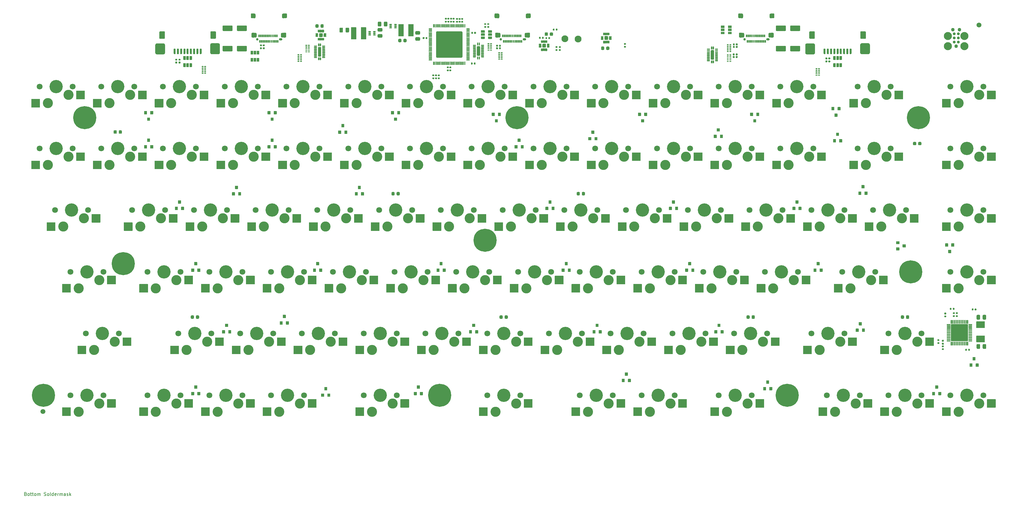
<source format=gbr>
G04 #@! TF.GenerationSoftware,KiCad,Pcbnew,5.1.9+dfsg1-1*
G04 #@! TF.CreationDate,2021-05-27T11:39:34-06:00*
G04 #@! TF.ProjectId,launch,6c61756e-6368-42e6-9b69-6361645f7063,rev?*
G04 #@! TF.SameCoordinates,Original*
G04 #@! TF.FileFunction,Soldermask,Bot*
G04 #@! TF.FilePolarity,Negative*
%FSLAX46Y46*%
G04 Gerber Fmt 4.6, Leading zero omitted, Abs format (unit mm)*
G04 Created by KiCad (PCBNEW 5.1.9+dfsg1-1) date 2021-05-27 11:39:34*
%MOMM*%
%LPD*%
G01*
G04 APERTURE LIST*
%ADD10C,0.150000*%
%ADD11O,0.900000X1.500000*%
%ADD12O,1.050000X0.750000*%
%ADD13C,0.750000*%
%ADD14C,3.100000*%
%ADD15C,4.087800*%
%ADD16C,1.801800*%
%ADD17C,7.100000*%
%ADD18C,0.887400*%
%ADD19C,1.090600*%
%ADD20C,2.474900*%
%ADD21C,2.100000*%
%ADD22C,1.500000*%
%ADD23C,0.100000*%
G04 APERTURE END LIST*
D10*
X668928Y-135428571D02*
X811785Y-135476190D01*
X859404Y-135523809D01*
X907023Y-135619047D01*
X907023Y-135761904D01*
X859404Y-135857142D01*
X811785Y-135904761D01*
X716547Y-135952380D01*
X335595Y-135952380D01*
X335595Y-134952380D01*
X668928Y-134952380D01*
X764166Y-135000000D01*
X811785Y-135047619D01*
X859404Y-135142857D01*
X859404Y-135238095D01*
X811785Y-135333333D01*
X764166Y-135380952D01*
X668928Y-135428571D01*
X335595Y-135428571D01*
X1478452Y-135952380D02*
X1383214Y-135904761D01*
X1335595Y-135857142D01*
X1287976Y-135761904D01*
X1287976Y-135476190D01*
X1335595Y-135380952D01*
X1383214Y-135333333D01*
X1478452Y-135285714D01*
X1621309Y-135285714D01*
X1716547Y-135333333D01*
X1764166Y-135380952D01*
X1811785Y-135476190D01*
X1811785Y-135761904D01*
X1764166Y-135857142D01*
X1716547Y-135904761D01*
X1621309Y-135952380D01*
X1478452Y-135952380D01*
X2097499Y-135285714D02*
X2478452Y-135285714D01*
X2240357Y-134952380D02*
X2240357Y-135809523D01*
X2287976Y-135904761D01*
X2383214Y-135952380D01*
X2478452Y-135952380D01*
X2668928Y-135285714D02*
X3049880Y-135285714D01*
X2811785Y-134952380D02*
X2811785Y-135809523D01*
X2859404Y-135904761D01*
X2954642Y-135952380D01*
X3049880Y-135952380D01*
X3526071Y-135952380D02*
X3430833Y-135904761D01*
X3383214Y-135857142D01*
X3335595Y-135761904D01*
X3335595Y-135476190D01*
X3383214Y-135380952D01*
X3430833Y-135333333D01*
X3526071Y-135285714D01*
X3668928Y-135285714D01*
X3764166Y-135333333D01*
X3811785Y-135380952D01*
X3859404Y-135476190D01*
X3859404Y-135761904D01*
X3811785Y-135857142D01*
X3764166Y-135904761D01*
X3668928Y-135952380D01*
X3526071Y-135952380D01*
X4287976Y-135952380D02*
X4287976Y-135285714D01*
X4287976Y-135380952D02*
X4335595Y-135333333D01*
X4430833Y-135285714D01*
X4573690Y-135285714D01*
X4668928Y-135333333D01*
X4716547Y-135428571D01*
X4716547Y-135952380D01*
X4716547Y-135428571D02*
X4764166Y-135333333D01*
X4859404Y-135285714D01*
X5002261Y-135285714D01*
X5097499Y-135333333D01*
X5145119Y-135428571D01*
X5145119Y-135952380D01*
X6335595Y-135904761D02*
X6478452Y-135952380D01*
X6716547Y-135952380D01*
X6811785Y-135904761D01*
X6859404Y-135857142D01*
X6907023Y-135761904D01*
X6907023Y-135666666D01*
X6859404Y-135571428D01*
X6811785Y-135523809D01*
X6716547Y-135476190D01*
X6526071Y-135428571D01*
X6430833Y-135380952D01*
X6383214Y-135333333D01*
X6335595Y-135238095D01*
X6335595Y-135142857D01*
X6383214Y-135047619D01*
X6430833Y-135000000D01*
X6526071Y-134952380D01*
X6764166Y-134952380D01*
X6907023Y-135000000D01*
X7478452Y-135952380D02*
X7383214Y-135904761D01*
X7335595Y-135857142D01*
X7287976Y-135761904D01*
X7287976Y-135476190D01*
X7335595Y-135380952D01*
X7383214Y-135333333D01*
X7478452Y-135285714D01*
X7621309Y-135285714D01*
X7716547Y-135333333D01*
X7764166Y-135380952D01*
X7811785Y-135476190D01*
X7811785Y-135761904D01*
X7764166Y-135857142D01*
X7716547Y-135904761D01*
X7621309Y-135952380D01*
X7478452Y-135952380D01*
X8383214Y-135952380D02*
X8287976Y-135904761D01*
X8240357Y-135809523D01*
X8240357Y-134952380D01*
X9192738Y-135952380D02*
X9192738Y-134952380D01*
X9192738Y-135904761D02*
X9097499Y-135952380D01*
X8907023Y-135952380D01*
X8811785Y-135904761D01*
X8764166Y-135857142D01*
X8716547Y-135761904D01*
X8716547Y-135476190D01*
X8764166Y-135380952D01*
X8811785Y-135333333D01*
X8907023Y-135285714D01*
X9097499Y-135285714D01*
X9192738Y-135333333D01*
X10049880Y-135904761D02*
X9954642Y-135952380D01*
X9764166Y-135952380D01*
X9668928Y-135904761D01*
X9621309Y-135809523D01*
X9621309Y-135428571D01*
X9668928Y-135333333D01*
X9764166Y-135285714D01*
X9954642Y-135285714D01*
X10049880Y-135333333D01*
X10097499Y-135428571D01*
X10097499Y-135523809D01*
X9621309Y-135619047D01*
X10526071Y-135952380D02*
X10526071Y-135285714D01*
X10526071Y-135476190D02*
X10573690Y-135380952D01*
X10621309Y-135333333D01*
X10716547Y-135285714D01*
X10811785Y-135285714D01*
X11145119Y-135952380D02*
X11145119Y-135285714D01*
X11145119Y-135380952D02*
X11192738Y-135333333D01*
X11287976Y-135285714D01*
X11430833Y-135285714D01*
X11526071Y-135333333D01*
X11573690Y-135428571D01*
X11573690Y-135952380D01*
X11573690Y-135428571D02*
X11621309Y-135333333D01*
X11716547Y-135285714D01*
X11859404Y-135285714D01*
X11954642Y-135333333D01*
X12002261Y-135428571D01*
X12002261Y-135952380D01*
X12907023Y-135952380D02*
X12907023Y-135428571D01*
X12859404Y-135333333D01*
X12764166Y-135285714D01*
X12573690Y-135285714D01*
X12478452Y-135333333D01*
X12907023Y-135904761D02*
X12811785Y-135952380D01*
X12573690Y-135952380D01*
X12478452Y-135904761D01*
X12430833Y-135809523D01*
X12430833Y-135714285D01*
X12478452Y-135619047D01*
X12573690Y-135571428D01*
X12811785Y-135571428D01*
X12907023Y-135523809D01*
X13335595Y-135904761D02*
X13430833Y-135952380D01*
X13621309Y-135952380D01*
X13716547Y-135904761D01*
X13764166Y-135809523D01*
X13764166Y-135761904D01*
X13716547Y-135666666D01*
X13621309Y-135619047D01*
X13478452Y-135619047D01*
X13383214Y-135571428D01*
X13335595Y-135476190D01*
X13335595Y-135428571D01*
X13383214Y-135333333D01*
X13478452Y-135285714D01*
X13621309Y-135285714D01*
X13716547Y-135333333D01*
X14192738Y-135952380D02*
X14192738Y-134952380D01*
X14287976Y-135571428D02*
X14573690Y-135952380D01*
X14573690Y-135285714D02*
X14192738Y-135666666D01*
X668928Y-135428571D02*
X811785Y-135476190D01*
X859404Y-135523809D01*
X907023Y-135619047D01*
X907023Y-135761904D01*
X859404Y-135857142D01*
X811785Y-135904761D01*
X716547Y-135952380D01*
X335595Y-135952380D01*
X335595Y-134952380D01*
X668928Y-134952380D01*
X764166Y-135000000D01*
X811785Y-135047619D01*
X859404Y-135142857D01*
X859404Y-135238095D01*
X811785Y-135333333D01*
X764166Y-135380952D01*
X668928Y-135428571D01*
X335595Y-135428571D01*
X1478452Y-135952380D02*
X1383214Y-135904761D01*
X1335595Y-135857142D01*
X1287976Y-135761904D01*
X1287976Y-135476190D01*
X1335595Y-135380952D01*
X1383214Y-135333333D01*
X1478452Y-135285714D01*
X1621309Y-135285714D01*
X1716547Y-135333333D01*
X1764166Y-135380952D01*
X1811785Y-135476190D01*
X1811785Y-135761904D01*
X1764166Y-135857142D01*
X1716547Y-135904761D01*
X1621309Y-135952380D01*
X1478452Y-135952380D01*
X2097499Y-135285714D02*
X2478452Y-135285714D01*
X2240357Y-134952380D02*
X2240357Y-135809523D01*
X2287976Y-135904761D01*
X2383214Y-135952380D01*
X2478452Y-135952380D01*
X2668928Y-135285714D02*
X3049880Y-135285714D01*
X2811785Y-134952380D02*
X2811785Y-135809523D01*
X2859404Y-135904761D01*
X2954642Y-135952380D01*
X3049880Y-135952380D01*
X3526071Y-135952380D02*
X3430833Y-135904761D01*
X3383214Y-135857142D01*
X3335595Y-135761904D01*
X3335595Y-135476190D01*
X3383214Y-135380952D01*
X3430833Y-135333333D01*
X3526071Y-135285714D01*
X3668928Y-135285714D01*
X3764166Y-135333333D01*
X3811785Y-135380952D01*
X3859404Y-135476190D01*
X3859404Y-135761904D01*
X3811785Y-135857142D01*
X3764166Y-135904761D01*
X3668928Y-135952380D01*
X3526071Y-135952380D01*
X4287976Y-135952380D02*
X4287976Y-135285714D01*
X4287976Y-135380952D02*
X4335595Y-135333333D01*
X4430833Y-135285714D01*
X4573690Y-135285714D01*
X4668928Y-135333333D01*
X4716547Y-135428571D01*
X4716547Y-135952380D01*
X4716547Y-135428571D02*
X4764166Y-135333333D01*
X4859404Y-135285714D01*
X5002261Y-135285714D01*
X5097499Y-135333333D01*
X5145119Y-135428571D01*
X5145119Y-135952380D01*
X6335595Y-135904761D02*
X6478452Y-135952380D01*
X6716547Y-135952380D01*
X6811785Y-135904761D01*
X6859404Y-135857142D01*
X6907023Y-135761904D01*
X6907023Y-135666666D01*
X6859404Y-135571428D01*
X6811785Y-135523809D01*
X6716547Y-135476190D01*
X6526071Y-135428571D01*
X6430833Y-135380952D01*
X6383214Y-135333333D01*
X6335595Y-135238095D01*
X6335595Y-135142857D01*
X6383214Y-135047619D01*
X6430833Y-135000000D01*
X6526071Y-134952380D01*
X6764166Y-134952380D01*
X6907023Y-135000000D01*
X7478452Y-135952380D02*
X7383214Y-135904761D01*
X7335595Y-135857142D01*
X7287976Y-135761904D01*
X7287976Y-135476190D01*
X7335595Y-135380952D01*
X7383214Y-135333333D01*
X7478452Y-135285714D01*
X7621309Y-135285714D01*
X7716547Y-135333333D01*
X7764166Y-135380952D01*
X7811785Y-135476190D01*
X7811785Y-135761904D01*
X7764166Y-135857142D01*
X7716547Y-135904761D01*
X7621309Y-135952380D01*
X7478452Y-135952380D01*
X8383214Y-135952380D02*
X8287976Y-135904761D01*
X8240357Y-135809523D01*
X8240357Y-134952380D01*
X9192738Y-135952380D02*
X9192738Y-134952380D01*
X9192738Y-135904761D02*
X9097499Y-135952380D01*
X8907023Y-135952380D01*
X8811785Y-135904761D01*
X8764166Y-135857142D01*
X8716547Y-135761904D01*
X8716547Y-135476190D01*
X8764166Y-135380952D01*
X8811785Y-135333333D01*
X8907023Y-135285714D01*
X9097499Y-135285714D01*
X9192738Y-135333333D01*
X10049880Y-135904761D02*
X9954642Y-135952380D01*
X9764166Y-135952380D01*
X9668928Y-135904761D01*
X9621309Y-135809523D01*
X9621309Y-135428571D01*
X9668928Y-135333333D01*
X9764166Y-135285714D01*
X9954642Y-135285714D01*
X10049880Y-135333333D01*
X10097499Y-135428571D01*
X10097499Y-135523809D01*
X9621309Y-135619047D01*
X10526071Y-135952380D02*
X10526071Y-135285714D01*
X10526071Y-135476190D02*
X10573690Y-135380952D01*
X10621309Y-135333333D01*
X10716547Y-135285714D01*
X10811785Y-135285714D01*
X11145119Y-135952380D02*
X11145119Y-135285714D01*
X11145119Y-135380952D02*
X11192738Y-135333333D01*
X11287976Y-135285714D01*
X11430833Y-135285714D01*
X11526071Y-135333333D01*
X11573690Y-135428571D01*
X11573690Y-135952380D01*
X11573690Y-135428571D02*
X11621309Y-135333333D01*
X11716547Y-135285714D01*
X11859404Y-135285714D01*
X11954642Y-135333333D01*
X12002261Y-135428571D01*
X12002261Y-135952380D01*
X12907023Y-135952380D02*
X12907023Y-135428571D01*
X12859404Y-135333333D01*
X12764166Y-135285714D01*
X12573690Y-135285714D01*
X12478452Y-135333333D01*
X12907023Y-135904761D02*
X12811785Y-135952380D01*
X12573690Y-135952380D01*
X12478452Y-135904761D01*
X12430833Y-135809523D01*
X12430833Y-135714285D01*
X12478452Y-135619047D01*
X12573690Y-135571428D01*
X12811785Y-135571428D01*
X12907023Y-135523809D01*
X13335595Y-135904761D02*
X13430833Y-135952380D01*
X13621309Y-135952380D01*
X13716547Y-135904761D01*
X13764166Y-135809523D01*
X13764166Y-135761904D01*
X13716547Y-135666666D01*
X13621309Y-135619047D01*
X13478452Y-135619047D01*
X13383214Y-135571428D01*
X13335595Y-135476190D01*
X13335595Y-135428571D01*
X13383214Y-135333333D01*
X13478452Y-135285714D01*
X13621309Y-135285714D01*
X13716547Y-135333333D01*
X14192738Y-135952380D02*
X14192738Y-134952380D01*
X14287976Y-135571428D02*
X14573690Y-135952380D01*
X14573690Y-135285714D02*
X14192738Y-135666666D01*
G36*
G01*
X130375000Y-4700000D02*
X130725000Y-4700000D01*
G75*
G02*
X130850000Y-4825000I0J-125000D01*
G01*
X130850000Y-5075000D01*
G75*
G02*
X130725000Y-5200000I-125000J0D01*
G01*
X130375000Y-5200000D01*
G75*
G02*
X130250000Y-5075000I0J125000D01*
G01*
X130250000Y-4825000D01*
G75*
G02*
X130375000Y-4700000I125000J0D01*
G01*
G37*
G36*
G01*
X130375000Y-3800000D02*
X130725000Y-3800000D01*
G75*
G02*
X130850000Y-3925000I0J-125000D01*
G01*
X130850000Y-4175000D01*
G75*
G02*
X130725000Y-4300000I-125000J0D01*
G01*
X130375000Y-4300000D01*
G75*
G02*
X130250000Y-4175000I0J125000D01*
G01*
X130250000Y-3925000D01*
G75*
G02*
X130375000Y-3800000I125000J0D01*
G01*
G37*
G36*
G01*
X131175000Y-4700000D02*
X131525000Y-4700000D01*
G75*
G02*
X131650000Y-4825000I0J-125000D01*
G01*
X131650000Y-5075000D01*
G75*
G02*
X131525000Y-5200000I-125000J0D01*
G01*
X131175000Y-5200000D01*
G75*
G02*
X131050000Y-5075000I0J125000D01*
G01*
X131050000Y-4825000D01*
G75*
G02*
X131175000Y-4700000I125000J0D01*
G01*
G37*
G36*
G01*
X131175000Y-3800000D02*
X131525000Y-3800000D01*
G75*
G02*
X131650000Y-3925000I0J-125000D01*
G01*
X131650000Y-4175000D01*
G75*
G02*
X131525000Y-4300000I-125000J0D01*
G01*
X131175000Y-4300000D01*
G75*
G02*
X131050000Y-4175000I0J125000D01*
G01*
X131050000Y-3925000D01*
G75*
G02*
X131175000Y-3800000I125000J0D01*
G01*
G37*
G36*
G01*
X142825000Y8650000D02*
X143175000Y8650000D01*
G75*
G02*
X143300000Y8525000I0J-125000D01*
G01*
X143300000Y8275000D01*
G75*
G02*
X143175000Y8150000I-125000J0D01*
G01*
X142825000Y8150000D01*
G75*
G02*
X142700000Y8275000I0J125000D01*
G01*
X142700000Y8525000D01*
G75*
G02*
X142825000Y8650000I125000J0D01*
G01*
G37*
G36*
G01*
X142825000Y9550000D02*
X143175000Y9550000D01*
G75*
G02*
X143300000Y9425000I0J-125000D01*
G01*
X143300000Y9175000D01*
G75*
G02*
X143175000Y9050000I-125000J0D01*
G01*
X142825000Y9050000D01*
G75*
G02*
X142700000Y9175000I0J125000D01*
G01*
X142700000Y9425000D01*
G75*
G02*
X142825000Y9550000I125000J0D01*
G01*
G37*
G36*
G01*
X142225000Y9050000D02*
X141875000Y9050000D01*
G75*
G02*
X141750000Y9175000I0J125000D01*
G01*
X141750000Y9425000D01*
G75*
G02*
X141875000Y9550000I125000J0D01*
G01*
X142225000Y9550000D01*
G75*
G02*
X142350000Y9425000I0J-125000D01*
G01*
X142350000Y9175000D01*
G75*
G02*
X142225000Y9050000I-125000J0D01*
G01*
G37*
G36*
G01*
X142225000Y8150000D02*
X141875000Y8150000D01*
G75*
G02*
X141750000Y8275000I0J125000D01*
G01*
X141750000Y8525000D01*
G75*
G02*
X141875000Y8650000I125000J0D01*
G01*
X142225000Y8650000D01*
G75*
G02*
X142350000Y8525000I0J-125000D01*
G01*
X142350000Y8275000D01*
G75*
G02*
X142225000Y8150000I-125000J0D01*
G01*
G37*
G36*
G01*
X69950000Y11375000D02*
X69950000Y12325000D01*
G75*
G02*
X70225000Y12600000I275000J0D01*
G01*
X70775000Y12600000D01*
G75*
G02*
X71050000Y12325000I0J-275000D01*
G01*
X71050000Y11375000D01*
G75*
G02*
X70775000Y11100000I-275000J0D01*
G01*
X70225000Y11100000D01*
G75*
G02*
X69950000Y11375000I0J275000D01*
G01*
G37*
G36*
G01*
X79950000Y11375000D02*
X79950000Y12325000D01*
G75*
G02*
X80225000Y12600000I275000J0D01*
G01*
X80775000Y12600000D01*
G75*
G02*
X81050000Y12325000I0J-275000D01*
G01*
X81050000Y11375000D01*
G75*
G02*
X80775000Y11100000I-275000J0D01*
G01*
X80225000Y11100000D01*
G75*
G02*
X79950000Y11375000I0J275000D01*
G01*
G37*
G36*
G01*
X79750000Y5425000D02*
X79750000Y6375000D01*
G75*
G02*
X80025000Y6650000I275000J0D01*
G01*
X80575000Y6650000D01*
G75*
G02*
X80850000Y6375000I0J-275000D01*
G01*
X80850000Y5425000D01*
G75*
G02*
X80575000Y5150000I-275000J0D01*
G01*
X80025000Y5150000D01*
G75*
G02*
X79750000Y5425000I0J275000D01*
G01*
G37*
G36*
G01*
X70150000Y5425000D02*
X70150000Y6375000D01*
G75*
G02*
X70425000Y6650000I275000J0D01*
G01*
X70975000Y6650000D01*
G75*
G02*
X71250000Y6375000I0J-275000D01*
G01*
X71250000Y5425000D01*
G75*
G02*
X70975000Y5150000I-275000J0D01*
G01*
X70425000Y5150000D01*
G75*
G02*
X70150000Y5425000I0J275000D01*
G01*
G37*
D11*
X71370000Y5890000D03*
G36*
G01*
X72550000Y3630000D02*
X72550000Y4330000D01*
G75*
G02*
X72600000Y4380000I50000J0D01*
G01*
X72900000Y4380000D01*
G75*
G02*
X72950000Y4330000I0J-50000D01*
G01*
X72950000Y3630000D01*
G75*
G02*
X72900000Y3580000I-50000J0D01*
G01*
X72600000Y3580000D01*
G75*
G02*
X72550000Y3630000I0J50000D01*
G01*
G37*
G36*
G01*
X73050000Y3630000D02*
X73050000Y4330000D01*
G75*
G02*
X73100000Y4380000I50000J0D01*
G01*
X73400000Y4380000D01*
G75*
G02*
X73450000Y4330000I0J-50000D01*
G01*
X73450000Y3630000D01*
G75*
G02*
X73400000Y3580000I-50000J0D01*
G01*
X73100000Y3580000D01*
G75*
G02*
X73050000Y3630000I0J50000D01*
G01*
G37*
G36*
G01*
X73550000Y3630000D02*
X73550000Y4330000D01*
G75*
G02*
X73600000Y4380000I50000J0D01*
G01*
X73900000Y4380000D01*
G75*
G02*
X73950000Y4330000I0J-50000D01*
G01*
X73950000Y3630000D01*
G75*
G02*
X73900000Y3580000I-50000J0D01*
G01*
X73600000Y3580000D01*
G75*
G02*
X73550000Y3630000I0J50000D01*
G01*
G37*
G36*
G01*
X74050000Y3630000D02*
X74050000Y4330000D01*
G75*
G02*
X74100000Y4380000I50000J0D01*
G01*
X74400000Y4380000D01*
G75*
G02*
X74450000Y4330000I0J-50000D01*
G01*
X74450000Y3630000D01*
G75*
G02*
X74400000Y3580000I-50000J0D01*
G01*
X74100000Y3580000D01*
G75*
G02*
X74050000Y3630000I0J50000D01*
G01*
G37*
G36*
G01*
X74550000Y3630000D02*
X74550000Y4330000D01*
G75*
G02*
X74600000Y4380000I50000J0D01*
G01*
X74900000Y4380000D01*
G75*
G02*
X74950000Y4330000I0J-50000D01*
G01*
X74950000Y3630000D01*
G75*
G02*
X74900000Y3580000I-50000J0D01*
G01*
X74600000Y3580000D01*
G75*
G02*
X74550000Y3630000I0J50000D01*
G01*
G37*
G36*
G01*
X75050000Y3630000D02*
X75050000Y4330000D01*
G75*
G02*
X75100000Y4380000I50000J0D01*
G01*
X75400000Y4380000D01*
G75*
G02*
X75450000Y4330000I0J-50000D01*
G01*
X75450000Y3630000D01*
G75*
G02*
X75400000Y3580000I-50000J0D01*
G01*
X75100000Y3580000D01*
G75*
G02*
X75050000Y3630000I0J50000D01*
G01*
G37*
G36*
G01*
X75550000Y3630000D02*
X75550000Y4330000D01*
G75*
G02*
X75600000Y4380000I50000J0D01*
G01*
X75900000Y4380000D01*
G75*
G02*
X75950000Y4330000I0J-50000D01*
G01*
X75950000Y3630000D01*
G75*
G02*
X75900000Y3580000I-50000J0D01*
G01*
X75600000Y3580000D01*
G75*
G02*
X75550000Y3630000I0J50000D01*
G01*
G37*
G36*
G01*
X78050000Y3630000D02*
X78050000Y4330000D01*
G75*
G02*
X78100000Y4380000I50000J0D01*
G01*
X78400000Y4380000D01*
G75*
G02*
X78450000Y4330000I0J-50000D01*
G01*
X78450000Y3630000D01*
G75*
G02*
X78400000Y3580000I-50000J0D01*
G01*
X78100000Y3580000D01*
G75*
G02*
X78050000Y3630000I0J50000D01*
G01*
G37*
G36*
G01*
X77050000Y3630000D02*
X77050000Y4330000D01*
G75*
G02*
X77100000Y4380000I50000J0D01*
G01*
X77400000Y4380000D01*
G75*
G02*
X77450000Y4330000I0J-50000D01*
G01*
X77450000Y3630000D01*
G75*
G02*
X77400000Y3580000I-50000J0D01*
G01*
X77100000Y3580000D01*
G75*
G02*
X77050000Y3630000I0J50000D01*
G01*
G37*
G36*
G01*
X76550000Y3630000D02*
X76550000Y4330000D01*
G75*
G02*
X76600000Y4380000I50000J0D01*
G01*
X76900000Y4380000D01*
G75*
G02*
X76950000Y4330000I0J-50000D01*
G01*
X76950000Y3630000D01*
G75*
G02*
X76900000Y3580000I-50000J0D01*
G01*
X76600000Y3580000D01*
G75*
G02*
X76550000Y3630000I0J50000D01*
G01*
G37*
G36*
G01*
X76050000Y3630000D02*
X76050000Y4330000D01*
G75*
G02*
X76100000Y4380000I50000J0D01*
G01*
X76400000Y4380000D01*
G75*
G02*
X76450000Y4330000I0J-50000D01*
G01*
X76450000Y3630000D01*
G75*
G02*
X76400000Y3580000I-50000J0D01*
G01*
X76100000Y3580000D01*
G75*
G02*
X76050000Y3630000I0J50000D01*
G01*
G37*
G36*
G01*
X77550000Y3630000D02*
X77550000Y4330000D01*
G75*
G02*
X77600000Y4380000I50000J0D01*
G01*
X77900000Y4380000D01*
G75*
G02*
X77950000Y4330000I0J-50000D01*
G01*
X77950000Y3630000D01*
G75*
G02*
X77900000Y3580000I-50000J0D01*
G01*
X77600000Y3580000D01*
G75*
G02*
X77550000Y3630000I0J50000D01*
G01*
G37*
G36*
G01*
X77800000Y5330000D02*
X77800000Y6030000D01*
G75*
G02*
X77850000Y6080000I50000J0D01*
G01*
X78150000Y6080000D01*
G75*
G02*
X78200000Y6030000I0J-50000D01*
G01*
X78200000Y5330000D01*
G75*
G02*
X78150000Y5280000I-50000J0D01*
G01*
X77850000Y5280000D01*
G75*
G02*
X77800000Y5330000I0J50000D01*
G01*
G37*
X79630000Y5890000D03*
X79990000Y11840000D03*
X71010000Y11840000D03*
D12*
X79100000Y4640000D03*
D13*
X71900000Y4640000D03*
G36*
G01*
X77300000Y5330000D02*
X77300000Y6030000D01*
G75*
G02*
X77350000Y6080000I50000J0D01*
G01*
X77650000Y6080000D01*
G75*
G02*
X77700000Y6030000I0J-50000D01*
G01*
X77700000Y5330000D01*
G75*
G02*
X77650000Y5280000I-50000J0D01*
G01*
X77350000Y5280000D01*
G75*
G02*
X77300000Y5330000I0J50000D01*
G01*
G37*
G36*
G01*
X76800000Y5330000D02*
X76800000Y6030000D01*
G75*
G02*
X76850000Y6080000I50000J0D01*
G01*
X77150000Y6080000D01*
G75*
G02*
X77200000Y6030000I0J-50000D01*
G01*
X77200000Y5330000D01*
G75*
G02*
X77150000Y5280000I-50000J0D01*
G01*
X76850000Y5280000D01*
G75*
G02*
X76800000Y5330000I0J50000D01*
G01*
G37*
G36*
G01*
X76300000Y5330000D02*
X76300000Y6030000D01*
G75*
G02*
X76350000Y6080000I50000J0D01*
G01*
X76650000Y6080000D01*
G75*
G02*
X76700000Y6030000I0J-50000D01*
G01*
X76700000Y5330000D01*
G75*
G02*
X76650000Y5280000I-50000J0D01*
G01*
X76350000Y5280000D01*
G75*
G02*
X76300000Y5330000I0J50000D01*
G01*
G37*
G36*
G01*
X75800000Y5330000D02*
X75800000Y6030000D01*
G75*
G02*
X75850000Y6080000I50000J0D01*
G01*
X76150000Y6080000D01*
G75*
G02*
X76200000Y6030000I0J-50000D01*
G01*
X76200000Y5330000D01*
G75*
G02*
X76150000Y5280000I-50000J0D01*
G01*
X75850000Y5280000D01*
G75*
G02*
X75800000Y5330000I0J50000D01*
G01*
G37*
G36*
G01*
X75300000Y5330000D02*
X75300000Y6030000D01*
G75*
G02*
X75350000Y6080000I50000J0D01*
G01*
X75650000Y6080000D01*
G75*
G02*
X75700000Y6030000I0J-50000D01*
G01*
X75700000Y5330000D01*
G75*
G02*
X75650000Y5280000I-50000J0D01*
G01*
X75350000Y5280000D01*
G75*
G02*
X75300000Y5330000I0J50000D01*
G01*
G37*
G36*
G01*
X74800000Y5330000D02*
X74800000Y6030000D01*
G75*
G02*
X74850000Y6080000I50000J0D01*
G01*
X75150000Y6080000D01*
G75*
G02*
X75200000Y6030000I0J-50000D01*
G01*
X75200000Y5330000D01*
G75*
G02*
X75150000Y5280000I-50000J0D01*
G01*
X74850000Y5280000D01*
G75*
G02*
X74800000Y5330000I0J50000D01*
G01*
G37*
G36*
G01*
X74300000Y5330000D02*
X74300000Y6030000D01*
G75*
G02*
X74350000Y6080000I50000J0D01*
G01*
X74650000Y6080000D01*
G75*
G02*
X74700000Y6030000I0J-50000D01*
G01*
X74700000Y5330000D01*
G75*
G02*
X74650000Y5280000I-50000J0D01*
G01*
X74350000Y5280000D01*
G75*
G02*
X74300000Y5330000I0J50000D01*
G01*
G37*
G36*
G01*
X73800000Y5330000D02*
X73800000Y6030000D01*
G75*
G02*
X73850000Y6080000I50000J0D01*
G01*
X74150000Y6080000D01*
G75*
G02*
X74200000Y6030000I0J-50000D01*
G01*
X74200000Y5330000D01*
G75*
G02*
X74150000Y5280000I-50000J0D01*
G01*
X73850000Y5280000D01*
G75*
G02*
X73800000Y5330000I0J50000D01*
G01*
G37*
G36*
G01*
X73300000Y5330000D02*
X73300000Y6030000D01*
G75*
G02*
X73350000Y6080000I50000J0D01*
G01*
X73650000Y6080000D01*
G75*
G02*
X73700000Y6030000I0J-50000D01*
G01*
X73700000Y5330000D01*
G75*
G02*
X73650000Y5280000I-50000J0D01*
G01*
X73350000Y5280000D01*
G75*
G02*
X73300000Y5330000I0J50000D01*
G01*
G37*
G36*
G01*
X72800000Y5330000D02*
X72800000Y6030000D01*
G75*
G02*
X72850000Y6080000I50000J0D01*
G01*
X73150000Y6080000D01*
G75*
G02*
X73200000Y6030000I0J-50000D01*
G01*
X73200000Y5330000D01*
G75*
G02*
X73150000Y5280000I-50000J0D01*
G01*
X72850000Y5280000D01*
G75*
G02*
X72800000Y5330000I0J50000D01*
G01*
G37*
G36*
G01*
X72300000Y5330000D02*
X72300000Y6030000D01*
G75*
G02*
X72350000Y6080000I50000J0D01*
G01*
X72650000Y6080000D01*
G75*
G02*
X72700000Y6030000I0J-50000D01*
G01*
X72700000Y5330000D01*
G75*
G02*
X72650000Y5280000I-50000J0D01*
G01*
X72350000Y5280000D01*
G75*
G02*
X72300000Y5330000I0J50000D01*
G01*
G37*
G36*
G01*
X219950000Y11375000D02*
X219950000Y12325000D01*
G75*
G02*
X220225000Y12600000I275000J0D01*
G01*
X220775000Y12600000D01*
G75*
G02*
X221050000Y12325000I0J-275000D01*
G01*
X221050000Y11375000D01*
G75*
G02*
X220775000Y11100000I-275000J0D01*
G01*
X220225000Y11100000D01*
G75*
G02*
X219950000Y11375000I0J275000D01*
G01*
G37*
G36*
G01*
X229950000Y11375000D02*
X229950000Y12325000D01*
G75*
G02*
X230225000Y12600000I275000J0D01*
G01*
X230775000Y12600000D01*
G75*
G02*
X231050000Y12325000I0J-275000D01*
G01*
X231050000Y11375000D01*
G75*
G02*
X230775000Y11100000I-275000J0D01*
G01*
X230225000Y11100000D01*
G75*
G02*
X229950000Y11375000I0J275000D01*
G01*
G37*
G36*
G01*
X229750000Y5425000D02*
X229750000Y6375000D01*
G75*
G02*
X230025000Y6650000I275000J0D01*
G01*
X230575000Y6650000D01*
G75*
G02*
X230850000Y6375000I0J-275000D01*
G01*
X230850000Y5425000D01*
G75*
G02*
X230575000Y5150000I-275000J0D01*
G01*
X230025000Y5150000D01*
G75*
G02*
X229750000Y5425000I0J275000D01*
G01*
G37*
G36*
G01*
X220150000Y5425000D02*
X220150000Y6375000D01*
G75*
G02*
X220425000Y6650000I275000J0D01*
G01*
X220975000Y6650000D01*
G75*
G02*
X221250000Y6375000I0J-275000D01*
G01*
X221250000Y5425000D01*
G75*
G02*
X220975000Y5150000I-275000J0D01*
G01*
X220425000Y5150000D01*
G75*
G02*
X220150000Y5425000I0J275000D01*
G01*
G37*
D11*
X221370000Y5890000D03*
G36*
G01*
X222550000Y3630000D02*
X222550000Y4330000D01*
G75*
G02*
X222600000Y4380000I50000J0D01*
G01*
X222900000Y4380000D01*
G75*
G02*
X222950000Y4330000I0J-50000D01*
G01*
X222950000Y3630000D01*
G75*
G02*
X222900000Y3580000I-50000J0D01*
G01*
X222600000Y3580000D01*
G75*
G02*
X222550000Y3630000I0J50000D01*
G01*
G37*
G36*
G01*
X223050000Y3630000D02*
X223050000Y4330000D01*
G75*
G02*
X223100000Y4380000I50000J0D01*
G01*
X223400000Y4380000D01*
G75*
G02*
X223450000Y4330000I0J-50000D01*
G01*
X223450000Y3630000D01*
G75*
G02*
X223400000Y3580000I-50000J0D01*
G01*
X223100000Y3580000D01*
G75*
G02*
X223050000Y3630000I0J50000D01*
G01*
G37*
G36*
G01*
X223550000Y3630000D02*
X223550000Y4330000D01*
G75*
G02*
X223600000Y4380000I50000J0D01*
G01*
X223900000Y4380000D01*
G75*
G02*
X223950000Y4330000I0J-50000D01*
G01*
X223950000Y3630000D01*
G75*
G02*
X223900000Y3580000I-50000J0D01*
G01*
X223600000Y3580000D01*
G75*
G02*
X223550000Y3630000I0J50000D01*
G01*
G37*
G36*
G01*
X224050000Y3630000D02*
X224050000Y4330000D01*
G75*
G02*
X224100000Y4380000I50000J0D01*
G01*
X224400000Y4380000D01*
G75*
G02*
X224450000Y4330000I0J-50000D01*
G01*
X224450000Y3630000D01*
G75*
G02*
X224400000Y3580000I-50000J0D01*
G01*
X224100000Y3580000D01*
G75*
G02*
X224050000Y3630000I0J50000D01*
G01*
G37*
G36*
G01*
X224550000Y3630000D02*
X224550000Y4330000D01*
G75*
G02*
X224600000Y4380000I50000J0D01*
G01*
X224900000Y4380000D01*
G75*
G02*
X224950000Y4330000I0J-50000D01*
G01*
X224950000Y3630000D01*
G75*
G02*
X224900000Y3580000I-50000J0D01*
G01*
X224600000Y3580000D01*
G75*
G02*
X224550000Y3630000I0J50000D01*
G01*
G37*
G36*
G01*
X225050000Y3630000D02*
X225050000Y4330000D01*
G75*
G02*
X225100000Y4380000I50000J0D01*
G01*
X225400000Y4380000D01*
G75*
G02*
X225450000Y4330000I0J-50000D01*
G01*
X225450000Y3630000D01*
G75*
G02*
X225400000Y3580000I-50000J0D01*
G01*
X225100000Y3580000D01*
G75*
G02*
X225050000Y3630000I0J50000D01*
G01*
G37*
G36*
G01*
X225550000Y3630000D02*
X225550000Y4330000D01*
G75*
G02*
X225600000Y4380000I50000J0D01*
G01*
X225900000Y4380000D01*
G75*
G02*
X225950000Y4330000I0J-50000D01*
G01*
X225950000Y3630000D01*
G75*
G02*
X225900000Y3580000I-50000J0D01*
G01*
X225600000Y3580000D01*
G75*
G02*
X225550000Y3630000I0J50000D01*
G01*
G37*
G36*
G01*
X228050000Y3630000D02*
X228050000Y4330000D01*
G75*
G02*
X228100000Y4380000I50000J0D01*
G01*
X228400000Y4380000D01*
G75*
G02*
X228450000Y4330000I0J-50000D01*
G01*
X228450000Y3630000D01*
G75*
G02*
X228400000Y3580000I-50000J0D01*
G01*
X228100000Y3580000D01*
G75*
G02*
X228050000Y3630000I0J50000D01*
G01*
G37*
G36*
G01*
X227050000Y3630000D02*
X227050000Y4330000D01*
G75*
G02*
X227100000Y4380000I50000J0D01*
G01*
X227400000Y4380000D01*
G75*
G02*
X227450000Y4330000I0J-50000D01*
G01*
X227450000Y3630000D01*
G75*
G02*
X227400000Y3580000I-50000J0D01*
G01*
X227100000Y3580000D01*
G75*
G02*
X227050000Y3630000I0J50000D01*
G01*
G37*
G36*
G01*
X226550000Y3630000D02*
X226550000Y4330000D01*
G75*
G02*
X226600000Y4380000I50000J0D01*
G01*
X226900000Y4380000D01*
G75*
G02*
X226950000Y4330000I0J-50000D01*
G01*
X226950000Y3630000D01*
G75*
G02*
X226900000Y3580000I-50000J0D01*
G01*
X226600000Y3580000D01*
G75*
G02*
X226550000Y3630000I0J50000D01*
G01*
G37*
G36*
G01*
X226050000Y3630000D02*
X226050000Y4330000D01*
G75*
G02*
X226100000Y4380000I50000J0D01*
G01*
X226400000Y4380000D01*
G75*
G02*
X226450000Y4330000I0J-50000D01*
G01*
X226450000Y3630000D01*
G75*
G02*
X226400000Y3580000I-50000J0D01*
G01*
X226100000Y3580000D01*
G75*
G02*
X226050000Y3630000I0J50000D01*
G01*
G37*
G36*
G01*
X227550000Y3630000D02*
X227550000Y4330000D01*
G75*
G02*
X227600000Y4380000I50000J0D01*
G01*
X227900000Y4380000D01*
G75*
G02*
X227950000Y4330000I0J-50000D01*
G01*
X227950000Y3630000D01*
G75*
G02*
X227900000Y3580000I-50000J0D01*
G01*
X227600000Y3580000D01*
G75*
G02*
X227550000Y3630000I0J50000D01*
G01*
G37*
G36*
G01*
X227800000Y5330000D02*
X227800000Y6030000D01*
G75*
G02*
X227850000Y6080000I50000J0D01*
G01*
X228150000Y6080000D01*
G75*
G02*
X228200000Y6030000I0J-50000D01*
G01*
X228200000Y5330000D01*
G75*
G02*
X228150000Y5280000I-50000J0D01*
G01*
X227850000Y5280000D01*
G75*
G02*
X227800000Y5330000I0J50000D01*
G01*
G37*
X229630000Y5890000D03*
X229990000Y11840000D03*
X221010000Y11840000D03*
D12*
X229100000Y4640000D03*
D13*
X221900000Y4640000D03*
G36*
G01*
X227300000Y5330000D02*
X227300000Y6030000D01*
G75*
G02*
X227350000Y6080000I50000J0D01*
G01*
X227650000Y6080000D01*
G75*
G02*
X227700000Y6030000I0J-50000D01*
G01*
X227700000Y5330000D01*
G75*
G02*
X227650000Y5280000I-50000J0D01*
G01*
X227350000Y5280000D01*
G75*
G02*
X227300000Y5330000I0J50000D01*
G01*
G37*
G36*
G01*
X226800000Y5330000D02*
X226800000Y6030000D01*
G75*
G02*
X226850000Y6080000I50000J0D01*
G01*
X227150000Y6080000D01*
G75*
G02*
X227200000Y6030000I0J-50000D01*
G01*
X227200000Y5330000D01*
G75*
G02*
X227150000Y5280000I-50000J0D01*
G01*
X226850000Y5280000D01*
G75*
G02*
X226800000Y5330000I0J50000D01*
G01*
G37*
G36*
G01*
X226300000Y5330000D02*
X226300000Y6030000D01*
G75*
G02*
X226350000Y6080000I50000J0D01*
G01*
X226650000Y6080000D01*
G75*
G02*
X226700000Y6030000I0J-50000D01*
G01*
X226700000Y5330000D01*
G75*
G02*
X226650000Y5280000I-50000J0D01*
G01*
X226350000Y5280000D01*
G75*
G02*
X226300000Y5330000I0J50000D01*
G01*
G37*
G36*
G01*
X225800000Y5330000D02*
X225800000Y6030000D01*
G75*
G02*
X225850000Y6080000I50000J0D01*
G01*
X226150000Y6080000D01*
G75*
G02*
X226200000Y6030000I0J-50000D01*
G01*
X226200000Y5330000D01*
G75*
G02*
X226150000Y5280000I-50000J0D01*
G01*
X225850000Y5280000D01*
G75*
G02*
X225800000Y5330000I0J50000D01*
G01*
G37*
G36*
G01*
X225300000Y5330000D02*
X225300000Y6030000D01*
G75*
G02*
X225350000Y6080000I50000J0D01*
G01*
X225650000Y6080000D01*
G75*
G02*
X225700000Y6030000I0J-50000D01*
G01*
X225700000Y5330000D01*
G75*
G02*
X225650000Y5280000I-50000J0D01*
G01*
X225350000Y5280000D01*
G75*
G02*
X225300000Y5330000I0J50000D01*
G01*
G37*
G36*
G01*
X224800000Y5330000D02*
X224800000Y6030000D01*
G75*
G02*
X224850000Y6080000I50000J0D01*
G01*
X225150000Y6080000D01*
G75*
G02*
X225200000Y6030000I0J-50000D01*
G01*
X225200000Y5330000D01*
G75*
G02*
X225150000Y5280000I-50000J0D01*
G01*
X224850000Y5280000D01*
G75*
G02*
X224800000Y5330000I0J50000D01*
G01*
G37*
G36*
G01*
X224300000Y5330000D02*
X224300000Y6030000D01*
G75*
G02*
X224350000Y6080000I50000J0D01*
G01*
X224650000Y6080000D01*
G75*
G02*
X224700000Y6030000I0J-50000D01*
G01*
X224700000Y5330000D01*
G75*
G02*
X224650000Y5280000I-50000J0D01*
G01*
X224350000Y5280000D01*
G75*
G02*
X224300000Y5330000I0J50000D01*
G01*
G37*
G36*
G01*
X223800000Y5330000D02*
X223800000Y6030000D01*
G75*
G02*
X223850000Y6080000I50000J0D01*
G01*
X224150000Y6080000D01*
G75*
G02*
X224200000Y6030000I0J-50000D01*
G01*
X224200000Y5330000D01*
G75*
G02*
X224150000Y5280000I-50000J0D01*
G01*
X223850000Y5280000D01*
G75*
G02*
X223800000Y5330000I0J50000D01*
G01*
G37*
G36*
G01*
X223300000Y5330000D02*
X223300000Y6030000D01*
G75*
G02*
X223350000Y6080000I50000J0D01*
G01*
X223650000Y6080000D01*
G75*
G02*
X223700000Y6030000I0J-50000D01*
G01*
X223700000Y5330000D01*
G75*
G02*
X223650000Y5280000I-50000J0D01*
G01*
X223350000Y5280000D01*
G75*
G02*
X223300000Y5330000I0J50000D01*
G01*
G37*
G36*
G01*
X222800000Y5330000D02*
X222800000Y6030000D01*
G75*
G02*
X222850000Y6080000I50000J0D01*
G01*
X223150000Y6080000D01*
G75*
G02*
X223200000Y6030000I0J-50000D01*
G01*
X223200000Y5330000D01*
G75*
G02*
X223150000Y5280000I-50000J0D01*
G01*
X222850000Y5280000D01*
G75*
G02*
X222800000Y5330000I0J50000D01*
G01*
G37*
G36*
G01*
X222300000Y5330000D02*
X222300000Y6030000D01*
G75*
G02*
X222350000Y6080000I50000J0D01*
G01*
X222650000Y6080000D01*
G75*
G02*
X222700000Y6030000I0J-50000D01*
G01*
X222700000Y5330000D01*
G75*
G02*
X222650000Y5280000I-50000J0D01*
G01*
X222350000Y5280000D01*
G75*
G02*
X222300000Y5330000I0J50000D01*
G01*
G37*
G36*
G01*
X144950000Y11375000D02*
X144950000Y12325000D01*
G75*
G02*
X145225000Y12600000I275000J0D01*
G01*
X145775000Y12600000D01*
G75*
G02*
X146050000Y12325000I0J-275000D01*
G01*
X146050000Y11375000D01*
G75*
G02*
X145775000Y11100000I-275000J0D01*
G01*
X145225000Y11100000D01*
G75*
G02*
X144950000Y11375000I0J275000D01*
G01*
G37*
G36*
G01*
X154950000Y11375000D02*
X154950000Y12325000D01*
G75*
G02*
X155225000Y12600000I275000J0D01*
G01*
X155775000Y12600000D01*
G75*
G02*
X156050000Y12325000I0J-275000D01*
G01*
X156050000Y11375000D01*
G75*
G02*
X155775000Y11100000I-275000J0D01*
G01*
X155225000Y11100000D01*
G75*
G02*
X154950000Y11375000I0J275000D01*
G01*
G37*
G36*
G01*
X154750000Y5425000D02*
X154750000Y6375000D01*
G75*
G02*
X155025000Y6650000I275000J0D01*
G01*
X155575000Y6650000D01*
G75*
G02*
X155850000Y6375000I0J-275000D01*
G01*
X155850000Y5425000D01*
G75*
G02*
X155575000Y5150000I-275000J0D01*
G01*
X155025000Y5150000D01*
G75*
G02*
X154750000Y5425000I0J275000D01*
G01*
G37*
G36*
G01*
X145150000Y5425000D02*
X145150000Y6375000D01*
G75*
G02*
X145425000Y6650000I275000J0D01*
G01*
X145975000Y6650000D01*
G75*
G02*
X146250000Y6375000I0J-275000D01*
G01*
X146250000Y5425000D01*
G75*
G02*
X145975000Y5150000I-275000J0D01*
G01*
X145425000Y5150000D01*
G75*
G02*
X145150000Y5425000I0J275000D01*
G01*
G37*
D11*
X146370000Y5890000D03*
G36*
G01*
X147550000Y3630000D02*
X147550000Y4330000D01*
G75*
G02*
X147600000Y4380000I50000J0D01*
G01*
X147900000Y4380000D01*
G75*
G02*
X147950000Y4330000I0J-50000D01*
G01*
X147950000Y3630000D01*
G75*
G02*
X147900000Y3580000I-50000J0D01*
G01*
X147600000Y3580000D01*
G75*
G02*
X147550000Y3630000I0J50000D01*
G01*
G37*
G36*
G01*
X148050000Y3630000D02*
X148050000Y4330000D01*
G75*
G02*
X148100000Y4380000I50000J0D01*
G01*
X148400000Y4380000D01*
G75*
G02*
X148450000Y4330000I0J-50000D01*
G01*
X148450000Y3630000D01*
G75*
G02*
X148400000Y3580000I-50000J0D01*
G01*
X148100000Y3580000D01*
G75*
G02*
X148050000Y3630000I0J50000D01*
G01*
G37*
G36*
G01*
X148550000Y3630000D02*
X148550000Y4330000D01*
G75*
G02*
X148600000Y4380000I50000J0D01*
G01*
X148900000Y4380000D01*
G75*
G02*
X148950000Y4330000I0J-50000D01*
G01*
X148950000Y3630000D01*
G75*
G02*
X148900000Y3580000I-50000J0D01*
G01*
X148600000Y3580000D01*
G75*
G02*
X148550000Y3630000I0J50000D01*
G01*
G37*
G36*
G01*
X149050000Y3630000D02*
X149050000Y4330000D01*
G75*
G02*
X149100000Y4380000I50000J0D01*
G01*
X149400000Y4380000D01*
G75*
G02*
X149450000Y4330000I0J-50000D01*
G01*
X149450000Y3630000D01*
G75*
G02*
X149400000Y3580000I-50000J0D01*
G01*
X149100000Y3580000D01*
G75*
G02*
X149050000Y3630000I0J50000D01*
G01*
G37*
G36*
G01*
X149550000Y3630000D02*
X149550000Y4330000D01*
G75*
G02*
X149600000Y4380000I50000J0D01*
G01*
X149900000Y4380000D01*
G75*
G02*
X149950000Y4330000I0J-50000D01*
G01*
X149950000Y3630000D01*
G75*
G02*
X149900000Y3580000I-50000J0D01*
G01*
X149600000Y3580000D01*
G75*
G02*
X149550000Y3630000I0J50000D01*
G01*
G37*
G36*
G01*
X150050000Y3630000D02*
X150050000Y4330000D01*
G75*
G02*
X150100000Y4380000I50000J0D01*
G01*
X150400000Y4380000D01*
G75*
G02*
X150450000Y4330000I0J-50000D01*
G01*
X150450000Y3630000D01*
G75*
G02*
X150400000Y3580000I-50000J0D01*
G01*
X150100000Y3580000D01*
G75*
G02*
X150050000Y3630000I0J50000D01*
G01*
G37*
G36*
G01*
X150550000Y3630000D02*
X150550000Y4330000D01*
G75*
G02*
X150600000Y4380000I50000J0D01*
G01*
X150900000Y4380000D01*
G75*
G02*
X150950000Y4330000I0J-50000D01*
G01*
X150950000Y3630000D01*
G75*
G02*
X150900000Y3580000I-50000J0D01*
G01*
X150600000Y3580000D01*
G75*
G02*
X150550000Y3630000I0J50000D01*
G01*
G37*
G36*
G01*
X153050000Y3630000D02*
X153050000Y4330000D01*
G75*
G02*
X153100000Y4380000I50000J0D01*
G01*
X153400000Y4380000D01*
G75*
G02*
X153450000Y4330000I0J-50000D01*
G01*
X153450000Y3630000D01*
G75*
G02*
X153400000Y3580000I-50000J0D01*
G01*
X153100000Y3580000D01*
G75*
G02*
X153050000Y3630000I0J50000D01*
G01*
G37*
G36*
G01*
X152050000Y3630000D02*
X152050000Y4330000D01*
G75*
G02*
X152100000Y4380000I50000J0D01*
G01*
X152400000Y4380000D01*
G75*
G02*
X152450000Y4330000I0J-50000D01*
G01*
X152450000Y3630000D01*
G75*
G02*
X152400000Y3580000I-50000J0D01*
G01*
X152100000Y3580000D01*
G75*
G02*
X152050000Y3630000I0J50000D01*
G01*
G37*
G36*
G01*
X151550000Y3630000D02*
X151550000Y4330000D01*
G75*
G02*
X151600000Y4380000I50000J0D01*
G01*
X151900000Y4380000D01*
G75*
G02*
X151950000Y4330000I0J-50000D01*
G01*
X151950000Y3630000D01*
G75*
G02*
X151900000Y3580000I-50000J0D01*
G01*
X151600000Y3580000D01*
G75*
G02*
X151550000Y3630000I0J50000D01*
G01*
G37*
G36*
G01*
X151050000Y3630000D02*
X151050000Y4330000D01*
G75*
G02*
X151100000Y4380000I50000J0D01*
G01*
X151400000Y4380000D01*
G75*
G02*
X151450000Y4330000I0J-50000D01*
G01*
X151450000Y3630000D01*
G75*
G02*
X151400000Y3580000I-50000J0D01*
G01*
X151100000Y3580000D01*
G75*
G02*
X151050000Y3630000I0J50000D01*
G01*
G37*
G36*
G01*
X152550000Y3630000D02*
X152550000Y4330000D01*
G75*
G02*
X152600000Y4380000I50000J0D01*
G01*
X152900000Y4380000D01*
G75*
G02*
X152950000Y4330000I0J-50000D01*
G01*
X152950000Y3630000D01*
G75*
G02*
X152900000Y3580000I-50000J0D01*
G01*
X152600000Y3580000D01*
G75*
G02*
X152550000Y3630000I0J50000D01*
G01*
G37*
G36*
G01*
X152800000Y5330000D02*
X152800000Y6030000D01*
G75*
G02*
X152850000Y6080000I50000J0D01*
G01*
X153150000Y6080000D01*
G75*
G02*
X153200000Y6030000I0J-50000D01*
G01*
X153200000Y5330000D01*
G75*
G02*
X153150000Y5280000I-50000J0D01*
G01*
X152850000Y5280000D01*
G75*
G02*
X152800000Y5330000I0J50000D01*
G01*
G37*
X154630000Y5890000D03*
X154990000Y11840000D03*
X146010000Y11840000D03*
D12*
X154100000Y4640000D03*
D13*
X146900000Y4640000D03*
G36*
G01*
X152300000Y5330000D02*
X152300000Y6030000D01*
G75*
G02*
X152350000Y6080000I50000J0D01*
G01*
X152650000Y6080000D01*
G75*
G02*
X152700000Y6030000I0J-50000D01*
G01*
X152700000Y5330000D01*
G75*
G02*
X152650000Y5280000I-50000J0D01*
G01*
X152350000Y5280000D01*
G75*
G02*
X152300000Y5330000I0J50000D01*
G01*
G37*
G36*
G01*
X151800000Y5330000D02*
X151800000Y6030000D01*
G75*
G02*
X151850000Y6080000I50000J0D01*
G01*
X152150000Y6080000D01*
G75*
G02*
X152200000Y6030000I0J-50000D01*
G01*
X152200000Y5330000D01*
G75*
G02*
X152150000Y5280000I-50000J0D01*
G01*
X151850000Y5280000D01*
G75*
G02*
X151800000Y5330000I0J50000D01*
G01*
G37*
G36*
G01*
X151300000Y5330000D02*
X151300000Y6030000D01*
G75*
G02*
X151350000Y6080000I50000J0D01*
G01*
X151650000Y6080000D01*
G75*
G02*
X151700000Y6030000I0J-50000D01*
G01*
X151700000Y5330000D01*
G75*
G02*
X151650000Y5280000I-50000J0D01*
G01*
X151350000Y5280000D01*
G75*
G02*
X151300000Y5330000I0J50000D01*
G01*
G37*
G36*
G01*
X150800000Y5330000D02*
X150800000Y6030000D01*
G75*
G02*
X150850000Y6080000I50000J0D01*
G01*
X151150000Y6080000D01*
G75*
G02*
X151200000Y6030000I0J-50000D01*
G01*
X151200000Y5330000D01*
G75*
G02*
X151150000Y5280000I-50000J0D01*
G01*
X150850000Y5280000D01*
G75*
G02*
X150800000Y5330000I0J50000D01*
G01*
G37*
G36*
G01*
X150300000Y5330000D02*
X150300000Y6030000D01*
G75*
G02*
X150350000Y6080000I50000J0D01*
G01*
X150650000Y6080000D01*
G75*
G02*
X150700000Y6030000I0J-50000D01*
G01*
X150700000Y5330000D01*
G75*
G02*
X150650000Y5280000I-50000J0D01*
G01*
X150350000Y5280000D01*
G75*
G02*
X150300000Y5330000I0J50000D01*
G01*
G37*
G36*
G01*
X149800000Y5330000D02*
X149800000Y6030000D01*
G75*
G02*
X149850000Y6080000I50000J0D01*
G01*
X150150000Y6080000D01*
G75*
G02*
X150200000Y6030000I0J-50000D01*
G01*
X150200000Y5330000D01*
G75*
G02*
X150150000Y5280000I-50000J0D01*
G01*
X149850000Y5280000D01*
G75*
G02*
X149800000Y5330000I0J50000D01*
G01*
G37*
G36*
G01*
X149300000Y5330000D02*
X149300000Y6030000D01*
G75*
G02*
X149350000Y6080000I50000J0D01*
G01*
X149650000Y6080000D01*
G75*
G02*
X149700000Y6030000I0J-50000D01*
G01*
X149700000Y5330000D01*
G75*
G02*
X149650000Y5280000I-50000J0D01*
G01*
X149350000Y5280000D01*
G75*
G02*
X149300000Y5330000I0J50000D01*
G01*
G37*
G36*
G01*
X148800000Y5330000D02*
X148800000Y6030000D01*
G75*
G02*
X148850000Y6080000I50000J0D01*
G01*
X149150000Y6080000D01*
G75*
G02*
X149200000Y6030000I0J-50000D01*
G01*
X149200000Y5330000D01*
G75*
G02*
X149150000Y5280000I-50000J0D01*
G01*
X148850000Y5280000D01*
G75*
G02*
X148800000Y5330000I0J50000D01*
G01*
G37*
G36*
G01*
X148300000Y5330000D02*
X148300000Y6030000D01*
G75*
G02*
X148350000Y6080000I50000J0D01*
G01*
X148650000Y6080000D01*
G75*
G02*
X148700000Y6030000I0J-50000D01*
G01*
X148700000Y5330000D01*
G75*
G02*
X148650000Y5280000I-50000J0D01*
G01*
X148350000Y5280000D01*
G75*
G02*
X148300000Y5330000I0J50000D01*
G01*
G37*
G36*
G01*
X147800000Y5330000D02*
X147800000Y6030000D01*
G75*
G02*
X147850000Y6080000I50000J0D01*
G01*
X148150000Y6080000D01*
G75*
G02*
X148200000Y6030000I0J-50000D01*
G01*
X148200000Y5330000D01*
G75*
G02*
X148150000Y5280000I-50000J0D01*
G01*
X147850000Y5280000D01*
G75*
G02*
X147800000Y5330000I0J50000D01*
G01*
G37*
G36*
G01*
X147300000Y5330000D02*
X147300000Y6030000D01*
G75*
G02*
X147350000Y6080000I50000J0D01*
G01*
X147650000Y6080000D01*
G75*
G02*
X147700000Y6030000I0J-50000D01*
G01*
X147700000Y5330000D01*
G75*
G02*
X147650000Y5280000I-50000J0D01*
G01*
X147350000Y5280000D01*
G75*
G02*
X147300000Y5330000I0J50000D01*
G01*
G37*
G36*
G01*
X176035000Y-32830000D02*
X176035000Y-35330000D01*
G75*
G02*
X175985000Y-35380000I-50000J0D01*
G01*
X173435000Y-35380000D01*
G75*
G02*
X173385000Y-35330000I0J50000D01*
G01*
X173385000Y-32830000D01*
G75*
G02*
X173435000Y-32780000I50000J0D01*
G01*
X175985000Y-32780000D01*
G75*
G02*
X176035000Y-32830000I0J-50000D01*
G01*
G37*
D14*
X178460000Y-34080000D03*
X184810000Y-31540000D03*
D15*
X181000000Y-29000000D03*
D16*
X175920000Y-29000000D03*
X186080000Y-29000000D03*
G36*
G01*
X189885000Y-30290000D02*
X189885000Y-32790000D01*
G75*
G02*
X189835000Y-32840000I-50000J0D01*
G01*
X187285000Y-32840000D01*
G75*
G02*
X187235000Y-32790000I0J50000D01*
G01*
X187235000Y-30290000D01*
G75*
G02*
X187285000Y-30240000I50000J0D01*
G01*
X189835000Y-30240000D01*
G75*
G02*
X189885000Y-30290000I0J-50000D01*
G01*
G37*
G36*
G01*
X171285000Y-70830000D02*
X171285000Y-73330000D01*
G75*
G02*
X171235000Y-73380000I-50000J0D01*
G01*
X168685000Y-73380000D01*
G75*
G02*
X168635000Y-73330000I0J50000D01*
G01*
X168635000Y-70830000D01*
G75*
G02*
X168685000Y-70780000I50000J0D01*
G01*
X171235000Y-70780000D01*
G75*
G02*
X171285000Y-70830000I0J-50000D01*
G01*
G37*
D14*
X173710000Y-72080000D03*
X180060000Y-69540000D03*
D15*
X176250000Y-67000000D03*
D16*
X171170000Y-67000000D03*
X181330000Y-67000000D03*
G36*
G01*
X185135000Y-68290000D02*
X185135000Y-70790000D01*
G75*
G02*
X185085000Y-70840000I-50000J0D01*
G01*
X182535000Y-70840000D01*
G75*
G02*
X182485000Y-70790000I0J50000D01*
G01*
X182485000Y-68290000D01*
G75*
G02*
X182535000Y-68240000I50000J0D01*
G01*
X185085000Y-68240000D01*
G75*
G02*
X185135000Y-68290000I0J-50000D01*
G01*
G37*
G36*
G01*
X157035000Y-32830000D02*
X157035000Y-35330000D01*
G75*
G02*
X156985000Y-35380000I-50000J0D01*
G01*
X154435000Y-35380000D01*
G75*
G02*
X154385000Y-35330000I0J50000D01*
G01*
X154385000Y-32830000D01*
G75*
G02*
X154435000Y-32780000I50000J0D01*
G01*
X156985000Y-32780000D01*
G75*
G02*
X157035000Y-32830000I0J-50000D01*
G01*
G37*
D14*
X159460000Y-34080000D03*
X165810000Y-31540000D03*
D15*
X162000000Y-29000000D03*
D16*
X156920000Y-29000000D03*
X167080000Y-29000000D03*
G36*
G01*
X170885000Y-30290000D02*
X170885000Y-32790000D01*
G75*
G02*
X170835000Y-32840000I-50000J0D01*
G01*
X168285000Y-32840000D01*
G75*
G02*
X168235000Y-32790000I0J50000D01*
G01*
X168235000Y-30290000D01*
G75*
G02*
X168285000Y-30240000I50000J0D01*
G01*
X170835000Y-30240000D01*
G75*
G02*
X170885000Y-30290000I0J-50000D01*
G01*
G37*
G36*
G01*
X24035000Y-32830000D02*
X24035000Y-35330000D01*
G75*
G02*
X23985000Y-35380000I-50000J0D01*
G01*
X21435000Y-35380000D01*
G75*
G02*
X21385000Y-35330000I0J50000D01*
G01*
X21385000Y-32830000D01*
G75*
G02*
X21435000Y-32780000I50000J0D01*
G01*
X23985000Y-32780000D01*
G75*
G02*
X24035000Y-32830000I0J-50000D01*
G01*
G37*
D14*
X26460000Y-34080000D03*
X32810000Y-31540000D03*
D15*
X29000000Y-29000000D03*
D16*
X23920000Y-29000000D03*
X34080000Y-29000000D03*
G36*
G01*
X37885000Y-30290000D02*
X37885000Y-32790000D01*
G75*
G02*
X37835000Y-32840000I-50000J0D01*
G01*
X35285000Y-32840000D01*
G75*
G02*
X35235000Y-32790000I0J50000D01*
G01*
X35235000Y-30290000D01*
G75*
G02*
X35285000Y-30240000I50000J0D01*
G01*
X37835000Y-30240000D01*
G75*
G02*
X37885000Y-30290000I0J-50000D01*
G01*
G37*
G36*
G01*
X214035000Y-13830000D02*
X214035000Y-16330000D01*
G75*
G02*
X213985000Y-16380000I-50000J0D01*
G01*
X211435000Y-16380000D01*
G75*
G02*
X211385000Y-16330000I0J50000D01*
G01*
X211385000Y-13830000D01*
G75*
G02*
X211435000Y-13780000I50000J0D01*
G01*
X213985000Y-13780000D01*
G75*
G02*
X214035000Y-13830000I0J-50000D01*
G01*
G37*
D14*
X216460000Y-15080000D03*
X222810000Y-12540000D03*
D15*
X219000000Y-10000000D03*
D16*
X213920000Y-10000000D03*
X224080000Y-10000000D03*
G36*
G01*
X227885000Y-11290000D02*
X227885000Y-13790000D01*
G75*
G02*
X227835000Y-13840000I-50000J0D01*
G01*
X225285000Y-13840000D01*
G75*
G02*
X225235000Y-13790000I0J50000D01*
G01*
X225235000Y-11290000D01*
G75*
G02*
X225285000Y-11240000I50000J0D01*
G01*
X227835000Y-11240000D01*
G75*
G02*
X227885000Y-11290000I0J-50000D01*
G01*
G37*
G36*
G01*
X5035000Y-13830000D02*
X5035000Y-16330000D01*
G75*
G02*
X4985000Y-16380000I-50000J0D01*
G01*
X2435000Y-16380000D01*
G75*
G02*
X2385000Y-16330000I0J50000D01*
G01*
X2385000Y-13830000D01*
G75*
G02*
X2435000Y-13780000I50000J0D01*
G01*
X4985000Y-13780000D01*
G75*
G02*
X5035000Y-13830000I0J-50000D01*
G01*
G37*
D14*
X7460000Y-15080000D03*
X13810000Y-12540000D03*
D15*
X10000000Y-10000000D03*
D16*
X4920000Y-10000000D03*
X15080000Y-10000000D03*
G36*
G01*
X18885000Y-11290000D02*
X18885000Y-13790000D01*
G75*
G02*
X18835000Y-13840000I-50000J0D01*
G01*
X16285000Y-13840000D01*
G75*
G02*
X16235000Y-13790000I0J50000D01*
G01*
X16235000Y-11290000D01*
G75*
G02*
X16285000Y-11240000I50000J0D01*
G01*
X18835000Y-11240000D01*
G75*
G02*
X18885000Y-11290000I0J-50000D01*
G01*
G37*
G36*
G01*
X47785000Y-89830000D02*
X47785000Y-92330000D01*
G75*
G02*
X47735000Y-92380000I-50000J0D01*
G01*
X45185000Y-92380000D01*
G75*
G02*
X45135000Y-92330000I0J50000D01*
G01*
X45135000Y-89830000D01*
G75*
G02*
X45185000Y-89780000I50000J0D01*
G01*
X47735000Y-89780000D01*
G75*
G02*
X47785000Y-89830000I0J-50000D01*
G01*
G37*
D14*
X50210000Y-91080000D03*
X56560000Y-88540000D03*
D15*
X52750000Y-86000000D03*
D16*
X47670000Y-86000000D03*
X57830000Y-86000000D03*
G36*
G01*
X61635000Y-87290000D02*
X61635000Y-89790000D01*
G75*
G02*
X61585000Y-89840000I-50000J0D01*
G01*
X59035000Y-89840000D01*
G75*
G02*
X58985000Y-89790000I0J50000D01*
G01*
X58985000Y-87290000D01*
G75*
G02*
X59035000Y-87240000I50000J0D01*
G01*
X61585000Y-87240000D01*
G75*
G02*
X61635000Y-87290000I0J-50000D01*
G01*
G37*
G36*
G01*
X261535000Y-51830000D02*
X261535000Y-54330000D01*
G75*
G02*
X261485000Y-54380000I-50000J0D01*
G01*
X258935000Y-54380000D01*
G75*
G02*
X258885000Y-54330000I0J50000D01*
G01*
X258885000Y-51830000D01*
G75*
G02*
X258935000Y-51780000I50000J0D01*
G01*
X261485000Y-51780000D01*
G75*
G02*
X261535000Y-51830000I0J-50000D01*
G01*
G37*
D14*
X263960000Y-53080000D03*
X270310000Y-50540000D03*
D15*
X266500000Y-48000000D03*
D16*
X261420000Y-48000000D03*
X271580000Y-48000000D03*
G36*
G01*
X275385000Y-49290000D02*
X275385000Y-51790000D01*
G75*
G02*
X275335000Y-51840000I-50000J0D01*
G01*
X272785000Y-51840000D01*
G75*
G02*
X272735000Y-51790000I0J50000D01*
G01*
X272735000Y-49290000D01*
G75*
G02*
X272785000Y-49240000I50000J0D01*
G01*
X275335000Y-49240000D01*
G75*
G02*
X275385000Y-49290000I0J-50000D01*
G01*
G37*
G36*
G01*
X62035000Y-13830000D02*
X62035000Y-16330000D01*
G75*
G02*
X61985000Y-16380000I-50000J0D01*
G01*
X59435000Y-16380000D01*
G75*
G02*
X59385000Y-16330000I0J50000D01*
G01*
X59385000Y-13830000D01*
G75*
G02*
X59435000Y-13780000I50000J0D01*
G01*
X61985000Y-13780000D01*
G75*
G02*
X62035000Y-13830000I0J-50000D01*
G01*
G37*
D14*
X64460000Y-15080000D03*
X70810000Y-12540000D03*
D15*
X67000000Y-10000000D03*
D16*
X61920000Y-10000000D03*
X72080000Y-10000000D03*
G36*
G01*
X75885000Y-11290000D02*
X75885000Y-13790000D01*
G75*
G02*
X75835000Y-13840000I-50000J0D01*
G01*
X73285000Y-13840000D01*
G75*
G02*
X73235000Y-13790000I0J50000D01*
G01*
X73235000Y-11290000D01*
G75*
G02*
X73285000Y-11240000I50000J0D01*
G01*
X75835000Y-11240000D01*
G75*
G02*
X75885000Y-11290000I0J-50000D01*
G01*
G37*
G36*
G01*
X19285000Y-89830000D02*
X19285000Y-92330000D01*
G75*
G02*
X19235000Y-92380000I-50000J0D01*
G01*
X16685000Y-92380000D01*
G75*
G02*
X16635000Y-92330000I0J50000D01*
G01*
X16635000Y-89830000D01*
G75*
G02*
X16685000Y-89780000I50000J0D01*
G01*
X19235000Y-89780000D01*
G75*
G02*
X19285000Y-89830000I0J-50000D01*
G01*
G37*
D14*
X21710000Y-91080000D03*
X28060000Y-88540000D03*
D15*
X24250000Y-86000000D03*
D16*
X19170000Y-86000000D03*
X29330000Y-86000000D03*
G36*
G01*
X33135000Y-87290000D02*
X33135000Y-89790000D01*
G75*
G02*
X33085000Y-89840000I-50000J0D01*
G01*
X30535000Y-89840000D01*
G75*
G02*
X30485000Y-89790000I0J50000D01*
G01*
X30485000Y-87290000D01*
G75*
G02*
X30535000Y-87240000I50000J0D01*
G01*
X33085000Y-87240000D01*
G75*
G02*
X33135000Y-87290000I0J-50000D01*
G01*
G37*
G36*
G01*
X71535000Y-51830000D02*
X71535000Y-54330000D01*
G75*
G02*
X71485000Y-54380000I-50000J0D01*
G01*
X68935000Y-54380000D01*
G75*
G02*
X68885000Y-54330000I0J50000D01*
G01*
X68885000Y-51830000D01*
G75*
G02*
X68935000Y-51780000I50000J0D01*
G01*
X71485000Y-51780000D01*
G75*
G02*
X71535000Y-51830000I0J-50000D01*
G01*
G37*
D14*
X73960000Y-53080000D03*
X80310000Y-50540000D03*
D15*
X76500000Y-48000000D03*
D16*
X71420000Y-48000000D03*
X81580000Y-48000000D03*
G36*
G01*
X85385000Y-49290000D02*
X85385000Y-51790000D01*
G75*
G02*
X85335000Y-51840000I-50000J0D01*
G01*
X82785000Y-51840000D01*
G75*
G02*
X82735000Y-51790000I0J50000D01*
G01*
X82735000Y-49290000D01*
G75*
G02*
X82785000Y-49240000I50000J0D01*
G01*
X85335000Y-49240000D01*
G75*
G02*
X85385000Y-49290000I0J-50000D01*
G01*
G37*
G36*
G01*
X256785000Y-13830000D02*
X256785000Y-16330000D01*
G75*
G02*
X256735000Y-16380000I-50000J0D01*
G01*
X254185000Y-16380000D01*
G75*
G02*
X254135000Y-16330000I0J50000D01*
G01*
X254135000Y-13830000D01*
G75*
G02*
X254185000Y-13780000I50000J0D01*
G01*
X256735000Y-13780000D01*
G75*
G02*
X256785000Y-13830000I0J-50000D01*
G01*
G37*
D14*
X259210000Y-15080000D03*
X265560000Y-12540000D03*
D15*
X261750000Y-10000000D03*
D16*
X256670000Y-10000000D03*
X266830000Y-10000000D03*
G36*
G01*
X270635000Y-11290000D02*
X270635000Y-13790000D01*
G75*
G02*
X270585000Y-13840000I-50000J0D01*
G01*
X268035000Y-13840000D01*
G75*
G02*
X267985000Y-13790000I0J50000D01*
G01*
X267985000Y-11290000D01*
G75*
G02*
X268035000Y-11240000I50000J0D01*
G01*
X270585000Y-11240000D01*
G75*
G02*
X270635000Y-11290000I0J-50000D01*
G01*
G37*
G36*
G01*
X43035000Y-13830000D02*
X43035000Y-16330000D01*
G75*
G02*
X42985000Y-16380000I-50000J0D01*
G01*
X40435000Y-16380000D01*
G75*
G02*
X40385000Y-16330000I0J50000D01*
G01*
X40385000Y-13830000D01*
G75*
G02*
X40435000Y-13780000I50000J0D01*
G01*
X42985000Y-13780000D01*
G75*
G02*
X43035000Y-13830000I0J-50000D01*
G01*
G37*
D14*
X45460000Y-15080000D03*
X51810000Y-12540000D03*
D15*
X48000000Y-10000000D03*
D16*
X42920000Y-10000000D03*
X53080000Y-10000000D03*
G36*
G01*
X56885000Y-11290000D02*
X56885000Y-13790000D01*
G75*
G02*
X56835000Y-13840000I-50000J0D01*
G01*
X54285000Y-13840000D01*
G75*
G02*
X54235000Y-13790000I0J50000D01*
G01*
X54235000Y-11290000D01*
G75*
G02*
X54285000Y-11240000I50000J0D01*
G01*
X56835000Y-11240000D01*
G75*
G02*
X56885000Y-11290000I0J-50000D01*
G01*
G37*
G36*
G01*
X119035000Y-13830000D02*
X119035000Y-16330000D01*
G75*
G02*
X118985000Y-16380000I-50000J0D01*
G01*
X116435000Y-16380000D01*
G75*
G02*
X116385000Y-16330000I0J50000D01*
G01*
X116385000Y-13830000D01*
G75*
G02*
X116435000Y-13780000I50000J0D01*
G01*
X118985000Y-13780000D01*
G75*
G02*
X119035000Y-13830000I0J-50000D01*
G01*
G37*
D14*
X121460000Y-15080000D03*
X127810000Y-12540000D03*
D15*
X124000000Y-10000000D03*
D16*
X118920000Y-10000000D03*
X129080000Y-10000000D03*
G36*
G01*
X132885000Y-11290000D02*
X132885000Y-13790000D01*
G75*
G02*
X132835000Y-13840000I-50000J0D01*
G01*
X130285000Y-13840000D01*
G75*
G02*
X130235000Y-13790000I0J50000D01*
G01*
X130235000Y-11290000D01*
G75*
G02*
X130285000Y-11240000I50000J0D01*
G01*
X132835000Y-11240000D01*
G75*
G02*
X132885000Y-11290000I0J-50000D01*
G01*
G37*
G36*
G01*
X233035000Y-32830000D02*
X233035000Y-35330000D01*
G75*
G02*
X232985000Y-35380000I-50000J0D01*
G01*
X230435000Y-35380000D01*
G75*
G02*
X230385000Y-35330000I0J50000D01*
G01*
X230385000Y-32830000D01*
G75*
G02*
X230435000Y-32780000I50000J0D01*
G01*
X232985000Y-32780000D01*
G75*
G02*
X233035000Y-32830000I0J-50000D01*
G01*
G37*
D14*
X235460000Y-34080000D03*
X241810000Y-31540000D03*
D15*
X238000000Y-29000000D03*
D16*
X232920000Y-29000000D03*
X243080000Y-29000000D03*
G36*
G01*
X246885000Y-30290000D02*
X246885000Y-32790000D01*
G75*
G02*
X246835000Y-32840000I-50000J0D01*
G01*
X244285000Y-32840000D01*
G75*
G02*
X244235000Y-32790000I0J50000D01*
G01*
X244235000Y-30290000D01*
G75*
G02*
X244285000Y-30240000I50000J0D01*
G01*
X246835000Y-30240000D01*
G75*
G02*
X246885000Y-30290000I0J-50000D01*
G01*
G37*
G36*
G01*
X104785000Y-89830000D02*
X104785000Y-92330000D01*
G75*
G02*
X104735000Y-92380000I-50000J0D01*
G01*
X102185000Y-92380000D01*
G75*
G02*
X102135000Y-92330000I0J50000D01*
G01*
X102135000Y-89830000D01*
G75*
G02*
X102185000Y-89780000I50000J0D01*
G01*
X104735000Y-89780000D01*
G75*
G02*
X104785000Y-89830000I0J-50000D01*
G01*
G37*
D14*
X107210000Y-91080000D03*
X113560000Y-88540000D03*
D15*
X109750000Y-86000000D03*
D16*
X104670000Y-86000000D03*
X114830000Y-86000000D03*
G36*
G01*
X118635000Y-87290000D02*
X118635000Y-89790000D01*
G75*
G02*
X118585000Y-89840000I-50000J0D01*
G01*
X116035000Y-89840000D01*
G75*
G02*
X115985000Y-89790000I0J50000D01*
G01*
X115985000Y-87290000D01*
G75*
G02*
X116035000Y-87240000I50000J0D01*
G01*
X118585000Y-87240000D01*
G75*
G02*
X118635000Y-87290000I0J-50000D01*
G01*
G37*
G36*
G01*
X52535000Y-51830000D02*
X52535000Y-54330000D01*
G75*
G02*
X52485000Y-54380000I-50000J0D01*
G01*
X49935000Y-54380000D01*
G75*
G02*
X49885000Y-54330000I0J50000D01*
G01*
X49885000Y-51830000D01*
G75*
G02*
X49935000Y-51780000I50000J0D01*
G01*
X52485000Y-51780000D01*
G75*
G02*
X52535000Y-51830000I0J-50000D01*
G01*
G37*
D14*
X54960000Y-53080000D03*
X61310000Y-50540000D03*
D15*
X57500000Y-48000000D03*
D16*
X52420000Y-48000000D03*
X62580000Y-48000000D03*
G36*
G01*
X66385000Y-49290000D02*
X66385000Y-51790000D01*
G75*
G02*
X66335000Y-51840000I-50000J0D01*
G01*
X63785000Y-51840000D01*
G75*
G02*
X63735000Y-51790000I0J50000D01*
G01*
X63735000Y-49290000D01*
G75*
G02*
X63785000Y-49240000I50000J0D01*
G01*
X66335000Y-49240000D01*
G75*
G02*
X66385000Y-49290000I0J-50000D01*
G01*
G37*
G36*
G01*
X57285000Y-70830000D02*
X57285000Y-73330000D01*
G75*
G02*
X57235000Y-73380000I-50000J0D01*
G01*
X54685000Y-73380000D01*
G75*
G02*
X54635000Y-73330000I0J50000D01*
G01*
X54635000Y-70830000D01*
G75*
G02*
X54685000Y-70780000I50000J0D01*
G01*
X57235000Y-70780000D01*
G75*
G02*
X57285000Y-70830000I0J-50000D01*
G01*
G37*
D14*
X59710000Y-72080000D03*
X66060000Y-69540000D03*
D15*
X62250000Y-67000000D03*
D16*
X57170000Y-67000000D03*
X67330000Y-67000000D03*
G36*
G01*
X71135000Y-68290000D02*
X71135000Y-70790000D01*
G75*
G02*
X71085000Y-70840000I-50000J0D01*
G01*
X68535000Y-70840000D01*
G75*
G02*
X68485000Y-70790000I0J50000D01*
G01*
X68485000Y-68290000D01*
G75*
G02*
X68535000Y-68240000I50000J0D01*
G01*
X71085000Y-68240000D01*
G75*
G02*
X71135000Y-68290000I0J-50000D01*
G01*
G37*
G36*
G01*
X76285000Y-108830000D02*
X76285000Y-111330000D01*
G75*
G02*
X76235000Y-111380000I-50000J0D01*
G01*
X73685000Y-111380000D01*
G75*
G02*
X73635000Y-111330000I0J50000D01*
G01*
X73635000Y-108830000D01*
G75*
G02*
X73685000Y-108780000I50000J0D01*
G01*
X76235000Y-108780000D01*
G75*
G02*
X76285000Y-108830000I0J-50000D01*
G01*
G37*
D14*
X78710000Y-110080000D03*
X85060000Y-107540000D03*
D15*
X81250000Y-105000000D03*
D16*
X76170000Y-105000000D03*
X86330000Y-105000000D03*
G36*
G01*
X90135000Y-106290000D02*
X90135000Y-108790000D01*
G75*
G02*
X90085000Y-108840000I-50000J0D01*
G01*
X87535000Y-108840000D01*
G75*
G02*
X87485000Y-108790000I0J50000D01*
G01*
X87485000Y-106290000D01*
G75*
G02*
X87535000Y-106240000I50000J0D01*
G01*
X90085000Y-106240000D01*
G75*
G02*
X90135000Y-106290000I0J-50000D01*
G01*
G37*
G36*
G01*
X214035000Y-108830000D02*
X214035000Y-111330000D01*
G75*
G02*
X213985000Y-111380000I-50000J0D01*
G01*
X211435000Y-111380000D01*
G75*
G02*
X211385000Y-111330000I0J50000D01*
G01*
X211385000Y-108830000D01*
G75*
G02*
X211435000Y-108780000I50000J0D01*
G01*
X213985000Y-108780000D01*
G75*
G02*
X214035000Y-108830000I0J-50000D01*
G01*
G37*
D14*
X216460000Y-110080000D03*
X222810000Y-107540000D03*
D15*
X219000000Y-105000000D03*
D16*
X213920000Y-105000000D03*
X224080000Y-105000000D03*
G36*
G01*
X227885000Y-106290000D02*
X227885000Y-108790000D01*
G75*
G02*
X227835000Y-108840000I-50000J0D01*
G01*
X225285000Y-108840000D01*
G75*
G02*
X225235000Y-108790000I0J50000D01*
G01*
X225235000Y-106290000D01*
G75*
G02*
X225285000Y-106240000I50000J0D01*
G01*
X227835000Y-106240000D01*
G75*
G02*
X227885000Y-106290000I0J-50000D01*
G01*
G37*
G36*
G01*
X190285000Y-108830000D02*
X190285000Y-111330000D01*
G75*
G02*
X190235000Y-111380000I-50000J0D01*
G01*
X187685000Y-111380000D01*
G75*
G02*
X187635000Y-111330000I0J50000D01*
G01*
X187635000Y-108830000D01*
G75*
G02*
X187685000Y-108780000I50000J0D01*
G01*
X190235000Y-108780000D01*
G75*
G02*
X190285000Y-108830000I0J-50000D01*
G01*
G37*
D14*
X192710000Y-110080000D03*
X199060000Y-107540000D03*
D15*
X195250000Y-105000000D03*
D16*
X190170000Y-105000000D03*
X200330000Y-105000000D03*
G36*
G01*
X204135000Y-106290000D02*
X204135000Y-108790000D01*
G75*
G02*
X204085000Y-108840000I-50000J0D01*
G01*
X201535000Y-108840000D01*
G75*
G02*
X201485000Y-108790000I0J50000D01*
G01*
X201485000Y-106290000D01*
G75*
G02*
X201535000Y-106240000I50000J0D01*
G01*
X204085000Y-106240000D01*
G75*
G02*
X204135000Y-106290000I0J-50000D01*
G01*
G37*
G36*
G01*
X209285000Y-70830000D02*
X209285000Y-73330000D01*
G75*
G02*
X209235000Y-73380000I-50000J0D01*
G01*
X206685000Y-73380000D01*
G75*
G02*
X206635000Y-73330000I0J50000D01*
G01*
X206635000Y-70830000D01*
G75*
G02*
X206685000Y-70780000I50000J0D01*
G01*
X209235000Y-70780000D01*
G75*
G02*
X209285000Y-70830000I0J-50000D01*
G01*
G37*
D14*
X211710000Y-72080000D03*
X218060000Y-69540000D03*
D15*
X214250000Y-67000000D03*
D16*
X209170000Y-67000000D03*
X219330000Y-67000000D03*
G36*
G01*
X223135000Y-68290000D02*
X223135000Y-70790000D01*
G75*
G02*
X223085000Y-70840000I-50000J0D01*
G01*
X220535000Y-70840000D01*
G75*
G02*
X220485000Y-70790000I0J50000D01*
G01*
X220485000Y-68290000D01*
G75*
G02*
X220535000Y-68240000I50000J0D01*
G01*
X223085000Y-68240000D01*
G75*
G02*
X223135000Y-68290000I0J-50000D01*
G01*
G37*
G36*
G01*
X247285000Y-108830000D02*
X247285000Y-111330000D01*
G75*
G02*
X247235000Y-111380000I-50000J0D01*
G01*
X244685000Y-111380000D01*
G75*
G02*
X244635000Y-111330000I0J50000D01*
G01*
X244635000Y-108830000D01*
G75*
G02*
X244685000Y-108780000I50000J0D01*
G01*
X247235000Y-108780000D01*
G75*
G02*
X247285000Y-108830000I0J-50000D01*
G01*
G37*
D14*
X249710000Y-110080000D03*
X256060000Y-107540000D03*
D15*
X252250000Y-105000000D03*
D16*
X247170000Y-105000000D03*
X257330000Y-105000000D03*
G36*
G01*
X261135000Y-106290000D02*
X261135000Y-108790000D01*
G75*
G02*
X261085000Y-108840000I-50000J0D01*
G01*
X258535000Y-108840000D01*
G75*
G02*
X258485000Y-108790000I0J50000D01*
G01*
X258485000Y-106290000D01*
G75*
G02*
X258535000Y-106240000I50000J0D01*
G01*
X261085000Y-106240000D01*
G75*
G02*
X261135000Y-106290000I0J-50000D01*
G01*
G37*
G36*
G01*
X38285000Y-70830000D02*
X38285000Y-73330000D01*
G75*
G02*
X38235000Y-73380000I-50000J0D01*
G01*
X35685000Y-73380000D01*
G75*
G02*
X35635000Y-73330000I0J50000D01*
G01*
X35635000Y-70830000D01*
G75*
G02*
X35685000Y-70780000I50000J0D01*
G01*
X38235000Y-70780000D01*
G75*
G02*
X38285000Y-70830000I0J-50000D01*
G01*
G37*
D14*
X40710000Y-72080000D03*
X47060000Y-69540000D03*
D15*
X43250000Y-67000000D03*
D16*
X38170000Y-67000000D03*
X48330000Y-67000000D03*
G36*
G01*
X52135000Y-68290000D02*
X52135000Y-70790000D01*
G75*
G02*
X52085000Y-70840000I-50000J0D01*
G01*
X49535000Y-70840000D01*
G75*
G02*
X49485000Y-70790000I0J50000D01*
G01*
X49485000Y-68290000D01*
G75*
G02*
X49535000Y-68240000I50000J0D01*
G01*
X52085000Y-68240000D01*
G75*
G02*
X52135000Y-68290000I0J-50000D01*
G01*
G37*
G36*
G01*
X9785000Y-51830000D02*
X9785000Y-54330000D01*
G75*
G02*
X9735000Y-54380000I-50000J0D01*
G01*
X7185000Y-54380000D01*
G75*
G02*
X7135000Y-54330000I0J50000D01*
G01*
X7135000Y-51830000D01*
G75*
G02*
X7185000Y-51780000I50000J0D01*
G01*
X9735000Y-51780000D01*
G75*
G02*
X9785000Y-51830000I0J-50000D01*
G01*
G37*
D14*
X12210000Y-53080000D03*
X18560000Y-50540000D03*
D15*
X14750000Y-48000000D03*
D16*
X9670000Y-48000000D03*
X19830000Y-48000000D03*
G36*
G01*
X23635000Y-49290000D02*
X23635000Y-51790000D01*
G75*
G02*
X23585000Y-51840000I-50000J0D01*
G01*
X21035000Y-51840000D01*
G75*
G02*
X20985000Y-51790000I0J50000D01*
G01*
X20985000Y-49290000D01*
G75*
G02*
X21035000Y-49240000I50000J0D01*
G01*
X23585000Y-49240000D01*
G75*
G02*
X23635000Y-49290000I0J-50000D01*
G01*
G37*
G36*
G01*
X285285000Y-13830000D02*
X285285000Y-16330000D01*
G75*
G02*
X285235000Y-16380000I-50000J0D01*
G01*
X282685000Y-16380000D01*
G75*
G02*
X282635000Y-16330000I0J50000D01*
G01*
X282635000Y-13830000D01*
G75*
G02*
X282685000Y-13780000I50000J0D01*
G01*
X285235000Y-13780000D01*
G75*
G02*
X285285000Y-13830000I0J-50000D01*
G01*
G37*
D14*
X287710000Y-15080000D03*
X294060000Y-12540000D03*
D15*
X290250000Y-10000000D03*
D16*
X285170000Y-10000000D03*
X295330000Y-10000000D03*
G36*
G01*
X299135000Y-11290000D02*
X299135000Y-13790000D01*
G75*
G02*
X299085000Y-13840000I-50000J0D01*
G01*
X296535000Y-13840000D01*
G75*
G02*
X296485000Y-13790000I0J50000D01*
G01*
X296485000Y-11290000D01*
G75*
G02*
X296535000Y-11240000I50000J0D01*
G01*
X299085000Y-11240000D01*
G75*
G02*
X299135000Y-11290000I0J-50000D01*
G01*
G37*
G36*
G01*
X285285000Y-70830000D02*
X285285000Y-73330000D01*
G75*
G02*
X285235000Y-73380000I-50000J0D01*
G01*
X282685000Y-73380000D01*
G75*
G02*
X282635000Y-73330000I0J50000D01*
G01*
X282635000Y-70830000D01*
G75*
G02*
X282685000Y-70780000I50000J0D01*
G01*
X285235000Y-70780000D01*
G75*
G02*
X285285000Y-70830000I0J-50000D01*
G01*
G37*
D14*
X287710000Y-72080000D03*
X294060000Y-69540000D03*
D15*
X290250000Y-67000000D03*
D16*
X285170000Y-67000000D03*
X295330000Y-67000000D03*
G36*
G01*
X299135000Y-68290000D02*
X299135000Y-70790000D01*
G75*
G02*
X299085000Y-70840000I-50000J0D01*
G01*
X296535000Y-70840000D01*
G75*
G02*
X296485000Y-70790000I0J50000D01*
G01*
X296485000Y-68290000D01*
G75*
G02*
X296535000Y-68240000I50000J0D01*
G01*
X299085000Y-68240000D01*
G75*
G02*
X299135000Y-68290000I0J-50000D01*
G01*
G37*
G36*
G01*
X5035000Y-32830000D02*
X5035000Y-35330000D01*
G75*
G02*
X4985000Y-35380000I-50000J0D01*
G01*
X2435000Y-35380000D01*
G75*
G02*
X2385000Y-35330000I0J50000D01*
G01*
X2385000Y-32830000D01*
G75*
G02*
X2435000Y-32780000I50000J0D01*
G01*
X4985000Y-32780000D01*
G75*
G02*
X5035000Y-32830000I0J-50000D01*
G01*
G37*
D14*
X7460000Y-34080000D03*
X13810000Y-31540000D03*
D15*
X10000000Y-29000000D03*
D16*
X4920000Y-29000000D03*
X15080000Y-29000000D03*
G36*
G01*
X18885000Y-30290000D02*
X18885000Y-32790000D01*
G75*
G02*
X18835000Y-32840000I-50000J0D01*
G01*
X16285000Y-32840000D01*
G75*
G02*
X16235000Y-32790000I0J50000D01*
G01*
X16235000Y-30290000D01*
G75*
G02*
X16285000Y-30240000I50000J0D01*
G01*
X18835000Y-30240000D01*
G75*
G02*
X18885000Y-30290000I0J-50000D01*
G01*
G37*
G36*
G01*
X100035000Y-13830000D02*
X100035000Y-16330000D01*
G75*
G02*
X99985000Y-16380000I-50000J0D01*
G01*
X97435000Y-16380000D01*
G75*
G02*
X97385000Y-16330000I0J50000D01*
G01*
X97385000Y-13830000D01*
G75*
G02*
X97435000Y-13780000I50000J0D01*
G01*
X99985000Y-13780000D01*
G75*
G02*
X100035000Y-13830000I0J-50000D01*
G01*
G37*
D14*
X102460000Y-15080000D03*
X108810000Y-12540000D03*
D15*
X105000000Y-10000000D03*
D16*
X99920000Y-10000000D03*
X110080000Y-10000000D03*
G36*
G01*
X113885000Y-11290000D02*
X113885000Y-13790000D01*
G75*
G02*
X113835000Y-13840000I-50000J0D01*
G01*
X111285000Y-13840000D01*
G75*
G02*
X111235000Y-13790000I0J50000D01*
G01*
X111235000Y-11290000D01*
G75*
G02*
X111285000Y-11240000I50000J0D01*
G01*
X113835000Y-11240000D01*
G75*
G02*
X113885000Y-11290000I0J-50000D01*
G01*
G37*
G36*
G01*
X81035000Y-13830000D02*
X81035000Y-16330000D01*
G75*
G02*
X80985000Y-16380000I-50000J0D01*
G01*
X78435000Y-16380000D01*
G75*
G02*
X78385000Y-16330000I0J50000D01*
G01*
X78385000Y-13830000D01*
G75*
G02*
X78435000Y-13780000I50000J0D01*
G01*
X80985000Y-13780000D01*
G75*
G02*
X81035000Y-13830000I0J-50000D01*
G01*
G37*
D14*
X83460000Y-15080000D03*
X89810000Y-12540000D03*
D15*
X86000000Y-10000000D03*
D16*
X80920000Y-10000000D03*
X91080000Y-10000000D03*
G36*
G01*
X94885000Y-11290000D02*
X94885000Y-13790000D01*
G75*
G02*
X94835000Y-13840000I-50000J0D01*
G01*
X92285000Y-13840000D01*
G75*
G02*
X92235000Y-13790000I0J50000D01*
G01*
X92235000Y-11290000D01*
G75*
G02*
X92285000Y-11240000I50000J0D01*
G01*
X94835000Y-11240000D01*
G75*
G02*
X94885000Y-11290000I0J-50000D01*
G01*
G37*
G36*
G01*
X285285000Y-108830000D02*
X285285000Y-111330000D01*
G75*
G02*
X285235000Y-111380000I-50000J0D01*
G01*
X282685000Y-111380000D01*
G75*
G02*
X282635000Y-111330000I0J50000D01*
G01*
X282635000Y-108830000D01*
G75*
G02*
X282685000Y-108780000I50000J0D01*
G01*
X285235000Y-108780000D01*
G75*
G02*
X285285000Y-108830000I0J-50000D01*
G01*
G37*
D14*
X287710000Y-110080000D03*
X294060000Y-107540000D03*
D15*
X290250000Y-105000000D03*
D16*
X285170000Y-105000000D03*
X295330000Y-105000000D03*
G36*
G01*
X299135000Y-106290000D02*
X299135000Y-108790000D01*
G75*
G02*
X299085000Y-108840000I-50000J0D01*
G01*
X296535000Y-108840000D01*
G75*
G02*
X296485000Y-108790000I0J50000D01*
G01*
X296485000Y-106290000D01*
G75*
G02*
X296535000Y-106240000I50000J0D01*
G01*
X299085000Y-106240000D01*
G75*
G02*
X299135000Y-106290000I0J-50000D01*
G01*
G37*
G36*
G01*
X266285000Y-108830000D02*
X266285000Y-111330000D01*
G75*
G02*
X266235000Y-111380000I-50000J0D01*
G01*
X263685000Y-111380000D01*
G75*
G02*
X263635000Y-111330000I0J50000D01*
G01*
X263635000Y-108830000D01*
G75*
G02*
X263685000Y-108780000I50000J0D01*
G01*
X266235000Y-108780000D01*
G75*
G02*
X266285000Y-108830000I0J-50000D01*
G01*
G37*
D14*
X268710000Y-110080000D03*
X275060000Y-107540000D03*
D15*
X271250000Y-105000000D03*
D16*
X266170000Y-105000000D03*
X276330000Y-105000000D03*
G36*
G01*
X280135000Y-106290000D02*
X280135000Y-108790000D01*
G75*
G02*
X280085000Y-108840000I-50000J0D01*
G01*
X277535000Y-108840000D01*
G75*
G02*
X277485000Y-108790000I0J50000D01*
G01*
X277485000Y-106290000D01*
G75*
G02*
X277535000Y-106240000I50000J0D01*
G01*
X280085000Y-106240000D01*
G75*
G02*
X280135000Y-106290000I0J-50000D01*
G01*
G37*
G36*
G01*
X171285000Y-108830000D02*
X171285000Y-111330000D01*
G75*
G02*
X171235000Y-111380000I-50000J0D01*
G01*
X168685000Y-111380000D01*
G75*
G02*
X168635000Y-111330000I0J50000D01*
G01*
X168635000Y-108830000D01*
G75*
G02*
X168685000Y-108780000I50000J0D01*
G01*
X171235000Y-108780000D01*
G75*
G02*
X171285000Y-108830000I0J-50000D01*
G01*
G37*
D14*
X173710000Y-110080000D03*
X180060000Y-107540000D03*
D15*
X176250000Y-105000000D03*
D16*
X171170000Y-105000000D03*
X181330000Y-105000000D03*
G36*
G01*
X185135000Y-106290000D02*
X185135000Y-108790000D01*
G75*
G02*
X185085000Y-108840000I-50000J0D01*
G01*
X182535000Y-108840000D01*
G75*
G02*
X182485000Y-108790000I0J50000D01*
G01*
X182485000Y-106290000D01*
G75*
G02*
X182535000Y-106240000I50000J0D01*
G01*
X185085000Y-106240000D01*
G75*
G02*
X185135000Y-106290000I0J-50000D01*
G01*
G37*
G36*
G01*
X142785000Y-108830000D02*
X142785000Y-111330000D01*
G75*
G02*
X142735000Y-111380000I-50000J0D01*
G01*
X140185000Y-111380000D01*
G75*
G02*
X140135000Y-111330000I0J50000D01*
G01*
X140135000Y-108830000D01*
G75*
G02*
X140185000Y-108780000I50000J0D01*
G01*
X142735000Y-108780000D01*
G75*
G02*
X142785000Y-108830000I0J-50000D01*
G01*
G37*
D14*
X145210000Y-110080000D03*
X151560000Y-107540000D03*
D15*
X147750000Y-105000000D03*
D16*
X142670000Y-105000000D03*
X152830000Y-105000000D03*
G36*
G01*
X156635000Y-106290000D02*
X156635000Y-108790000D01*
G75*
G02*
X156585000Y-108840000I-50000J0D01*
G01*
X154035000Y-108840000D01*
G75*
G02*
X153985000Y-108790000I0J50000D01*
G01*
X153985000Y-106290000D01*
G75*
G02*
X154035000Y-106240000I50000J0D01*
G01*
X156585000Y-106240000D01*
G75*
G02*
X156635000Y-106290000I0J-50000D01*
G01*
G37*
G36*
G01*
X104785000Y-108830000D02*
X104785000Y-111330000D01*
G75*
G02*
X104735000Y-111380000I-50000J0D01*
G01*
X102185000Y-111380000D01*
G75*
G02*
X102135000Y-111330000I0J50000D01*
G01*
X102135000Y-108830000D01*
G75*
G02*
X102185000Y-108780000I50000J0D01*
G01*
X104735000Y-108780000D01*
G75*
G02*
X104785000Y-108830000I0J-50000D01*
G01*
G37*
D14*
X107210000Y-110080000D03*
X113560000Y-107540000D03*
D15*
X109750000Y-105000000D03*
D16*
X104670000Y-105000000D03*
X114830000Y-105000000D03*
G36*
G01*
X118635000Y-106290000D02*
X118635000Y-108790000D01*
G75*
G02*
X118585000Y-108840000I-50000J0D01*
G01*
X116035000Y-108840000D01*
G75*
G02*
X115985000Y-108790000I0J50000D01*
G01*
X115985000Y-106290000D01*
G75*
G02*
X116035000Y-106240000I50000J0D01*
G01*
X118585000Y-106240000D01*
G75*
G02*
X118635000Y-106290000I0J-50000D01*
G01*
G37*
G36*
G01*
X57285000Y-108830000D02*
X57285000Y-111330000D01*
G75*
G02*
X57235000Y-111380000I-50000J0D01*
G01*
X54685000Y-111380000D01*
G75*
G02*
X54635000Y-111330000I0J50000D01*
G01*
X54635000Y-108830000D01*
G75*
G02*
X54685000Y-108780000I50000J0D01*
G01*
X57235000Y-108780000D01*
G75*
G02*
X57285000Y-108830000I0J-50000D01*
G01*
G37*
D14*
X59710000Y-110080000D03*
X66060000Y-107540000D03*
D15*
X62250000Y-105000000D03*
D16*
X57170000Y-105000000D03*
X67330000Y-105000000D03*
G36*
G01*
X71135000Y-106290000D02*
X71135000Y-108790000D01*
G75*
G02*
X71085000Y-108840000I-50000J0D01*
G01*
X68535000Y-108840000D01*
G75*
G02*
X68485000Y-108790000I0J50000D01*
G01*
X68485000Y-106290000D01*
G75*
G02*
X68535000Y-106240000I50000J0D01*
G01*
X71085000Y-106240000D01*
G75*
G02*
X71135000Y-106290000I0J-50000D01*
G01*
G37*
G36*
G01*
X38285000Y-108830000D02*
X38285000Y-111330000D01*
G75*
G02*
X38235000Y-111380000I-50000J0D01*
G01*
X35685000Y-111380000D01*
G75*
G02*
X35635000Y-111330000I0J50000D01*
G01*
X35635000Y-108830000D01*
G75*
G02*
X35685000Y-108780000I50000J0D01*
G01*
X38235000Y-108780000D01*
G75*
G02*
X38285000Y-108830000I0J-50000D01*
G01*
G37*
D14*
X40710000Y-110080000D03*
X47060000Y-107540000D03*
D15*
X43250000Y-105000000D03*
D16*
X38170000Y-105000000D03*
X48330000Y-105000000D03*
G36*
G01*
X52135000Y-106290000D02*
X52135000Y-108790000D01*
G75*
G02*
X52085000Y-108840000I-50000J0D01*
G01*
X49535000Y-108840000D01*
G75*
G02*
X49485000Y-108790000I0J50000D01*
G01*
X49485000Y-106290000D01*
G75*
G02*
X49535000Y-106240000I50000J0D01*
G01*
X52085000Y-106240000D01*
G75*
G02*
X52135000Y-106290000I0J-50000D01*
G01*
G37*
G36*
G01*
X14535000Y-108830000D02*
X14535000Y-111330000D01*
G75*
G02*
X14485000Y-111380000I-50000J0D01*
G01*
X11935000Y-111380000D01*
G75*
G02*
X11885000Y-111330000I0J50000D01*
G01*
X11885000Y-108830000D01*
G75*
G02*
X11935000Y-108780000I50000J0D01*
G01*
X14485000Y-108780000D01*
G75*
G02*
X14535000Y-108830000I0J-50000D01*
G01*
G37*
D14*
X16960000Y-110080000D03*
X23310000Y-107540000D03*
D15*
X19500000Y-105000000D03*
D16*
X14420000Y-105000000D03*
X24580000Y-105000000D03*
G36*
G01*
X28385000Y-106290000D02*
X28385000Y-108790000D01*
G75*
G02*
X28335000Y-108840000I-50000J0D01*
G01*
X25785000Y-108840000D01*
G75*
G02*
X25735000Y-108790000I0J50000D01*
G01*
X25735000Y-106290000D01*
G75*
G02*
X25785000Y-106240000I50000J0D01*
G01*
X28335000Y-106240000D01*
G75*
G02*
X28385000Y-106290000I0J-50000D01*
G01*
G37*
G36*
G01*
X266285000Y-89830000D02*
X266285000Y-92330000D01*
G75*
G02*
X266235000Y-92380000I-50000J0D01*
G01*
X263685000Y-92380000D01*
G75*
G02*
X263635000Y-92330000I0J50000D01*
G01*
X263635000Y-89830000D01*
G75*
G02*
X263685000Y-89780000I50000J0D01*
G01*
X266235000Y-89780000D01*
G75*
G02*
X266285000Y-89830000I0J-50000D01*
G01*
G37*
D14*
X268710000Y-91080000D03*
X275060000Y-88540000D03*
D15*
X271250000Y-86000000D03*
D16*
X266170000Y-86000000D03*
X276330000Y-86000000D03*
G36*
G01*
X280135000Y-87290000D02*
X280135000Y-89790000D01*
G75*
G02*
X280085000Y-89840000I-50000J0D01*
G01*
X277535000Y-89840000D01*
G75*
G02*
X277485000Y-89790000I0J50000D01*
G01*
X277485000Y-87290000D01*
G75*
G02*
X277535000Y-87240000I50000J0D01*
G01*
X280085000Y-87240000D01*
G75*
G02*
X280135000Y-87290000I0J-50000D01*
G01*
G37*
G36*
G01*
X242535000Y-89830000D02*
X242535000Y-92330000D01*
G75*
G02*
X242485000Y-92380000I-50000J0D01*
G01*
X239935000Y-92380000D01*
G75*
G02*
X239885000Y-92330000I0J50000D01*
G01*
X239885000Y-89830000D01*
G75*
G02*
X239935000Y-89780000I50000J0D01*
G01*
X242485000Y-89780000D01*
G75*
G02*
X242535000Y-89830000I0J-50000D01*
G01*
G37*
D14*
X244960000Y-91080000D03*
X251310000Y-88540000D03*
D15*
X247500000Y-86000000D03*
D16*
X242420000Y-86000000D03*
X252580000Y-86000000D03*
G36*
G01*
X256385000Y-87290000D02*
X256385000Y-89790000D01*
G75*
G02*
X256335000Y-89840000I-50000J0D01*
G01*
X253785000Y-89840000D01*
G75*
G02*
X253735000Y-89790000I0J50000D01*
G01*
X253735000Y-87290000D01*
G75*
G02*
X253785000Y-87240000I50000J0D01*
G01*
X256335000Y-87240000D01*
G75*
G02*
X256385000Y-87290000I0J-50000D01*
G01*
G37*
G36*
G01*
X218785000Y-89830000D02*
X218785000Y-92330000D01*
G75*
G02*
X218735000Y-92380000I-50000J0D01*
G01*
X216185000Y-92380000D01*
G75*
G02*
X216135000Y-92330000I0J50000D01*
G01*
X216135000Y-89830000D01*
G75*
G02*
X216185000Y-89780000I50000J0D01*
G01*
X218735000Y-89780000D01*
G75*
G02*
X218785000Y-89830000I0J-50000D01*
G01*
G37*
D14*
X221210000Y-91080000D03*
X227560000Y-88540000D03*
D15*
X223750000Y-86000000D03*
D16*
X218670000Y-86000000D03*
X228830000Y-86000000D03*
G36*
G01*
X232635000Y-87290000D02*
X232635000Y-89790000D01*
G75*
G02*
X232585000Y-89840000I-50000J0D01*
G01*
X230035000Y-89840000D01*
G75*
G02*
X229985000Y-89790000I0J50000D01*
G01*
X229985000Y-87290000D01*
G75*
G02*
X230035000Y-87240000I50000J0D01*
G01*
X232585000Y-87240000D01*
G75*
G02*
X232635000Y-87290000I0J-50000D01*
G01*
G37*
G36*
G01*
X199785000Y-89830000D02*
X199785000Y-92330000D01*
G75*
G02*
X199735000Y-92380000I-50000J0D01*
G01*
X197185000Y-92380000D01*
G75*
G02*
X197135000Y-92330000I0J50000D01*
G01*
X197135000Y-89830000D01*
G75*
G02*
X197185000Y-89780000I50000J0D01*
G01*
X199735000Y-89780000D01*
G75*
G02*
X199785000Y-89830000I0J-50000D01*
G01*
G37*
D14*
X202210000Y-91080000D03*
X208560000Y-88540000D03*
D15*
X204750000Y-86000000D03*
D16*
X199670000Y-86000000D03*
X209830000Y-86000000D03*
G36*
G01*
X213635000Y-87290000D02*
X213635000Y-89790000D01*
G75*
G02*
X213585000Y-89840000I-50000J0D01*
G01*
X211035000Y-89840000D01*
G75*
G02*
X210985000Y-89790000I0J50000D01*
G01*
X210985000Y-87290000D01*
G75*
G02*
X211035000Y-87240000I50000J0D01*
G01*
X213585000Y-87240000D01*
G75*
G02*
X213635000Y-87290000I0J-50000D01*
G01*
G37*
G36*
G01*
X180785000Y-89830000D02*
X180785000Y-92330000D01*
G75*
G02*
X180735000Y-92380000I-50000J0D01*
G01*
X178185000Y-92380000D01*
G75*
G02*
X178135000Y-92330000I0J50000D01*
G01*
X178135000Y-89830000D01*
G75*
G02*
X178185000Y-89780000I50000J0D01*
G01*
X180735000Y-89780000D01*
G75*
G02*
X180785000Y-89830000I0J-50000D01*
G01*
G37*
D14*
X183210000Y-91080000D03*
X189560000Y-88540000D03*
D15*
X185750000Y-86000000D03*
D16*
X180670000Y-86000000D03*
X190830000Y-86000000D03*
G36*
G01*
X194635000Y-87290000D02*
X194635000Y-89790000D01*
G75*
G02*
X194585000Y-89840000I-50000J0D01*
G01*
X192035000Y-89840000D01*
G75*
G02*
X191985000Y-89790000I0J50000D01*
G01*
X191985000Y-87290000D01*
G75*
G02*
X192035000Y-87240000I50000J0D01*
G01*
X194585000Y-87240000D01*
G75*
G02*
X194635000Y-87290000I0J-50000D01*
G01*
G37*
G36*
G01*
X161785000Y-89830000D02*
X161785000Y-92330000D01*
G75*
G02*
X161735000Y-92380000I-50000J0D01*
G01*
X159185000Y-92380000D01*
G75*
G02*
X159135000Y-92330000I0J50000D01*
G01*
X159135000Y-89830000D01*
G75*
G02*
X159185000Y-89780000I50000J0D01*
G01*
X161735000Y-89780000D01*
G75*
G02*
X161785000Y-89830000I0J-50000D01*
G01*
G37*
D14*
X164210000Y-91080000D03*
X170560000Y-88540000D03*
D15*
X166750000Y-86000000D03*
D16*
X161670000Y-86000000D03*
X171830000Y-86000000D03*
G36*
G01*
X175635000Y-87290000D02*
X175635000Y-89790000D01*
G75*
G02*
X175585000Y-89840000I-50000J0D01*
G01*
X173035000Y-89840000D01*
G75*
G02*
X172985000Y-89790000I0J50000D01*
G01*
X172985000Y-87290000D01*
G75*
G02*
X173035000Y-87240000I50000J0D01*
G01*
X175585000Y-87240000D01*
G75*
G02*
X175635000Y-87290000I0J-50000D01*
G01*
G37*
G36*
G01*
X142785000Y-89830000D02*
X142785000Y-92330000D01*
G75*
G02*
X142735000Y-92380000I-50000J0D01*
G01*
X140185000Y-92380000D01*
G75*
G02*
X140135000Y-92330000I0J50000D01*
G01*
X140135000Y-89830000D01*
G75*
G02*
X140185000Y-89780000I50000J0D01*
G01*
X142735000Y-89780000D01*
G75*
G02*
X142785000Y-89830000I0J-50000D01*
G01*
G37*
D14*
X145210000Y-91080000D03*
X151560000Y-88540000D03*
D15*
X147750000Y-86000000D03*
D16*
X142670000Y-86000000D03*
X152830000Y-86000000D03*
G36*
G01*
X156635000Y-87290000D02*
X156635000Y-89790000D01*
G75*
G02*
X156585000Y-89840000I-50000J0D01*
G01*
X154035000Y-89840000D01*
G75*
G02*
X153985000Y-89790000I0J50000D01*
G01*
X153985000Y-87290000D01*
G75*
G02*
X154035000Y-87240000I50000J0D01*
G01*
X156585000Y-87240000D01*
G75*
G02*
X156635000Y-87290000I0J-50000D01*
G01*
G37*
G36*
G01*
X85785000Y-89830000D02*
X85785000Y-92330000D01*
G75*
G02*
X85735000Y-92380000I-50000J0D01*
G01*
X83185000Y-92380000D01*
G75*
G02*
X83135000Y-92330000I0J50000D01*
G01*
X83135000Y-89830000D01*
G75*
G02*
X83185000Y-89780000I50000J0D01*
G01*
X85735000Y-89780000D01*
G75*
G02*
X85785000Y-89830000I0J-50000D01*
G01*
G37*
D14*
X88210000Y-91080000D03*
X94560000Y-88540000D03*
D15*
X90750000Y-86000000D03*
D16*
X85670000Y-86000000D03*
X95830000Y-86000000D03*
G36*
G01*
X99635000Y-87290000D02*
X99635000Y-89790000D01*
G75*
G02*
X99585000Y-89840000I-50000J0D01*
G01*
X97035000Y-89840000D01*
G75*
G02*
X96985000Y-89790000I0J50000D01*
G01*
X96985000Y-87290000D01*
G75*
G02*
X97035000Y-87240000I50000J0D01*
G01*
X99585000Y-87240000D01*
G75*
G02*
X99635000Y-87290000I0J-50000D01*
G01*
G37*
G36*
G01*
X66785000Y-89830000D02*
X66785000Y-92330000D01*
G75*
G02*
X66735000Y-92380000I-50000J0D01*
G01*
X64185000Y-92380000D01*
G75*
G02*
X64135000Y-92330000I0J50000D01*
G01*
X64135000Y-89830000D01*
G75*
G02*
X64185000Y-89780000I50000J0D01*
G01*
X66735000Y-89780000D01*
G75*
G02*
X66785000Y-89830000I0J-50000D01*
G01*
G37*
D14*
X69210000Y-91080000D03*
X75560000Y-88540000D03*
D15*
X71750000Y-86000000D03*
D16*
X66670000Y-86000000D03*
X76830000Y-86000000D03*
G36*
G01*
X80635000Y-87290000D02*
X80635000Y-89790000D01*
G75*
G02*
X80585000Y-89840000I-50000J0D01*
G01*
X78035000Y-89840000D01*
G75*
G02*
X77985000Y-89790000I0J50000D01*
G01*
X77985000Y-87290000D01*
G75*
G02*
X78035000Y-87240000I50000J0D01*
G01*
X80585000Y-87240000D01*
G75*
G02*
X80635000Y-87290000I0J-50000D01*
G01*
G37*
G36*
G01*
X252035000Y-70830000D02*
X252035000Y-73330000D01*
G75*
G02*
X251985000Y-73380000I-50000J0D01*
G01*
X249435000Y-73380000D01*
G75*
G02*
X249385000Y-73330000I0J50000D01*
G01*
X249385000Y-70830000D01*
G75*
G02*
X249435000Y-70780000I50000J0D01*
G01*
X251985000Y-70780000D01*
G75*
G02*
X252035000Y-70830000I0J-50000D01*
G01*
G37*
D14*
X254460000Y-72080000D03*
X260810000Y-69540000D03*
D15*
X257000000Y-67000000D03*
D16*
X251920000Y-67000000D03*
X262080000Y-67000000D03*
G36*
G01*
X265885000Y-68290000D02*
X265885000Y-70790000D01*
G75*
G02*
X265835000Y-70840000I-50000J0D01*
G01*
X263285000Y-70840000D01*
G75*
G02*
X263235000Y-70790000I0J50000D01*
G01*
X263235000Y-68290000D01*
G75*
G02*
X263285000Y-68240000I50000J0D01*
G01*
X265835000Y-68240000D01*
G75*
G02*
X265885000Y-68290000I0J-50000D01*
G01*
G37*
G36*
G01*
X228285000Y-70830000D02*
X228285000Y-73330000D01*
G75*
G02*
X228235000Y-73380000I-50000J0D01*
G01*
X225685000Y-73380000D01*
G75*
G02*
X225635000Y-73330000I0J50000D01*
G01*
X225635000Y-70830000D01*
G75*
G02*
X225685000Y-70780000I50000J0D01*
G01*
X228235000Y-70780000D01*
G75*
G02*
X228285000Y-70830000I0J-50000D01*
G01*
G37*
D14*
X230710000Y-72080000D03*
X237060000Y-69540000D03*
D15*
X233250000Y-67000000D03*
D16*
X228170000Y-67000000D03*
X238330000Y-67000000D03*
G36*
G01*
X242135000Y-68290000D02*
X242135000Y-70790000D01*
G75*
G02*
X242085000Y-70840000I-50000J0D01*
G01*
X239535000Y-70840000D01*
G75*
G02*
X239485000Y-70790000I0J50000D01*
G01*
X239485000Y-68290000D01*
G75*
G02*
X239535000Y-68240000I50000J0D01*
G01*
X242085000Y-68240000D01*
G75*
G02*
X242135000Y-68290000I0J-50000D01*
G01*
G37*
G36*
G01*
X190285000Y-70830000D02*
X190285000Y-73330000D01*
G75*
G02*
X190235000Y-73380000I-50000J0D01*
G01*
X187685000Y-73380000D01*
G75*
G02*
X187635000Y-73330000I0J50000D01*
G01*
X187635000Y-70830000D01*
G75*
G02*
X187685000Y-70780000I50000J0D01*
G01*
X190235000Y-70780000D01*
G75*
G02*
X190285000Y-70830000I0J-50000D01*
G01*
G37*
D14*
X192710000Y-72080000D03*
X199060000Y-69540000D03*
D15*
X195250000Y-67000000D03*
D16*
X190170000Y-67000000D03*
X200330000Y-67000000D03*
G36*
G01*
X204135000Y-68290000D02*
X204135000Y-70790000D01*
G75*
G02*
X204085000Y-70840000I-50000J0D01*
G01*
X201535000Y-70840000D01*
G75*
G02*
X201485000Y-70790000I0J50000D01*
G01*
X201485000Y-68290000D01*
G75*
G02*
X201535000Y-68240000I50000J0D01*
G01*
X204085000Y-68240000D01*
G75*
G02*
X204135000Y-68290000I0J-50000D01*
G01*
G37*
G36*
G01*
X152285000Y-70830000D02*
X152285000Y-73330000D01*
G75*
G02*
X152235000Y-73380000I-50000J0D01*
G01*
X149685000Y-73380000D01*
G75*
G02*
X149635000Y-73330000I0J50000D01*
G01*
X149635000Y-70830000D01*
G75*
G02*
X149685000Y-70780000I50000J0D01*
G01*
X152235000Y-70780000D01*
G75*
G02*
X152285000Y-70830000I0J-50000D01*
G01*
G37*
D14*
X154710000Y-72080000D03*
X161060000Y-69540000D03*
D15*
X157250000Y-67000000D03*
D16*
X152170000Y-67000000D03*
X162330000Y-67000000D03*
G36*
G01*
X166135000Y-68290000D02*
X166135000Y-70790000D01*
G75*
G02*
X166085000Y-70840000I-50000J0D01*
G01*
X163535000Y-70840000D01*
G75*
G02*
X163485000Y-70790000I0J50000D01*
G01*
X163485000Y-68290000D01*
G75*
G02*
X163535000Y-68240000I50000J0D01*
G01*
X166085000Y-68240000D01*
G75*
G02*
X166135000Y-68290000I0J-50000D01*
G01*
G37*
G36*
G01*
X138035000Y-13830000D02*
X138035000Y-16330000D01*
G75*
G02*
X137985000Y-16380000I-50000J0D01*
G01*
X135435000Y-16380000D01*
G75*
G02*
X135385000Y-16330000I0J50000D01*
G01*
X135385000Y-13830000D01*
G75*
G02*
X135435000Y-13780000I50000J0D01*
G01*
X137985000Y-13780000D01*
G75*
G02*
X138035000Y-13830000I0J-50000D01*
G01*
G37*
D14*
X140460000Y-15080000D03*
X146810000Y-12540000D03*
D15*
X143000000Y-10000000D03*
D16*
X137920000Y-10000000D03*
X148080000Y-10000000D03*
G36*
G01*
X151885000Y-11290000D02*
X151885000Y-13790000D01*
G75*
G02*
X151835000Y-13840000I-50000J0D01*
G01*
X149285000Y-13840000D01*
G75*
G02*
X149235000Y-13790000I0J50000D01*
G01*
X149235000Y-11290000D01*
G75*
G02*
X149285000Y-11240000I50000J0D01*
G01*
X151835000Y-11240000D01*
G75*
G02*
X151885000Y-11290000I0J-50000D01*
G01*
G37*
G36*
G01*
X176035000Y-13830000D02*
X176035000Y-16330000D01*
G75*
G02*
X175985000Y-16380000I-50000J0D01*
G01*
X173435000Y-16380000D01*
G75*
G02*
X173385000Y-16330000I0J50000D01*
G01*
X173385000Y-13830000D01*
G75*
G02*
X173435000Y-13780000I50000J0D01*
G01*
X175985000Y-13780000D01*
G75*
G02*
X176035000Y-13830000I0J-50000D01*
G01*
G37*
D14*
X178460000Y-15080000D03*
X184810000Y-12540000D03*
D15*
X181000000Y-10000000D03*
D16*
X175920000Y-10000000D03*
X186080000Y-10000000D03*
G36*
G01*
X189885000Y-11290000D02*
X189885000Y-13790000D01*
G75*
G02*
X189835000Y-13840000I-50000J0D01*
G01*
X187285000Y-13840000D01*
G75*
G02*
X187235000Y-13790000I0J50000D01*
G01*
X187235000Y-11290000D01*
G75*
G02*
X187285000Y-11240000I50000J0D01*
G01*
X189835000Y-11240000D01*
G75*
G02*
X189885000Y-11290000I0J-50000D01*
G01*
G37*
G36*
G01*
X133285000Y-70830000D02*
X133285000Y-73330000D01*
G75*
G02*
X133235000Y-73380000I-50000J0D01*
G01*
X130685000Y-73380000D01*
G75*
G02*
X130635000Y-73330000I0J50000D01*
G01*
X130635000Y-70830000D01*
G75*
G02*
X130685000Y-70780000I50000J0D01*
G01*
X133235000Y-70780000D01*
G75*
G02*
X133285000Y-70830000I0J-50000D01*
G01*
G37*
D14*
X135710000Y-72080000D03*
X142060000Y-69540000D03*
D15*
X138250000Y-67000000D03*
D16*
X133170000Y-67000000D03*
X143330000Y-67000000D03*
G36*
G01*
X147135000Y-68290000D02*
X147135000Y-70790000D01*
G75*
G02*
X147085000Y-70840000I-50000J0D01*
G01*
X144535000Y-70840000D01*
G75*
G02*
X144485000Y-70790000I0J50000D01*
G01*
X144485000Y-68290000D01*
G75*
G02*
X144535000Y-68240000I50000J0D01*
G01*
X147085000Y-68240000D01*
G75*
G02*
X147135000Y-68290000I0J-50000D01*
G01*
G37*
G36*
G01*
X114285000Y-70830000D02*
X114285000Y-73330000D01*
G75*
G02*
X114235000Y-73380000I-50000J0D01*
G01*
X111685000Y-73380000D01*
G75*
G02*
X111635000Y-73330000I0J50000D01*
G01*
X111635000Y-70830000D01*
G75*
G02*
X111685000Y-70780000I50000J0D01*
G01*
X114235000Y-70780000D01*
G75*
G02*
X114285000Y-70830000I0J-50000D01*
G01*
G37*
D14*
X116710000Y-72080000D03*
X123060000Y-69540000D03*
D15*
X119250000Y-67000000D03*
D16*
X114170000Y-67000000D03*
X124330000Y-67000000D03*
G36*
G01*
X128135000Y-68290000D02*
X128135000Y-70790000D01*
G75*
G02*
X128085000Y-70840000I-50000J0D01*
G01*
X125535000Y-70840000D01*
G75*
G02*
X125485000Y-70790000I0J50000D01*
G01*
X125485000Y-68290000D01*
G75*
G02*
X125535000Y-68240000I50000J0D01*
G01*
X128085000Y-68240000D01*
G75*
G02*
X128135000Y-68290000I0J-50000D01*
G01*
G37*
G36*
G01*
X95285000Y-70830000D02*
X95285000Y-73330000D01*
G75*
G02*
X95235000Y-73380000I-50000J0D01*
G01*
X92685000Y-73380000D01*
G75*
G02*
X92635000Y-73330000I0J50000D01*
G01*
X92635000Y-70830000D01*
G75*
G02*
X92685000Y-70780000I50000J0D01*
G01*
X95235000Y-70780000D01*
G75*
G02*
X95285000Y-70830000I0J-50000D01*
G01*
G37*
D14*
X97710000Y-72080000D03*
X104060000Y-69540000D03*
D15*
X100250000Y-67000000D03*
D16*
X95170000Y-67000000D03*
X105330000Y-67000000D03*
G36*
G01*
X109135000Y-68290000D02*
X109135000Y-70790000D01*
G75*
G02*
X109085000Y-70840000I-50000J0D01*
G01*
X106535000Y-70840000D01*
G75*
G02*
X106485000Y-70790000I0J50000D01*
G01*
X106485000Y-68290000D01*
G75*
G02*
X106535000Y-68240000I50000J0D01*
G01*
X109085000Y-68240000D01*
G75*
G02*
X109135000Y-68290000I0J-50000D01*
G01*
G37*
G36*
G01*
X76285000Y-70830000D02*
X76285000Y-73330000D01*
G75*
G02*
X76235000Y-73380000I-50000J0D01*
G01*
X73685000Y-73380000D01*
G75*
G02*
X73635000Y-73330000I0J50000D01*
G01*
X73635000Y-70830000D01*
G75*
G02*
X73685000Y-70780000I50000J0D01*
G01*
X76235000Y-70780000D01*
G75*
G02*
X76285000Y-70830000I0J-50000D01*
G01*
G37*
D14*
X78710000Y-72080000D03*
X85060000Y-69540000D03*
D15*
X81250000Y-67000000D03*
D16*
X76170000Y-67000000D03*
X86330000Y-67000000D03*
G36*
G01*
X90135000Y-68290000D02*
X90135000Y-70790000D01*
G75*
G02*
X90085000Y-70840000I-50000J0D01*
G01*
X87535000Y-70840000D01*
G75*
G02*
X87485000Y-70790000I0J50000D01*
G01*
X87485000Y-68290000D01*
G75*
G02*
X87535000Y-68240000I50000J0D01*
G01*
X90085000Y-68240000D01*
G75*
G02*
X90135000Y-68290000I0J-50000D01*
G01*
G37*
G36*
G01*
X14535000Y-70830000D02*
X14535000Y-73330000D01*
G75*
G02*
X14485000Y-73380000I-50000J0D01*
G01*
X11935000Y-73380000D01*
G75*
G02*
X11885000Y-73330000I0J50000D01*
G01*
X11885000Y-70830000D01*
G75*
G02*
X11935000Y-70780000I50000J0D01*
G01*
X14485000Y-70780000D01*
G75*
G02*
X14535000Y-70830000I0J-50000D01*
G01*
G37*
D14*
X16960000Y-72080000D03*
X23310000Y-69540000D03*
D15*
X19500000Y-67000000D03*
D16*
X14420000Y-67000000D03*
X24580000Y-67000000D03*
G36*
G01*
X28385000Y-68290000D02*
X28385000Y-70790000D01*
G75*
G02*
X28335000Y-70840000I-50000J0D01*
G01*
X25785000Y-70840000D01*
G75*
G02*
X25735000Y-70790000I0J50000D01*
G01*
X25735000Y-68290000D01*
G75*
G02*
X25785000Y-68240000I50000J0D01*
G01*
X28335000Y-68240000D01*
G75*
G02*
X28385000Y-68290000I0J-50000D01*
G01*
G37*
G36*
G01*
X285285000Y-51830000D02*
X285285000Y-54330000D01*
G75*
G02*
X285235000Y-54380000I-50000J0D01*
G01*
X282685000Y-54380000D01*
G75*
G02*
X282635000Y-54330000I0J50000D01*
G01*
X282635000Y-51830000D01*
G75*
G02*
X282685000Y-51780000I50000J0D01*
G01*
X285235000Y-51780000D01*
G75*
G02*
X285285000Y-51830000I0J-50000D01*
G01*
G37*
D14*
X287710000Y-53080000D03*
X294060000Y-50540000D03*
D15*
X290250000Y-48000000D03*
D16*
X285170000Y-48000000D03*
X295330000Y-48000000D03*
G36*
G01*
X299135000Y-49290000D02*
X299135000Y-51790000D01*
G75*
G02*
X299085000Y-51840000I-50000J0D01*
G01*
X296535000Y-51840000D01*
G75*
G02*
X296485000Y-51790000I0J50000D01*
G01*
X296485000Y-49290000D01*
G75*
G02*
X296535000Y-49240000I50000J0D01*
G01*
X299085000Y-49240000D01*
G75*
G02*
X299135000Y-49290000I0J-50000D01*
G01*
G37*
G36*
G01*
X242535000Y-51830000D02*
X242535000Y-54330000D01*
G75*
G02*
X242485000Y-54380000I-50000J0D01*
G01*
X239935000Y-54380000D01*
G75*
G02*
X239885000Y-54330000I0J50000D01*
G01*
X239885000Y-51830000D01*
G75*
G02*
X239935000Y-51780000I50000J0D01*
G01*
X242485000Y-51780000D01*
G75*
G02*
X242535000Y-51830000I0J-50000D01*
G01*
G37*
D14*
X244960000Y-53080000D03*
X251310000Y-50540000D03*
D15*
X247500000Y-48000000D03*
D16*
X242420000Y-48000000D03*
X252580000Y-48000000D03*
G36*
G01*
X256385000Y-49290000D02*
X256385000Y-51790000D01*
G75*
G02*
X256335000Y-51840000I-50000J0D01*
G01*
X253785000Y-51840000D01*
G75*
G02*
X253735000Y-51790000I0J50000D01*
G01*
X253735000Y-49290000D01*
G75*
G02*
X253785000Y-49240000I50000J0D01*
G01*
X256335000Y-49240000D01*
G75*
G02*
X256385000Y-49290000I0J-50000D01*
G01*
G37*
G36*
G01*
X223535000Y-51830000D02*
X223535000Y-54330000D01*
G75*
G02*
X223485000Y-54380000I-50000J0D01*
G01*
X220935000Y-54380000D01*
G75*
G02*
X220885000Y-54330000I0J50000D01*
G01*
X220885000Y-51830000D01*
G75*
G02*
X220935000Y-51780000I50000J0D01*
G01*
X223485000Y-51780000D01*
G75*
G02*
X223535000Y-51830000I0J-50000D01*
G01*
G37*
D14*
X225960000Y-53080000D03*
X232310000Y-50540000D03*
D15*
X228500000Y-48000000D03*
D16*
X223420000Y-48000000D03*
X233580000Y-48000000D03*
G36*
G01*
X237385000Y-49290000D02*
X237385000Y-51790000D01*
G75*
G02*
X237335000Y-51840000I-50000J0D01*
G01*
X234785000Y-51840000D01*
G75*
G02*
X234735000Y-51790000I0J50000D01*
G01*
X234735000Y-49290000D01*
G75*
G02*
X234785000Y-49240000I50000J0D01*
G01*
X237335000Y-49240000D01*
G75*
G02*
X237385000Y-49290000I0J-50000D01*
G01*
G37*
G36*
G01*
X204535000Y-51830000D02*
X204535000Y-54330000D01*
G75*
G02*
X204485000Y-54380000I-50000J0D01*
G01*
X201935000Y-54380000D01*
G75*
G02*
X201885000Y-54330000I0J50000D01*
G01*
X201885000Y-51830000D01*
G75*
G02*
X201935000Y-51780000I50000J0D01*
G01*
X204485000Y-51780000D01*
G75*
G02*
X204535000Y-51830000I0J-50000D01*
G01*
G37*
D14*
X206960000Y-53080000D03*
X213310000Y-50540000D03*
D15*
X209500000Y-48000000D03*
D16*
X204420000Y-48000000D03*
X214580000Y-48000000D03*
G36*
G01*
X218385000Y-49290000D02*
X218385000Y-51790000D01*
G75*
G02*
X218335000Y-51840000I-50000J0D01*
G01*
X215785000Y-51840000D01*
G75*
G02*
X215735000Y-51790000I0J50000D01*
G01*
X215735000Y-49290000D01*
G75*
G02*
X215785000Y-49240000I50000J0D01*
G01*
X218335000Y-49240000D01*
G75*
G02*
X218385000Y-49290000I0J-50000D01*
G01*
G37*
G36*
G01*
X185535000Y-51830000D02*
X185535000Y-54330000D01*
G75*
G02*
X185485000Y-54380000I-50000J0D01*
G01*
X182935000Y-54380000D01*
G75*
G02*
X182885000Y-54330000I0J50000D01*
G01*
X182885000Y-51830000D01*
G75*
G02*
X182935000Y-51780000I50000J0D01*
G01*
X185485000Y-51780000D01*
G75*
G02*
X185535000Y-51830000I0J-50000D01*
G01*
G37*
D14*
X187960000Y-53080000D03*
X194310000Y-50540000D03*
D15*
X190500000Y-48000000D03*
D16*
X185420000Y-48000000D03*
X195580000Y-48000000D03*
G36*
G01*
X199385000Y-49290000D02*
X199385000Y-51790000D01*
G75*
G02*
X199335000Y-51840000I-50000J0D01*
G01*
X196785000Y-51840000D01*
G75*
G02*
X196735000Y-51790000I0J50000D01*
G01*
X196735000Y-49290000D01*
G75*
G02*
X196785000Y-49240000I50000J0D01*
G01*
X199335000Y-49240000D01*
G75*
G02*
X199385000Y-49290000I0J-50000D01*
G01*
G37*
G36*
G01*
X166535000Y-51830000D02*
X166535000Y-54330000D01*
G75*
G02*
X166485000Y-54380000I-50000J0D01*
G01*
X163935000Y-54380000D01*
G75*
G02*
X163885000Y-54330000I0J50000D01*
G01*
X163885000Y-51830000D01*
G75*
G02*
X163935000Y-51780000I50000J0D01*
G01*
X166485000Y-51780000D01*
G75*
G02*
X166535000Y-51830000I0J-50000D01*
G01*
G37*
D14*
X168960000Y-53080000D03*
X175310000Y-50540000D03*
D15*
X171500000Y-48000000D03*
D16*
X166420000Y-48000000D03*
X176580000Y-48000000D03*
G36*
G01*
X180385000Y-49290000D02*
X180385000Y-51790000D01*
G75*
G02*
X180335000Y-51840000I-50000J0D01*
G01*
X177785000Y-51840000D01*
G75*
G02*
X177735000Y-51790000I0J50000D01*
G01*
X177735000Y-49290000D01*
G75*
G02*
X177785000Y-49240000I50000J0D01*
G01*
X180335000Y-49240000D01*
G75*
G02*
X180385000Y-49290000I0J-50000D01*
G01*
G37*
G36*
G01*
X147535000Y-51830000D02*
X147535000Y-54330000D01*
G75*
G02*
X147485000Y-54380000I-50000J0D01*
G01*
X144935000Y-54380000D01*
G75*
G02*
X144885000Y-54330000I0J50000D01*
G01*
X144885000Y-51830000D01*
G75*
G02*
X144935000Y-51780000I50000J0D01*
G01*
X147485000Y-51780000D01*
G75*
G02*
X147535000Y-51830000I0J-50000D01*
G01*
G37*
D14*
X149960000Y-53080000D03*
X156310000Y-50540000D03*
D15*
X152500000Y-48000000D03*
D16*
X147420000Y-48000000D03*
X157580000Y-48000000D03*
G36*
G01*
X161385000Y-49290000D02*
X161385000Y-51790000D01*
G75*
G02*
X161335000Y-51840000I-50000J0D01*
G01*
X158785000Y-51840000D01*
G75*
G02*
X158735000Y-51790000I0J50000D01*
G01*
X158735000Y-49290000D01*
G75*
G02*
X158785000Y-49240000I50000J0D01*
G01*
X161335000Y-49240000D01*
G75*
G02*
X161385000Y-49290000I0J-50000D01*
G01*
G37*
G36*
G01*
X128535000Y-51830000D02*
X128535000Y-54330000D01*
G75*
G02*
X128485000Y-54380000I-50000J0D01*
G01*
X125935000Y-54380000D01*
G75*
G02*
X125885000Y-54330000I0J50000D01*
G01*
X125885000Y-51830000D01*
G75*
G02*
X125935000Y-51780000I50000J0D01*
G01*
X128485000Y-51780000D01*
G75*
G02*
X128535000Y-51830000I0J-50000D01*
G01*
G37*
D14*
X130960000Y-53080000D03*
X137310000Y-50540000D03*
D15*
X133500000Y-48000000D03*
D16*
X128420000Y-48000000D03*
X138580000Y-48000000D03*
G36*
G01*
X142385000Y-49290000D02*
X142385000Y-51790000D01*
G75*
G02*
X142335000Y-51840000I-50000J0D01*
G01*
X139785000Y-51840000D01*
G75*
G02*
X139735000Y-51790000I0J50000D01*
G01*
X139735000Y-49290000D01*
G75*
G02*
X139785000Y-49240000I50000J0D01*
G01*
X142335000Y-49240000D01*
G75*
G02*
X142385000Y-49290000I0J-50000D01*
G01*
G37*
G36*
G01*
X109535000Y-51830000D02*
X109535000Y-54330000D01*
G75*
G02*
X109485000Y-54380000I-50000J0D01*
G01*
X106935000Y-54380000D01*
G75*
G02*
X106885000Y-54330000I0J50000D01*
G01*
X106885000Y-51830000D01*
G75*
G02*
X106935000Y-51780000I50000J0D01*
G01*
X109485000Y-51780000D01*
G75*
G02*
X109535000Y-51830000I0J-50000D01*
G01*
G37*
D14*
X111960000Y-53080000D03*
X118310000Y-50540000D03*
D15*
X114500000Y-48000000D03*
D16*
X109420000Y-48000000D03*
X119580000Y-48000000D03*
G36*
G01*
X123385000Y-49290000D02*
X123385000Y-51790000D01*
G75*
G02*
X123335000Y-51840000I-50000J0D01*
G01*
X120785000Y-51840000D01*
G75*
G02*
X120735000Y-51790000I0J50000D01*
G01*
X120735000Y-49290000D01*
G75*
G02*
X120785000Y-49240000I50000J0D01*
G01*
X123335000Y-49240000D01*
G75*
G02*
X123385000Y-49290000I0J-50000D01*
G01*
G37*
G36*
G01*
X90535000Y-51830000D02*
X90535000Y-54330000D01*
G75*
G02*
X90485000Y-54380000I-50000J0D01*
G01*
X87935000Y-54380000D01*
G75*
G02*
X87885000Y-54330000I0J50000D01*
G01*
X87885000Y-51830000D01*
G75*
G02*
X87935000Y-51780000I50000J0D01*
G01*
X90485000Y-51780000D01*
G75*
G02*
X90535000Y-51830000I0J-50000D01*
G01*
G37*
D14*
X92960000Y-53080000D03*
X99310000Y-50540000D03*
D15*
X95500000Y-48000000D03*
D16*
X90420000Y-48000000D03*
X100580000Y-48000000D03*
G36*
G01*
X104385000Y-49290000D02*
X104385000Y-51790000D01*
G75*
G02*
X104335000Y-51840000I-50000J0D01*
G01*
X101785000Y-51840000D01*
G75*
G02*
X101735000Y-51790000I0J50000D01*
G01*
X101735000Y-49290000D01*
G75*
G02*
X101785000Y-49240000I50000J0D01*
G01*
X104335000Y-49240000D01*
G75*
G02*
X104385000Y-49290000I0J-50000D01*
G01*
G37*
G36*
G01*
X123785000Y-89830000D02*
X123785000Y-92330000D01*
G75*
G02*
X123735000Y-92380000I-50000J0D01*
G01*
X121185000Y-92380000D01*
G75*
G02*
X121135000Y-92330000I0J50000D01*
G01*
X121135000Y-89830000D01*
G75*
G02*
X121185000Y-89780000I50000J0D01*
G01*
X123735000Y-89780000D01*
G75*
G02*
X123785000Y-89830000I0J-50000D01*
G01*
G37*
D14*
X126210000Y-91080000D03*
X132560000Y-88540000D03*
D15*
X128750000Y-86000000D03*
D16*
X123670000Y-86000000D03*
X133830000Y-86000000D03*
G36*
G01*
X137635000Y-87290000D02*
X137635000Y-89790000D01*
G75*
G02*
X137585000Y-89840000I-50000J0D01*
G01*
X135035000Y-89840000D01*
G75*
G02*
X134985000Y-89790000I0J50000D01*
G01*
X134985000Y-87290000D01*
G75*
G02*
X135035000Y-87240000I50000J0D01*
G01*
X137585000Y-87240000D01*
G75*
G02*
X137635000Y-87290000I0J-50000D01*
G01*
G37*
G36*
G01*
X33535000Y-51830000D02*
X33535000Y-54330000D01*
G75*
G02*
X33485000Y-54380000I-50000J0D01*
G01*
X30935000Y-54380000D01*
G75*
G02*
X30885000Y-54330000I0J50000D01*
G01*
X30885000Y-51830000D01*
G75*
G02*
X30935000Y-51780000I50000J0D01*
G01*
X33485000Y-51780000D01*
G75*
G02*
X33535000Y-51830000I0J-50000D01*
G01*
G37*
D14*
X35960000Y-53080000D03*
X42310000Y-50540000D03*
D15*
X38500000Y-48000000D03*
D16*
X33420000Y-48000000D03*
X43580000Y-48000000D03*
G36*
G01*
X47385000Y-49290000D02*
X47385000Y-51790000D01*
G75*
G02*
X47335000Y-51840000I-50000J0D01*
G01*
X44785000Y-51840000D01*
G75*
G02*
X44735000Y-51790000I0J50000D01*
G01*
X44735000Y-49290000D01*
G75*
G02*
X44785000Y-49240000I50000J0D01*
G01*
X47335000Y-49240000D01*
G75*
G02*
X47385000Y-49290000I0J-50000D01*
G01*
G37*
G36*
G01*
X285285000Y-32830000D02*
X285285000Y-35330000D01*
G75*
G02*
X285235000Y-35380000I-50000J0D01*
G01*
X282685000Y-35380000D01*
G75*
G02*
X282635000Y-35330000I0J50000D01*
G01*
X282635000Y-32830000D01*
G75*
G02*
X282685000Y-32780000I50000J0D01*
G01*
X285235000Y-32780000D01*
G75*
G02*
X285285000Y-32830000I0J-50000D01*
G01*
G37*
D14*
X287710000Y-34080000D03*
X294060000Y-31540000D03*
D15*
X290250000Y-29000000D03*
D16*
X285170000Y-29000000D03*
X295330000Y-29000000D03*
G36*
G01*
X299135000Y-30290000D02*
X299135000Y-32790000D01*
G75*
G02*
X299085000Y-32840000I-50000J0D01*
G01*
X296535000Y-32840000D01*
G75*
G02*
X296485000Y-32790000I0J50000D01*
G01*
X296485000Y-30290000D01*
G75*
G02*
X296535000Y-30240000I50000J0D01*
G01*
X299085000Y-30240000D01*
G75*
G02*
X299135000Y-30290000I0J-50000D01*
G01*
G37*
G36*
G01*
X256785000Y-32830000D02*
X256785000Y-35330000D01*
G75*
G02*
X256735000Y-35380000I-50000J0D01*
G01*
X254185000Y-35380000D01*
G75*
G02*
X254135000Y-35330000I0J50000D01*
G01*
X254135000Y-32830000D01*
G75*
G02*
X254185000Y-32780000I50000J0D01*
G01*
X256735000Y-32780000D01*
G75*
G02*
X256785000Y-32830000I0J-50000D01*
G01*
G37*
D14*
X259210000Y-34080000D03*
X265560000Y-31540000D03*
D15*
X261750000Y-29000000D03*
D16*
X256670000Y-29000000D03*
X266830000Y-29000000D03*
G36*
G01*
X270635000Y-30290000D02*
X270635000Y-32790000D01*
G75*
G02*
X270585000Y-32840000I-50000J0D01*
G01*
X268035000Y-32840000D01*
G75*
G02*
X267985000Y-32790000I0J50000D01*
G01*
X267985000Y-30290000D01*
G75*
G02*
X268035000Y-30240000I50000J0D01*
G01*
X270585000Y-30240000D01*
G75*
G02*
X270635000Y-30290000I0J-50000D01*
G01*
G37*
G36*
G01*
X214035000Y-32830000D02*
X214035000Y-35330000D01*
G75*
G02*
X213985000Y-35380000I-50000J0D01*
G01*
X211435000Y-35380000D01*
G75*
G02*
X211385000Y-35330000I0J50000D01*
G01*
X211385000Y-32830000D01*
G75*
G02*
X211435000Y-32780000I50000J0D01*
G01*
X213985000Y-32780000D01*
G75*
G02*
X214035000Y-32830000I0J-50000D01*
G01*
G37*
D14*
X216460000Y-34080000D03*
X222810000Y-31540000D03*
D15*
X219000000Y-29000000D03*
D16*
X213920000Y-29000000D03*
X224080000Y-29000000D03*
G36*
G01*
X227885000Y-30290000D02*
X227885000Y-32790000D01*
G75*
G02*
X227835000Y-32840000I-50000J0D01*
G01*
X225285000Y-32840000D01*
G75*
G02*
X225235000Y-32790000I0J50000D01*
G01*
X225235000Y-30290000D01*
G75*
G02*
X225285000Y-30240000I50000J0D01*
G01*
X227835000Y-30240000D01*
G75*
G02*
X227885000Y-30290000I0J-50000D01*
G01*
G37*
G36*
G01*
X195035000Y-32830000D02*
X195035000Y-35330000D01*
G75*
G02*
X194985000Y-35380000I-50000J0D01*
G01*
X192435000Y-35380000D01*
G75*
G02*
X192385000Y-35330000I0J50000D01*
G01*
X192385000Y-32830000D01*
G75*
G02*
X192435000Y-32780000I50000J0D01*
G01*
X194985000Y-32780000D01*
G75*
G02*
X195035000Y-32830000I0J-50000D01*
G01*
G37*
D14*
X197460000Y-34080000D03*
X203810000Y-31540000D03*
D15*
X200000000Y-29000000D03*
D16*
X194920000Y-29000000D03*
X205080000Y-29000000D03*
G36*
G01*
X208885000Y-30290000D02*
X208885000Y-32790000D01*
G75*
G02*
X208835000Y-32840000I-50000J0D01*
G01*
X206285000Y-32840000D01*
G75*
G02*
X206235000Y-32790000I0J50000D01*
G01*
X206235000Y-30290000D01*
G75*
G02*
X206285000Y-30240000I50000J0D01*
G01*
X208835000Y-30240000D01*
G75*
G02*
X208885000Y-30290000I0J-50000D01*
G01*
G37*
G36*
G01*
X138035000Y-32830000D02*
X138035000Y-35330000D01*
G75*
G02*
X137985000Y-35380000I-50000J0D01*
G01*
X135435000Y-35380000D01*
G75*
G02*
X135385000Y-35330000I0J50000D01*
G01*
X135385000Y-32830000D01*
G75*
G02*
X135435000Y-32780000I50000J0D01*
G01*
X137985000Y-32780000D01*
G75*
G02*
X138035000Y-32830000I0J-50000D01*
G01*
G37*
D14*
X140460000Y-34080000D03*
X146810000Y-31540000D03*
D15*
X143000000Y-29000000D03*
D16*
X137920000Y-29000000D03*
X148080000Y-29000000D03*
G36*
G01*
X151885000Y-30290000D02*
X151885000Y-32790000D01*
G75*
G02*
X151835000Y-32840000I-50000J0D01*
G01*
X149285000Y-32840000D01*
G75*
G02*
X149235000Y-32790000I0J50000D01*
G01*
X149235000Y-30290000D01*
G75*
G02*
X149285000Y-30240000I50000J0D01*
G01*
X151835000Y-30240000D01*
G75*
G02*
X151885000Y-30290000I0J-50000D01*
G01*
G37*
G36*
G01*
X119035000Y-32830000D02*
X119035000Y-35330000D01*
G75*
G02*
X118985000Y-35380000I-50000J0D01*
G01*
X116435000Y-35380000D01*
G75*
G02*
X116385000Y-35330000I0J50000D01*
G01*
X116385000Y-32830000D01*
G75*
G02*
X116435000Y-32780000I50000J0D01*
G01*
X118985000Y-32780000D01*
G75*
G02*
X119035000Y-32830000I0J-50000D01*
G01*
G37*
D14*
X121460000Y-34080000D03*
X127810000Y-31540000D03*
D15*
X124000000Y-29000000D03*
D16*
X118920000Y-29000000D03*
X129080000Y-29000000D03*
G36*
G01*
X132885000Y-30290000D02*
X132885000Y-32790000D01*
G75*
G02*
X132835000Y-32840000I-50000J0D01*
G01*
X130285000Y-32840000D01*
G75*
G02*
X130235000Y-32790000I0J50000D01*
G01*
X130235000Y-30290000D01*
G75*
G02*
X130285000Y-30240000I50000J0D01*
G01*
X132835000Y-30240000D01*
G75*
G02*
X132885000Y-30290000I0J-50000D01*
G01*
G37*
G36*
G01*
X100035000Y-32830000D02*
X100035000Y-35330000D01*
G75*
G02*
X99985000Y-35380000I-50000J0D01*
G01*
X97435000Y-35380000D01*
G75*
G02*
X97385000Y-35330000I0J50000D01*
G01*
X97385000Y-32830000D01*
G75*
G02*
X97435000Y-32780000I50000J0D01*
G01*
X99985000Y-32780000D01*
G75*
G02*
X100035000Y-32830000I0J-50000D01*
G01*
G37*
D14*
X102460000Y-34080000D03*
X108810000Y-31540000D03*
D15*
X105000000Y-29000000D03*
D16*
X99920000Y-29000000D03*
X110080000Y-29000000D03*
G36*
G01*
X113885000Y-30290000D02*
X113885000Y-32790000D01*
G75*
G02*
X113835000Y-32840000I-50000J0D01*
G01*
X111285000Y-32840000D01*
G75*
G02*
X111235000Y-32790000I0J50000D01*
G01*
X111235000Y-30290000D01*
G75*
G02*
X111285000Y-30240000I50000J0D01*
G01*
X113835000Y-30240000D01*
G75*
G02*
X113885000Y-30290000I0J-50000D01*
G01*
G37*
G36*
G01*
X81035000Y-32830000D02*
X81035000Y-35330000D01*
G75*
G02*
X80985000Y-35380000I-50000J0D01*
G01*
X78435000Y-35380000D01*
G75*
G02*
X78385000Y-35330000I0J50000D01*
G01*
X78385000Y-32830000D01*
G75*
G02*
X78435000Y-32780000I50000J0D01*
G01*
X80985000Y-32780000D01*
G75*
G02*
X81035000Y-32830000I0J-50000D01*
G01*
G37*
D14*
X83460000Y-34080000D03*
X89810000Y-31540000D03*
D15*
X86000000Y-29000000D03*
D16*
X80920000Y-29000000D03*
X91080000Y-29000000D03*
G36*
G01*
X94885000Y-30290000D02*
X94885000Y-32790000D01*
G75*
G02*
X94835000Y-32840000I-50000J0D01*
G01*
X92285000Y-32840000D01*
G75*
G02*
X92235000Y-32790000I0J50000D01*
G01*
X92235000Y-30290000D01*
G75*
G02*
X92285000Y-30240000I50000J0D01*
G01*
X94835000Y-30240000D01*
G75*
G02*
X94885000Y-30290000I0J-50000D01*
G01*
G37*
G36*
G01*
X62035000Y-32830000D02*
X62035000Y-35330000D01*
G75*
G02*
X61985000Y-35380000I-50000J0D01*
G01*
X59435000Y-35380000D01*
G75*
G02*
X59385000Y-35330000I0J50000D01*
G01*
X59385000Y-32830000D01*
G75*
G02*
X59435000Y-32780000I50000J0D01*
G01*
X61985000Y-32780000D01*
G75*
G02*
X62035000Y-32830000I0J-50000D01*
G01*
G37*
D14*
X64460000Y-34080000D03*
X70810000Y-31540000D03*
D15*
X67000000Y-29000000D03*
D16*
X61920000Y-29000000D03*
X72080000Y-29000000D03*
G36*
G01*
X75885000Y-30290000D02*
X75885000Y-32790000D01*
G75*
G02*
X75835000Y-32840000I-50000J0D01*
G01*
X73285000Y-32840000D01*
G75*
G02*
X73235000Y-32790000I0J50000D01*
G01*
X73235000Y-30290000D01*
G75*
G02*
X73285000Y-30240000I50000J0D01*
G01*
X75835000Y-30240000D01*
G75*
G02*
X75885000Y-30290000I0J-50000D01*
G01*
G37*
G36*
G01*
X43035000Y-32830000D02*
X43035000Y-35330000D01*
G75*
G02*
X42985000Y-35380000I-50000J0D01*
G01*
X40435000Y-35380000D01*
G75*
G02*
X40385000Y-35330000I0J50000D01*
G01*
X40385000Y-32830000D01*
G75*
G02*
X40435000Y-32780000I50000J0D01*
G01*
X42985000Y-32780000D01*
G75*
G02*
X43035000Y-32830000I0J-50000D01*
G01*
G37*
D14*
X45460000Y-34080000D03*
X51810000Y-31540000D03*
D15*
X48000000Y-29000000D03*
D16*
X42920000Y-29000000D03*
X53080000Y-29000000D03*
G36*
G01*
X56885000Y-30290000D02*
X56885000Y-32790000D01*
G75*
G02*
X56835000Y-32840000I-50000J0D01*
G01*
X54285000Y-32840000D01*
G75*
G02*
X54235000Y-32790000I0J50000D01*
G01*
X54235000Y-30290000D01*
G75*
G02*
X54285000Y-30240000I50000J0D01*
G01*
X56835000Y-30240000D01*
G75*
G02*
X56885000Y-30290000I0J-50000D01*
G01*
G37*
G36*
G01*
X195035000Y-13830000D02*
X195035000Y-16330000D01*
G75*
G02*
X194985000Y-16380000I-50000J0D01*
G01*
X192435000Y-16380000D01*
G75*
G02*
X192385000Y-16330000I0J50000D01*
G01*
X192385000Y-13830000D01*
G75*
G02*
X192435000Y-13780000I50000J0D01*
G01*
X194985000Y-13780000D01*
G75*
G02*
X195035000Y-13830000I0J-50000D01*
G01*
G37*
D14*
X197460000Y-15080000D03*
X203810000Y-12540000D03*
D15*
X200000000Y-10000000D03*
D16*
X194920000Y-10000000D03*
X205080000Y-10000000D03*
G36*
G01*
X208885000Y-11290000D02*
X208885000Y-13790000D01*
G75*
G02*
X208835000Y-13840000I-50000J0D01*
G01*
X206285000Y-13840000D01*
G75*
G02*
X206235000Y-13790000I0J50000D01*
G01*
X206235000Y-11290000D01*
G75*
G02*
X206285000Y-11240000I50000J0D01*
G01*
X208835000Y-11240000D01*
G75*
G02*
X208885000Y-11290000I0J-50000D01*
G01*
G37*
G36*
G01*
X233035000Y-13830000D02*
X233035000Y-16330000D01*
G75*
G02*
X232985000Y-16380000I-50000J0D01*
G01*
X230435000Y-16380000D01*
G75*
G02*
X230385000Y-16330000I0J50000D01*
G01*
X230385000Y-13830000D01*
G75*
G02*
X230435000Y-13780000I50000J0D01*
G01*
X232985000Y-13780000D01*
G75*
G02*
X233035000Y-13830000I0J-50000D01*
G01*
G37*
D14*
X235460000Y-15080000D03*
X241810000Y-12540000D03*
D15*
X238000000Y-10000000D03*
D16*
X232920000Y-10000000D03*
X243080000Y-10000000D03*
G36*
G01*
X246885000Y-11290000D02*
X246885000Y-13790000D01*
G75*
G02*
X246835000Y-13840000I-50000J0D01*
G01*
X244285000Y-13840000D01*
G75*
G02*
X244235000Y-13790000I0J50000D01*
G01*
X244235000Y-11290000D01*
G75*
G02*
X244285000Y-11240000I50000J0D01*
G01*
X246835000Y-11240000D01*
G75*
G02*
X246885000Y-11290000I0J-50000D01*
G01*
G37*
G36*
G01*
X157035000Y-13830000D02*
X157035000Y-16330000D01*
G75*
G02*
X156985000Y-16380000I-50000J0D01*
G01*
X154435000Y-16380000D01*
G75*
G02*
X154385000Y-16330000I0J50000D01*
G01*
X154385000Y-13830000D01*
G75*
G02*
X154435000Y-13780000I50000J0D01*
G01*
X156985000Y-13780000D01*
G75*
G02*
X157035000Y-13830000I0J-50000D01*
G01*
G37*
D14*
X159460000Y-15080000D03*
X165810000Y-12540000D03*
D15*
X162000000Y-10000000D03*
D16*
X156920000Y-10000000D03*
X167080000Y-10000000D03*
G36*
G01*
X170885000Y-11290000D02*
X170885000Y-13790000D01*
G75*
G02*
X170835000Y-13840000I-50000J0D01*
G01*
X168285000Y-13840000D01*
G75*
G02*
X168235000Y-13790000I0J50000D01*
G01*
X168235000Y-11290000D01*
G75*
G02*
X168285000Y-11240000I50000J0D01*
G01*
X170835000Y-11240000D01*
G75*
G02*
X170885000Y-11290000I0J-50000D01*
G01*
G37*
G36*
G01*
X24035000Y-13830000D02*
X24035000Y-16330000D01*
G75*
G02*
X23985000Y-16380000I-50000J0D01*
G01*
X21435000Y-16380000D01*
G75*
G02*
X21385000Y-16330000I0J50000D01*
G01*
X21385000Y-13830000D01*
G75*
G02*
X21435000Y-13780000I50000J0D01*
G01*
X23985000Y-13780000D01*
G75*
G02*
X24035000Y-13830000I0J-50000D01*
G01*
G37*
D14*
X26460000Y-15080000D03*
X32810000Y-12540000D03*
D15*
X29000000Y-10000000D03*
D16*
X23920000Y-10000000D03*
X34080000Y-10000000D03*
G36*
G01*
X37885000Y-11290000D02*
X37885000Y-13790000D01*
G75*
G02*
X37835000Y-13840000I-50000J0D01*
G01*
X35285000Y-13840000D01*
G75*
G02*
X35235000Y-13790000I0J50000D01*
G01*
X35235000Y-11290000D01*
G75*
G02*
X35285000Y-11240000I50000J0D01*
G01*
X37835000Y-11240000D01*
G75*
G02*
X37885000Y-11290000I0J-50000D01*
G01*
G37*
G36*
G01*
X87500000Y675000D02*
X87500000Y825000D01*
G75*
G02*
X87575000Y900000I75000J0D01*
G01*
X88000000Y900000D01*
G75*
G02*
X88075000Y825000I0J-75000D01*
G01*
X88075000Y675000D01*
G75*
G02*
X88000000Y600000I-75000J0D01*
G01*
X87575000Y600000D01*
G75*
G02*
X87500000Y675000I0J75000D01*
G01*
G37*
G36*
G01*
X87500000Y1175000D02*
X87500000Y1325000D01*
G75*
G02*
X87575000Y1400000I75000J0D01*
G01*
X88000000Y1400000D01*
G75*
G02*
X88075000Y1325000I0J-75000D01*
G01*
X88075000Y1175000D01*
G75*
G02*
X88000000Y1100000I-75000J0D01*
G01*
X87575000Y1100000D01*
G75*
G02*
X87500000Y1175000I0J75000D01*
G01*
G37*
G36*
G01*
X87500000Y1675000D02*
X87500000Y1825000D01*
G75*
G02*
X87575000Y1900000I75000J0D01*
G01*
X88000000Y1900000D01*
G75*
G02*
X88075000Y1825000I0J-75000D01*
G01*
X88075000Y1675000D01*
G75*
G02*
X88000000Y1600000I-75000J0D01*
G01*
X87575000Y1600000D01*
G75*
G02*
X87500000Y1675000I0J75000D01*
G01*
G37*
G36*
G01*
X87500000Y2175000D02*
X87500000Y2325000D01*
G75*
G02*
X87575000Y2400000I75000J0D01*
G01*
X88000000Y2400000D01*
G75*
G02*
X88075000Y2325000I0J-75000D01*
G01*
X88075000Y2175000D01*
G75*
G02*
X88000000Y2100000I-75000J0D01*
G01*
X87575000Y2100000D01*
G75*
G02*
X87500000Y2175000I0J75000D01*
G01*
G37*
G36*
G01*
X87500000Y2675000D02*
X87500000Y2825000D01*
G75*
G02*
X87575000Y2900000I75000J0D01*
G01*
X88000000Y2900000D01*
G75*
G02*
X88075000Y2825000I0J-75000D01*
G01*
X88075000Y2675000D01*
G75*
G02*
X88000000Y2600000I-75000J0D01*
G01*
X87575000Y2600000D01*
G75*
G02*
X87500000Y2675000I0J75000D01*
G01*
G37*
G36*
G01*
X86725000Y2675000D02*
X86725000Y2825000D01*
G75*
G02*
X86800000Y2900000I75000J0D01*
G01*
X87225000Y2900000D01*
G75*
G02*
X87300000Y2825000I0J-75000D01*
G01*
X87300000Y2675000D01*
G75*
G02*
X87225000Y2600000I-75000J0D01*
G01*
X86800000Y2600000D01*
G75*
G02*
X86725000Y2675000I0J75000D01*
G01*
G37*
G36*
G01*
X86725000Y2175000D02*
X86725000Y2325000D01*
G75*
G02*
X86800000Y2400000I75000J0D01*
G01*
X87225000Y2400000D01*
G75*
G02*
X87300000Y2325000I0J-75000D01*
G01*
X87300000Y2175000D01*
G75*
G02*
X87225000Y2100000I-75000J0D01*
G01*
X86800000Y2100000D01*
G75*
G02*
X86725000Y2175000I0J75000D01*
G01*
G37*
G36*
G01*
X86725000Y1675000D02*
X86725000Y1825000D01*
G75*
G02*
X86800000Y1900000I75000J0D01*
G01*
X87225000Y1900000D01*
G75*
G02*
X87300000Y1825000I0J-75000D01*
G01*
X87300000Y1675000D01*
G75*
G02*
X87225000Y1600000I-75000J0D01*
G01*
X86800000Y1600000D01*
G75*
G02*
X86725000Y1675000I0J75000D01*
G01*
G37*
G36*
G01*
X86725000Y1175000D02*
X86725000Y1325000D01*
G75*
G02*
X86800000Y1400000I75000J0D01*
G01*
X87225000Y1400000D01*
G75*
G02*
X87300000Y1325000I0J-75000D01*
G01*
X87300000Y1175000D01*
G75*
G02*
X87225000Y1100000I-75000J0D01*
G01*
X86800000Y1100000D01*
G75*
G02*
X86725000Y1175000I0J75000D01*
G01*
G37*
G36*
G01*
X86725000Y675000D02*
X86725000Y825000D01*
G75*
G02*
X86800000Y900000I75000J0D01*
G01*
X87225000Y900000D01*
G75*
G02*
X87300000Y825000I0J-75000D01*
G01*
X87300000Y675000D01*
G75*
G02*
X87225000Y600000I-75000J0D01*
G01*
X86800000Y600000D01*
G75*
G02*
X86725000Y675000I0J75000D01*
G01*
G37*
G36*
G01*
X84900000Y-75000D02*
X84900000Y-225000D01*
G75*
G02*
X84825000Y-300000I-75000J0D01*
G01*
X84400000Y-300000D01*
G75*
G02*
X84325000Y-225000I0J75000D01*
G01*
X84325000Y-75000D01*
G75*
G02*
X84400000Y0I75000J0D01*
G01*
X84825000Y0D01*
G75*
G02*
X84900000Y-75000I0J-75000D01*
G01*
G37*
G36*
G01*
X84900000Y-575000D02*
X84900000Y-725000D01*
G75*
G02*
X84825000Y-800000I-75000J0D01*
G01*
X84400000Y-800000D01*
G75*
G02*
X84325000Y-725000I0J75000D01*
G01*
X84325000Y-575000D01*
G75*
G02*
X84400000Y-500000I75000J0D01*
G01*
X84825000Y-500000D01*
G75*
G02*
X84900000Y-575000I0J-75000D01*
G01*
G37*
G36*
G01*
X84900000Y-1075000D02*
X84900000Y-1225000D01*
G75*
G02*
X84825000Y-1300000I-75000J0D01*
G01*
X84400000Y-1300000D01*
G75*
G02*
X84325000Y-1225000I0J75000D01*
G01*
X84325000Y-1075000D01*
G75*
G02*
X84400000Y-1000000I75000J0D01*
G01*
X84825000Y-1000000D01*
G75*
G02*
X84900000Y-1075000I0J-75000D01*
G01*
G37*
G36*
G01*
X84900000Y-1575000D02*
X84900000Y-1725000D01*
G75*
G02*
X84825000Y-1800000I-75000J0D01*
G01*
X84400000Y-1800000D01*
G75*
G02*
X84325000Y-1725000I0J75000D01*
G01*
X84325000Y-1575000D01*
G75*
G02*
X84400000Y-1500000I75000J0D01*
G01*
X84825000Y-1500000D01*
G75*
G02*
X84900000Y-1575000I0J-75000D01*
G01*
G37*
G36*
G01*
X84900000Y-2075000D02*
X84900000Y-2225000D01*
G75*
G02*
X84825000Y-2300000I-75000J0D01*
G01*
X84400000Y-2300000D01*
G75*
G02*
X84325000Y-2225000I0J75000D01*
G01*
X84325000Y-2075000D01*
G75*
G02*
X84400000Y-2000000I75000J0D01*
G01*
X84825000Y-2000000D01*
G75*
G02*
X84900000Y-2075000I0J-75000D01*
G01*
G37*
G36*
G01*
X85675000Y-2075000D02*
X85675000Y-2225000D01*
G75*
G02*
X85600000Y-2300000I-75000J0D01*
G01*
X85175000Y-2300000D01*
G75*
G02*
X85100000Y-2225000I0J75000D01*
G01*
X85100000Y-2075000D01*
G75*
G02*
X85175000Y-2000000I75000J0D01*
G01*
X85600000Y-2000000D01*
G75*
G02*
X85675000Y-2075000I0J-75000D01*
G01*
G37*
G36*
G01*
X85675000Y-1575000D02*
X85675000Y-1725000D01*
G75*
G02*
X85600000Y-1800000I-75000J0D01*
G01*
X85175000Y-1800000D01*
G75*
G02*
X85100000Y-1725000I0J75000D01*
G01*
X85100000Y-1575000D01*
G75*
G02*
X85175000Y-1500000I75000J0D01*
G01*
X85600000Y-1500000D01*
G75*
G02*
X85675000Y-1575000I0J-75000D01*
G01*
G37*
G36*
G01*
X85675000Y-1075000D02*
X85675000Y-1225000D01*
G75*
G02*
X85600000Y-1300000I-75000J0D01*
G01*
X85175000Y-1300000D01*
G75*
G02*
X85100000Y-1225000I0J75000D01*
G01*
X85100000Y-1075000D01*
G75*
G02*
X85175000Y-1000000I75000J0D01*
G01*
X85600000Y-1000000D01*
G75*
G02*
X85675000Y-1075000I0J-75000D01*
G01*
G37*
G36*
G01*
X85675000Y-575000D02*
X85675000Y-725000D01*
G75*
G02*
X85600000Y-800000I-75000J0D01*
G01*
X85175000Y-800000D01*
G75*
G02*
X85100000Y-725000I0J75000D01*
G01*
X85100000Y-575000D01*
G75*
G02*
X85175000Y-500000I75000J0D01*
G01*
X85600000Y-500000D01*
G75*
G02*
X85675000Y-575000I0J-75000D01*
G01*
G37*
G36*
G01*
X85675000Y-75000D02*
X85675000Y-225000D01*
G75*
G02*
X85600000Y-300000I-75000J0D01*
G01*
X85175000Y-300000D01*
G75*
G02*
X85100000Y-225000I0J75000D01*
G01*
X85100000Y-75000D01*
G75*
G02*
X85175000Y0I75000J0D01*
G01*
X85600000Y0D01*
G75*
G02*
X85675000Y-75000I0J-75000D01*
G01*
G37*
G36*
G01*
X55400000Y-3725000D02*
X55400000Y-3875000D01*
G75*
G02*
X55325000Y-3950000I-75000J0D01*
G01*
X54900000Y-3950000D01*
G75*
G02*
X54825000Y-3875000I0J75000D01*
G01*
X54825000Y-3725000D01*
G75*
G02*
X54900000Y-3650000I75000J0D01*
G01*
X55325000Y-3650000D01*
G75*
G02*
X55400000Y-3725000I0J-75000D01*
G01*
G37*
G36*
G01*
X55400000Y-4225000D02*
X55400000Y-4375000D01*
G75*
G02*
X55325000Y-4450000I-75000J0D01*
G01*
X54900000Y-4450000D01*
G75*
G02*
X54825000Y-4375000I0J75000D01*
G01*
X54825000Y-4225000D01*
G75*
G02*
X54900000Y-4150000I75000J0D01*
G01*
X55325000Y-4150000D01*
G75*
G02*
X55400000Y-4225000I0J-75000D01*
G01*
G37*
G36*
G01*
X55400000Y-4725000D02*
X55400000Y-4875000D01*
G75*
G02*
X55325000Y-4950000I-75000J0D01*
G01*
X54900000Y-4950000D01*
G75*
G02*
X54825000Y-4875000I0J75000D01*
G01*
X54825000Y-4725000D01*
G75*
G02*
X54900000Y-4650000I75000J0D01*
G01*
X55325000Y-4650000D01*
G75*
G02*
X55400000Y-4725000I0J-75000D01*
G01*
G37*
G36*
G01*
X55400000Y-5225000D02*
X55400000Y-5375000D01*
G75*
G02*
X55325000Y-5450000I-75000J0D01*
G01*
X54900000Y-5450000D01*
G75*
G02*
X54825000Y-5375000I0J75000D01*
G01*
X54825000Y-5225000D01*
G75*
G02*
X54900000Y-5150000I75000J0D01*
G01*
X55325000Y-5150000D01*
G75*
G02*
X55400000Y-5225000I0J-75000D01*
G01*
G37*
G36*
G01*
X55400000Y-5725000D02*
X55400000Y-5875000D01*
G75*
G02*
X55325000Y-5950000I-75000J0D01*
G01*
X54900000Y-5950000D01*
G75*
G02*
X54825000Y-5875000I0J75000D01*
G01*
X54825000Y-5725000D01*
G75*
G02*
X54900000Y-5650000I75000J0D01*
G01*
X55325000Y-5650000D01*
G75*
G02*
X55400000Y-5725000I0J-75000D01*
G01*
G37*
G36*
G01*
X56175000Y-5725000D02*
X56175000Y-5875000D01*
G75*
G02*
X56100000Y-5950000I-75000J0D01*
G01*
X55675000Y-5950000D01*
G75*
G02*
X55600000Y-5875000I0J75000D01*
G01*
X55600000Y-5725000D01*
G75*
G02*
X55675000Y-5650000I75000J0D01*
G01*
X56100000Y-5650000D01*
G75*
G02*
X56175000Y-5725000I0J-75000D01*
G01*
G37*
G36*
G01*
X56175000Y-5225000D02*
X56175000Y-5375000D01*
G75*
G02*
X56100000Y-5450000I-75000J0D01*
G01*
X55675000Y-5450000D01*
G75*
G02*
X55600000Y-5375000I0J75000D01*
G01*
X55600000Y-5225000D01*
G75*
G02*
X55675000Y-5150000I75000J0D01*
G01*
X56100000Y-5150000D01*
G75*
G02*
X56175000Y-5225000I0J-75000D01*
G01*
G37*
G36*
G01*
X56175000Y-4725000D02*
X56175000Y-4875000D01*
G75*
G02*
X56100000Y-4950000I-75000J0D01*
G01*
X55675000Y-4950000D01*
G75*
G02*
X55600000Y-4875000I0J75000D01*
G01*
X55600000Y-4725000D01*
G75*
G02*
X55675000Y-4650000I75000J0D01*
G01*
X56100000Y-4650000D01*
G75*
G02*
X56175000Y-4725000I0J-75000D01*
G01*
G37*
G36*
G01*
X56175000Y-4225000D02*
X56175000Y-4375000D01*
G75*
G02*
X56100000Y-4450000I-75000J0D01*
G01*
X55675000Y-4450000D01*
G75*
G02*
X55600000Y-4375000I0J75000D01*
G01*
X55600000Y-4225000D01*
G75*
G02*
X55675000Y-4150000I75000J0D01*
G01*
X56100000Y-4150000D01*
G75*
G02*
X56175000Y-4225000I0J-75000D01*
G01*
G37*
G36*
G01*
X56175000Y-3725000D02*
X56175000Y-3875000D01*
G75*
G02*
X56100000Y-3950000I-75000J0D01*
G01*
X55675000Y-3950000D01*
G75*
G02*
X55600000Y-3875000I0J75000D01*
G01*
X55600000Y-3725000D01*
G75*
G02*
X55675000Y-3650000I75000J0D01*
G01*
X56100000Y-3650000D01*
G75*
G02*
X56175000Y-3725000I0J-75000D01*
G01*
G37*
G36*
G01*
X217000000Y2975000D02*
X217000000Y2825000D01*
G75*
G02*
X216925000Y2750000I-75000J0D01*
G01*
X216500000Y2750000D01*
G75*
G02*
X216425000Y2825000I0J75000D01*
G01*
X216425000Y2975000D01*
G75*
G02*
X216500000Y3050000I75000J0D01*
G01*
X216925000Y3050000D01*
G75*
G02*
X217000000Y2975000I0J-75000D01*
G01*
G37*
G36*
G01*
X217000000Y2475000D02*
X217000000Y2325000D01*
G75*
G02*
X216925000Y2250000I-75000J0D01*
G01*
X216500000Y2250000D01*
G75*
G02*
X216425000Y2325000I0J75000D01*
G01*
X216425000Y2475000D01*
G75*
G02*
X216500000Y2550000I75000J0D01*
G01*
X216925000Y2550000D01*
G75*
G02*
X217000000Y2475000I0J-75000D01*
G01*
G37*
G36*
G01*
X217000000Y1975000D02*
X217000000Y1825000D01*
G75*
G02*
X216925000Y1750000I-75000J0D01*
G01*
X216500000Y1750000D01*
G75*
G02*
X216425000Y1825000I0J75000D01*
G01*
X216425000Y1975000D01*
G75*
G02*
X216500000Y2050000I75000J0D01*
G01*
X216925000Y2050000D01*
G75*
G02*
X217000000Y1975000I0J-75000D01*
G01*
G37*
G36*
G01*
X217000000Y1475000D02*
X217000000Y1325000D01*
G75*
G02*
X216925000Y1250000I-75000J0D01*
G01*
X216500000Y1250000D01*
G75*
G02*
X216425000Y1325000I0J75000D01*
G01*
X216425000Y1475000D01*
G75*
G02*
X216500000Y1550000I75000J0D01*
G01*
X216925000Y1550000D01*
G75*
G02*
X217000000Y1475000I0J-75000D01*
G01*
G37*
G36*
G01*
X217000000Y975000D02*
X217000000Y825000D01*
G75*
G02*
X216925000Y750000I-75000J0D01*
G01*
X216500000Y750000D01*
G75*
G02*
X216425000Y825000I0J75000D01*
G01*
X216425000Y975000D01*
G75*
G02*
X216500000Y1050000I75000J0D01*
G01*
X216925000Y1050000D01*
G75*
G02*
X217000000Y975000I0J-75000D01*
G01*
G37*
G36*
G01*
X217775000Y975000D02*
X217775000Y825000D01*
G75*
G02*
X217700000Y750000I-75000J0D01*
G01*
X217275000Y750000D01*
G75*
G02*
X217200000Y825000I0J75000D01*
G01*
X217200000Y975000D01*
G75*
G02*
X217275000Y1050000I75000J0D01*
G01*
X217700000Y1050000D01*
G75*
G02*
X217775000Y975000I0J-75000D01*
G01*
G37*
G36*
G01*
X217775000Y1475000D02*
X217775000Y1325000D01*
G75*
G02*
X217700000Y1250000I-75000J0D01*
G01*
X217275000Y1250000D01*
G75*
G02*
X217200000Y1325000I0J75000D01*
G01*
X217200000Y1475000D01*
G75*
G02*
X217275000Y1550000I75000J0D01*
G01*
X217700000Y1550000D01*
G75*
G02*
X217775000Y1475000I0J-75000D01*
G01*
G37*
G36*
G01*
X217775000Y1975000D02*
X217775000Y1825000D01*
G75*
G02*
X217700000Y1750000I-75000J0D01*
G01*
X217275000Y1750000D01*
G75*
G02*
X217200000Y1825000I0J75000D01*
G01*
X217200000Y1975000D01*
G75*
G02*
X217275000Y2050000I75000J0D01*
G01*
X217700000Y2050000D01*
G75*
G02*
X217775000Y1975000I0J-75000D01*
G01*
G37*
G36*
G01*
X217775000Y2475000D02*
X217775000Y2325000D01*
G75*
G02*
X217700000Y2250000I-75000J0D01*
G01*
X217275000Y2250000D01*
G75*
G02*
X217200000Y2325000I0J75000D01*
G01*
X217200000Y2475000D01*
G75*
G02*
X217275000Y2550000I75000J0D01*
G01*
X217700000Y2550000D01*
G75*
G02*
X217775000Y2475000I0J-75000D01*
G01*
G37*
G36*
G01*
X217775000Y2975000D02*
X217775000Y2825000D01*
G75*
G02*
X217700000Y2750000I-75000J0D01*
G01*
X217275000Y2750000D01*
G75*
G02*
X217200000Y2825000I0J75000D01*
G01*
X217200000Y2975000D01*
G75*
G02*
X217275000Y3050000I75000J0D01*
G01*
X217700000Y3050000D01*
G75*
G02*
X217775000Y2975000I0J-75000D01*
G01*
G37*
G36*
G01*
X217200000Y-2275000D02*
X217200000Y-2125000D01*
G75*
G02*
X217275000Y-2050000I75000J0D01*
G01*
X217700000Y-2050000D01*
G75*
G02*
X217775000Y-2125000I0J-75000D01*
G01*
X217775000Y-2275000D01*
G75*
G02*
X217700000Y-2350000I-75000J0D01*
G01*
X217275000Y-2350000D01*
G75*
G02*
X217200000Y-2275000I0J75000D01*
G01*
G37*
G36*
G01*
X217200000Y-1775000D02*
X217200000Y-1625000D01*
G75*
G02*
X217275000Y-1550000I75000J0D01*
G01*
X217700000Y-1550000D01*
G75*
G02*
X217775000Y-1625000I0J-75000D01*
G01*
X217775000Y-1775000D01*
G75*
G02*
X217700000Y-1850000I-75000J0D01*
G01*
X217275000Y-1850000D01*
G75*
G02*
X217200000Y-1775000I0J75000D01*
G01*
G37*
G36*
G01*
X217200000Y-1275000D02*
X217200000Y-1125000D01*
G75*
G02*
X217275000Y-1050000I75000J0D01*
G01*
X217700000Y-1050000D01*
G75*
G02*
X217775000Y-1125000I0J-75000D01*
G01*
X217775000Y-1275000D01*
G75*
G02*
X217700000Y-1350000I-75000J0D01*
G01*
X217275000Y-1350000D01*
G75*
G02*
X217200000Y-1275000I0J75000D01*
G01*
G37*
G36*
G01*
X217200000Y-775000D02*
X217200000Y-625000D01*
G75*
G02*
X217275000Y-550000I75000J0D01*
G01*
X217700000Y-550000D01*
G75*
G02*
X217775000Y-625000I0J-75000D01*
G01*
X217775000Y-775000D01*
G75*
G02*
X217700000Y-850000I-75000J0D01*
G01*
X217275000Y-850000D01*
G75*
G02*
X217200000Y-775000I0J75000D01*
G01*
G37*
G36*
G01*
X217200000Y-275000D02*
X217200000Y-125000D01*
G75*
G02*
X217275000Y-50000I75000J0D01*
G01*
X217700000Y-50000D01*
G75*
G02*
X217775000Y-125000I0J-75000D01*
G01*
X217775000Y-275000D01*
G75*
G02*
X217700000Y-350000I-75000J0D01*
G01*
X217275000Y-350000D01*
G75*
G02*
X217200000Y-275000I0J75000D01*
G01*
G37*
G36*
G01*
X216425000Y-275000D02*
X216425000Y-125000D01*
G75*
G02*
X216500000Y-50000I75000J0D01*
G01*
X216925000Y-50000D01*
G75*
G02*
X217000000Y-125000I0J-75000D01*
G01*
X217000000Y-275000D01*
G75*
G02*
X216925000Y-350000I-75000J0D01*
G01*
X216500000Y-350000D01*
G75*
G02*
X216425000Y-275000I0J75000D01*
G01*
G37*
G36*
G01*
X216425000Y-775000D02*
X216425000Y-625000D01*
G75*
G02*
X216500000Y-550000I75000J0D01*
G01*
X216925000Y-550000D01*
G75*
G02*
X217000000Y-625000I0J-75000D01*
G01*
X217000000Y-775000D01*
G75*
G02*
X216925000Y-850000I-75000J0D01*
G01*
X216500000Y-850000D01*
G75*
G02*
X216425000Y-775000I0J75000D01*
G01*
G37*
G36*
G01*
X216425000Y-1275000D02*
X216425000Y-1125000D01*
G75*
G02*
X216500000Y-1050000I75000J0D01*
G01*
X216925000Y-1050000D01*
G75*
G02*
X217000000Y-1125000I0J-75000D01*
G01*
X217000000Y-1275000D01*
G75*
G02*
X216925000Y-1350000I-75000J0D01*
G01*
X216500000Y-1350000D01*
G75*
G02*
X216425000Y-1275000I0J75000D01*
G01*
G37*
G36*
G01*
X216425000Y-1775000D02*
X216425000Y-1625000D01*
G75*
G02*
X216500000Y-1550000I75000J0D01*
G01*
X216925000Y-1550000D01*
G75*
G02*
X217000000Y-1625000I0J-75000D01*
G01*
X217000000Y-1775000D01*
G75*
G02*
X216925000Y-1850000I-75000J0D01*
G01*
X216500000Y-1850000D01*
G75*
G02*
X216425000Y-1775000I0J75000D01*
G01*
G37*
G36*
G01*
X216425000Y-2275000D02*
X216425000Y-2125000D01*
G75*
G02*
X216500000Y-2050000I75000J0D01*
G01*
X216925000Y-2050000D01*
G75*
G02*
X217000000Y-2125000I0J-75000D01*
G01*
X217000000Y-2275000D01*
G75*
G02*
X216925000Y-2350000I-75000J0D01*
G01*
X216500000Y-2350000D01*
G75*
G02*
X216425000Y-2275000I0J75000D01*
G01*
G37*
G36*
G01*
X143550000Y1175000D02*
X143550000Y1325000D01*
G75*
G02*
X143625000Y1400000I75000J0D01*
G01*
X144050000Y1400000D01*
G75*
G02*
X144125000Y1325000I0J-75000D01*
G01*
X144125000Y1175000D01*
G75*
G02*
X144050000Y1100000I-75000J0D01*
G01*
X143625000Y1100000D01*
G75*
G02*
X143550000Y1175000I0J75000D01*
G01*
G37*
G36*
G01*
X143550000Y1675000D02*
X143550000Y1825000D01*
G75*
G02*
X143625000Y1900000I75000J0D01*
G01*
X144050000Y1900000D01*
G75*
G02*
X144125000Y1825000I0J-75000D01*
G01*
X144125000Y1675000D01*
G75*
G02*
X144050000Y1600000I-75000J0D01*
G01*
X143625000Y1600000D01*
G75*
G02*
X143550000Y1675000I0J75000D01*
G01*
G37*
G36*
G01*
X143550000Y2175000D02*
X143550000Y2325000D01*
G75*
G02*
X143625000Y2400000I75000J0D01*
G01*
X144050000Y2400000D01*
G75*
G02*
X144125000Y2325000I0J-75000D01*
G01*
X144125000Y2175000D01*
G75*
G02*
X144050000Y2100000I-75000J0D01*
G01*
X143625000Y2100000D01*
G75*
G02*
X143550000Y2175000I0J75000D01*
G01*
G37*
G36*
G01*
X143550000Y2675000D02*
X143550000Y2825000D01*
G75*
G02*
X143625000Y2900000I75000J0D01*
G01*
X144050000Y2900000D01*
G75*
G02*
X144125000Y2825000I0J-75000D01*
G01*
X144125000Y2675000D01*
G75*
G02*
X144050000Y2600000I-75000J0D01*
G01*
X143625000Y2600000D01*
G75*
G02*
X143550000Y2675000I0J75000D01*
G01*
G37*
G36*
G01*
X143550000Y3175000D02*
X143550000Y3325000D01*
G75*
G02*
X143625000Y3400000I75000J0D01*
G01*
X144050000Y3400000D01*
G75*
G02*
X144125000Y3325000I0J-75000D01*
G01*
X144125000Y3175000D01*
G75*
G02*
X144050000Y3100000I-75000J0D01*
G01*
X143625000Y3100000D01*
G75*
G02*
X143550000Y3175000I0J75000D01*
G01*
G37*
G36*
G01*
X142775000Y3175000D02*
X142775000Y3325000D01*
G75*
G02*
X142850000Y3400000I75000J0D01*
G01*
X143275000Y3400000D01*
G75*
G02*
X143350000Y3325000I0J-75000D01*
G01*
X143350000Y3175000D01*
G75*
G02*
X143275000Y3100000I-75000J0D01*
G01*
X142850000Y3100000D01*
G75*
G02*
X142775000Y3175000I0J75000D01*
G01*
G37*
G36*
G01*
X142775000Y2675000D02*
X142775000Y2825000D01*
G75*
G02*
X142850000Y2900000I75000J0D01*
G01*
X143275000Y2900000D01*
G75*
G02*
X143350000Y2825000I0J-75000D01*
G01*
X143350000Y2675000D01*
G75*
G02*
X143275000Y2600000I-75000J0D01*
G01*
X142850000Y2600000D01*
G75*
G02*
X142775000Y2675000I0J75000D01*
G01*
G37*
G36*
G01*
X142775000Y2175000D02*
X142775000Y2325000D01*
G75*
G02*
X142850000Y2400000I75000J0D01*
G01*
X143275000Y2400000D01*
G75*
G02*
X143350000Y2325000I0J-75000D01*
G01*
X143350000Y2175000D01*
G75*
G02*
X143275000Y2100000I-75000J0D01*
G01*
X142850000Y2100000D01*
G75*
G02*
X142775000Y2175000I0J75000D01*
G01*
G37*
G36*
G01*
X142775000Y1675000D02*
X142775000Y1825000D01*
G75*
G02*
X142850000Y1900000I75000J0D01*
G01*
X143275000Y1900000D01*
G75*
G02*
X143350000Y1825000I0J-75000D01*
G01*
X143350000Y1675000D01*
G75*
G02*
X143275000Y1600000I-75000J0D01*
G01*
X142850000Y1600000D01*
G75*
G02*
X142775000Y1675000I0J75000D01*
G01*
G37*
G36*
G01*
X142775000Y1175000D02*
X142775000Y1325000D01*
G75*
G02*
X142850000Y1400000I75000J0D01*
G01*
X143275000Y1400000D01*
G75*
G02*
X143350000Y1325000I0J-75000D01*
G01*
X143350000Y1175000D01*
G75*
G02*
X143275000Y1100000I-75000J0D01*
G01*
X142850000Y1100000D01*
G75*
G02*
X142775000Y1175000I0J75000D01*
G01*
G37*
G36*
G01*
X244500000Y-6525000D02*
X244500000Y-6375000D01*
G75*
G02*
X244575000Y-6300000I75000J0D01*
G01*
X245000000Y-6300000D01*
G75*
G02*
X245075000Y-6375000I0J-75000D01*
G01*
X245075000Y-6525000D01*
G75*
G02*
X245000000Y-6600000I-75000J0D01*
G01*
X244575000Y-6600000D01*
G75*
G02*
X244500000Y-6525000I0J75000D01*
G01*
G37*
G36*
G01*
X244500000Y-6025000D02*
X244500000Y-5875000D01*
G75*
G02*
X244575000Y-5800000I75000J0D01*
G01*
X245000000Y-5800000D01*
G75*
G02*
X245075000Y-5875000I0J-75000D01*
G01*
X245075000Y-6025000D01*
G75*
G02*
X245000000Y-6100000I-75000J0D01*
G01*
X244575000Y-6100000D01*
G75*
G02*
X244500000Y-6025000I0J75000D01*
G01*
G37*
G36*
G01*
X244500000Y-5525000D02*
X244500000Y-5375000D01*
G75*
G02*
X244575000Y-5300000I75000J0D01*
G01*
X245000000Y-5300000D01*
G75*
G02*
X245075000Y-5375000I0J-75000D01*
G01*
X245075000Y-5525000D01*
G75*
G02*
X245000000Y-5600000I-75000J0D01*
G01*
X244575000Y-5600000D01*
G75*
G02*
X244500000Y-5525000I0J75000D01*
G01*
G37*
G36*
G01*
X244500000Y-5025000D02*
X244500000Y-4875000D01*
G75*
G02*
X244575000Y-4800000I75000J0D01*
G01*
X245000000Y-4800000D01*
G75*
G02*
X245075000Y-4875000I0J-75000D01*
G01*
X245075000Y-5025000D01*
G75*
G02*
X245000000Y-5100000I-75000J0D01*
G01*
X244575000Y-5100000D01*
G75*
G02*
X244500000Y-5025000I0J75000D01*
G01*
G37*
G36*
G01*
X244500000Y-4525000D02*
X244500000Y-4375000D01*
G75*
G02*
X244575000Y-4300000I75000J0D01*
G01*
X245000000Y-4300000D01*
G75*
G02*
X245075000Y-4375000I0J-75000D01*
G01*
X245075000Y-4525000D01*
G75*
G02*
X245000000Y-4600000I-75000J0D01*
G01*
X244575000Y-4600000D01*
G75*
G02*
X244500000Y-4525000I0J75000D01*
G01*
G37*
G36*
G01*
X243725000Y-4525000D02*
X243725000Y-4375000D01*
G75*
G02*
X243800000Y-4300000I75000J0D01*
G01*
X244225000Y-4300000D01*
G75*
G02*
X244300000Y-4375000I0J-75000D01*
G01*
X244300000Y-4525000D01*
G75*
G02*
X244225000Y-4600000I-75000J0D01*
G01*
X243800000Y-4600000D01*
G75*
G02*
X243725000Y-4525000I0J75000D01*
G01*
G37*
G36*
G01*
X243725000Y-5025000D02*
X243725000Y-4875000D01*
G75*
G02*
X243800000Y-4800000I75000J0D01*
G01*
X244225000Y-4800000D01*
G75*
G02*
X244300000Y-4875000I0J-75000D01*
G01*
X244300000Y-5025000D01*
G75*
G02*
X244225000Y-5100000I-75000J0D01*
G01*
X243800000Y-5100000D01*
G75*
G02*
X243725000Y-5025000I0J75000D01*
G01*
G37*
G36*
G01*
X243725000Y-5525000D02*
X243725000Y-5375000D01*
G75*
G02*
X243800000Y-5300000I75000J0D01*
G01*
X244225000Y-5300000D01*
G75*
G02*
X244300000Y-5375000I0J-75000D01*
G01*
X244300000Y-5525000D01*
G75*
G02*
X244225000Y-5600000I-75000J0D01*
G01*
X243800000Y-5600000D01*
G75*
G02*
X243725000Y-5525000I0J75000D01*
G01*
G37*
G36*
G01*
X243725000Y-6025000D02*
X243725000Y-5875000D01*
G75*
G02*
X243800000Y-5800000I75000J0D01*
G01*
X244225000Y-5800000D01*
G75*
G02*
X244300000Y-5875000I0J-75000D01*
G01*
X244300000Y-6025000D01*
G75*
G02*
X244225000Y-6100000I-75000J0D01*
G01*
X243800000Y-6100000D01*
G75*
G02*
X243725000Y-6025000I0J75000D01*
G01*
G37*
G36*
G01*
X243725000Y-6525000D02*
X243725000Y-6375000D01*
G75*
G02*
X243800000Y-6300000I75000J0D01*
G01*
X244225000Y-6300000D01*
G75*
G02*
X244300000Y-6375000I0J-75000D01*
G01*
X244300000Y-6525000D01*
G75*
G02*
X244225000Y-6600000I-75000J0D01*
G01*
X243800000Y-6600000D01*
G75*
G02*
X243725000Y-6525000I0J75000D01*
G01*
G37*
G36*
G01*
X146650000Y525000D02*
X146650000Y375000D01*
G75*
G02*
X146575000Y300000I-75000J0D01*
G01*
X146150000Y300000D01*
G75*
G02*
X146075000Y375000I0J75000D01*
G01*
X146075000Y525000D01*
G75*
G02*
X146150000Y600000I75000J0D01*
G01*
X146575000Y600000D01*
G75*
G02*
X146650000Y525000I0J-75000D01*
G01*
G37*
G36*
G01*
X146650000Y25000D02*
X146650000Y-125000D01*
G75*
G02*
X146575000Y-200000I-75000J0D01*
G01*
X146150000Y-200000D01*
G75*
G02*
X146075000Y-125000I0J75000D01*
G01*
X146075000Y25000D01*
G75*
G02*
X146150000Y100000I75000J0D01*
G01*
X146575000Y100000D01*
G75*
G02*
X146650000Y25000I0J-75000D01*
G01*
G37*
G36*
G01*
X146650000Y-475000D02*
X146650000Y-625000D01*
G75*
G02*
X146575000Y-700000I-75000J0D01*
G01*
X146150000Y-700000D01*
G75*
G02*
X146075000Y-625000I0J75000D01*
G01*
X146075000Y-475000D01*
G75*
G02*
X146150000Y-400000I75000J0D01*
G01*
X146575000Y-400000D01*
G75*
G02*
X146650000Y-475000I0J-75000D01*
G01*
G37*
G36*
G01*
X146650000Y-975000D02*
X146650000Y-1125000D01*
G75*
G02*
X146575000Y-1200000I-75000J0D01*
G01*
X146150000Y-1200000D01*
G75*
G02*
X146075000Y-1125000I0J75000D01*
G01*
X146075000Y-975000D01*
G75*
G02*
X146150000Y-900000I75000J0D01*
G01*
X146575000Y-900000D01*
G75*
G02*
X146650000Y-975000I0J-75000D01*
G01*
G37*
G36*
G01*
X146650000Y-1475000D02*
X146650000Y-1625000D01*
G75*
G02*
X146575000Y-1700000I-75000J0D01*
G01*
X146150000Y-1700000D01*
G75*
G02*
X146075000Y-1625000I0J75000D01*
G01*
X146075000Y-1475000D01*
G75*
G02*
X146150000Y-1400000I75000J0D01*
G01*
X146575000Y-1400000D01*
G75*
G02*
X146650000Y-1475000I0J-75000D01*
G01*
G37*
G36*
G01*
X147425000Y-1475000D02*
X147425000Y-1625000D01*
G75*
G02*
X147350000Y-1700000I-75000J0D01*
G01*
X146925000Y-1700000D01*
G75*
G02*
X146850000Y-1625000I0J75000D01*
G01*
X146850000Y-1475000D01*
G75*
G02*
X146925000Y-1400000I75000J0D01*
G01*
X147350000Y-1400000D01*
G75*
G02*
X147425000Y-1475000I0J-75000D01*
G01*
G37*
G36*
G01*
X147425000Y-975000D02*
X147425000Y-1125000D01*
G75*
G02*
X147350000Y-1200000I-75000J0D01*
G01*
X146925000Y-1200000D01*
G75*
G02*
X146850000Y-1125000I0J75000D01*
G01*
X146850000Y-975000D01*
G75*
G02*
X146925000Y-900000I75000J0D01*
G01*
X147350000Y-900000D01*
G75*
G02*
X147425000Y-975000I0J-75000D01*
G01*
G37*
G36*
G01*
X147425000Y-475000D02*
X147425000Y-625000D01*
G75*
G02*
X147350000Y-700000I-75000J0D01*
G01*
X146925000Y-700000D01*
G75*
G02*
X146850000Y-625000I0J75000D01*
G01*
X146850000Y-475000D01*
G75*
G02*
X146925000Y-400000I75000J0D01*
G01*
X147350000Y-400000D01*
G75*
G02*
X147425000Y-475000I0J-75000D01*
G01*
G37*
G36*
G01*
X147425000Y25000D02*
X147425000Y-125000D01*
G75*
G02*
X147350000Y-200000I-75000J0D01*
G01*
X146925000Y-200000D01*
G75*
G02*
X146850000Y-125000I0J75000D01*
G01*
X146850000Y25000D01*
G75*
G02*
X146925000Y100000I75000J0D01*
G01*
X147350000Y100000D01*
G75*
G02*
X147425000Y25000I0J-75000D01*
G01*
G37*
G36*
G01*
X147425000Y525000D02*
X147425000Y375000D01*
G75*
G02*
X147350000Y300000I-75000J0D01*
G01*
X146925000Y300000D01*
G75*
G02*
X146850000Y375000I0J75000D01*
G01*
X146850000Y525000D01*
G75*
G02*
X146925000Y600000I75000J0D01*
G01*
X147350000Y600000D01*
G75*
G02*
X147425000Y525000I0J-75000D01*
G01*
G37*
G36*
G01*
X159175000Y5212500D02*
X159175000Y4887500D01*
G75*
G02*
X159037500Y4750000I-137500J0D01*
G01*
X158762500Y4750000D01*
G75*
G02*
X158625000Y4887500I0J137500D01*
G01*
X158625000Y5212500D01*
G75*
G02*
X158762500Y5350000I137500J0D01*
G01*
X159037500Y5350000D01*
G75*
G02*
X159175000Y5212500I0J-137500D01*
G01*
G37*
G36*
G01*
X160075000Y5212500D02*
X160075000Y4887500D01*
G75*
G02*
X159937500Y4750000I-137500J0D01*
G01*
X159662500Y4750000D01*
G75*
G02*
X159525000Y4887500I0J137500D01*
G01*
X159525000Y5212500D01*
G75*
G02*
X159662500Y5350000I137500J0D01*
G01*
X159937500Y5350000D01*
G75*
G02*
X160075000Y5212500I0J-137500D01*
G01*
G37*
G36*
G01*
X47162500Y-1925000D02*
X46837500Y-1925000D01*
G75*
G02*
X46700000Y-1787500I0J137500D01*
G01*
X46700000Y-1512500D01*
G75*
G02*
X46837500Y-1375000I137500J0D01*
G01*
X47162500Y-1375000D01*
G75*
G02*
X47300000Y-1512500I0J-137500D01*
G01*
X47300000Y-1787500D01*
G75*
G02*
X47162500Y-1925000I-137500J0D01*
G01*
G37*
G36*
G01*
X47162500Y-2825000D02*
X46837500Y-2825000D01*
G75*
G02*
X46700000Y-2687500I0J137500D01*
G01*
X46700000Y-2412500D01*
G75*
G02*
X46837500Y-2275000I137500J0D01*
G01*
X47162500Y-2275000D01*
G75*
G02*
X47300000Y-2412500I0J-137500D01*
G01*
X47300000Y-2687500D01*
G75*
G02*
X47162500Y-2825000I-137500J0D01*
G01*
G37*
G36*
G01*
X48162500Y-1925000D02*
X47837500Y-1925000D01*
G75*
G02*
X47700000Y-1787500I0J137500D01*
G01*
X47700000Y-1512500D01*
G75*
G02*
X47837500Y-1375000I137500J0D01*
G01*
X48162500Y-1375000D01*
G75*
G02*
X48300000Y-1512500I0J-137500D01*
G01*
X48300000Y-1787500D01*
G75*
G02*
X48162500Y-1925000I-137500J0D01*
G01*
G37*
G36*
G01*
X48162500Y-2825000D02*
X47837500Y-2825000D01*
G75*
G02*
X47700000Y-2687500I0J137500D01*
G01*
X47700000Y-2412500D01*
G75*
G02*
X47837500Y-2275000I137500J0D01*
G01*
X48162500Y-2275000D01*
G75*
G02*
X48300000Y-2412500I0J-137500D01*
G01*
X48300000Y-2687500D01*
G75*
G02*
X48162500Y-2825000I-137500J0D01*
G01*
G37*
G36*
G01*
X247212500Y-1575000D02*
X246887500Y-1575000D01*
G75*
G02*
X246750000Y-1437500I0J137500D01*
G01*
X246750000Y-1162500D01*
G75*
G02*
X246887500Y-1025000I137500J0D01*
G01*
X247212500Y-1025000D01*
G75*
G02*
X247350000Y-1162500I0J-137500D01*
G01*
X247350000Y-1437500D01*
G75*
G02*
X247212500Y-1575000I-137500J0D01*
G01*
G37*
G36*
G01*
X247212500Y-2475000D02*
X246887500Y-2475000D01*
G75*
G02*
X246750000Y-2337500I0J137500D01*
G01*
X246750000Y-2062500D01*
G75*
G02*
X246887500Y-1925000I137500J0D01*
G01*
X247212500Y-1925000D01*
G75*
G02*
X247350000Y-2062500I0J-137500D01*
G01*
X247350000Y-2337500D01*
G75*
G02*
X247212500Y-2475000I-137500J0D01*
G01*
G37*
G36*
G01*
X248112500Y-1575000D02*
X247787500Y-1575000D01*
G75*
G02*
X247650000Y-1437500I0J137500D01*
G01*
X247650000Y-1162500D01*
G75*
G02*
X247787500Y-1025000I137500J0D01*
G01*
X248112500Y-1025000D01*
G75*
G02*
X248250000Y-1162500I0J-137500D01*
G01*
X248250000Y-1437500D01*
G75*
G02*
X248112500Y-1575000I-137500J0D01*
G01*
G37*
G36*
G01*
X248112500Y-2475000D02*
X247787500Y-2475000D01*
G75*
G02*
X247650000Y-2337500I0J137500D01*
G01*
X247650000Y-2062500D01*
G75*
G02*
X247787500Y-1925000I137500J0D01*
G01*
X248112500Y-1925000D01*
G75*
G02*
X248250000Y-2062500I0J-137500D01*
G01*
X248250000Y-2337500D01*
G75*
G02*
X248112500Y-2475000I-137500J0D01*
G01*
G37*
G36*
G01*
X285575000Y-78237500D02*
X285575000Y-78562500D01*
G75*
G02*
X285437500Y-78700000I-137500J0D01*
G01*
X285162500Y-78700000D01*
G75*
G02*
X285025000Y-78562500I0J137500D01*
G01*
X285025000Y-78237500D01*
G75*
G02*
X285162500Y-78100000I137500J0D01*
G01*
X285437500Y-78100000D01*
G75*
G02*
X285575000Y-78237500I0J-137500D01*
G01*
G37*
G36*
G01*
X286475000Y-78237500D02*
X286475000Y-78562500D01*
G75*
G02*
X286337500Y-78700000I-137500J0D01*
G01*
X286062500Y-78700000D01*
G75*
G02*
X285925000Y-78562500I0J137500D01*
G01*
X285925000Y-78237500D01*
G75*
G02*
X286062500Y-78100000I137500J0D01*
G01*
X286337500Y-78100000D01*
G75*
G02*
X286475000Y-78237500I0J-137500D01*
G01*
G37*
G36*
G01*
X138675000Y6437500D02*
X138675000Y6762500D01*
G75*
G02*
X138812500Y6900000I137500J0D01*
G01*
X139087500Y6900000D01*
G75*
G02*
X139225000Y6762500I0J-137500D01*
G01*
X139225000Y6437500D01*
G75*
G02*
X139087500Y6300000I-137500J0D01*
G01*
X138812500Y6300000D01*
G75*
G02*
X138675000Y6437500I0J137500D01*
G01*
G37*
G36*
G01*
X137775000Y6437500D02*
X137775000Y6762500D01*
G75*
G02*
X137912500Y6900000I137500J0D01*
G01*
X138187500Y6900000D01*
G75*
G02*
X138325000Y6762500I0J-137500D01*
G01*
X138325000Y6437500D01*
G75*
G02*
X138187500Y6300000I-137500J0D01*
G01*
X137912500Y6300000D01*
G75*
G02*
X137775000Y6437500I0J137500D01*
G01*
G37*
G36*
G01*
X123375000Y5162500D02*
X123375000Y4837500D01*
G75*
G02*
X123237500Y4700000I-137500J0D01*
G01*
X122962500Y4700000D01*
G75*
G02*
X122825000Y4837500I0J137500D01*
G01*
X122825000Y5162500D01*
G75*
G02*
X122962500Y5300000I137500J0D01*
G01*
X123237500Y5300000D01*
G75*
G02*
X123375000Y5162500I0J-137500D01*
G01*
G37*
G36*
G01*
X124275000Y5162500D02*
X124275000Y4837500D01*
G75*
G02*
X124137500Y4700000I-137500J0D01*
G01*
X123862500Y4700000D01*
G75*
G02*
X123725000Y4837500I0J137500D01*
G01*
X123725000Y5162500D01*
G75*
G02*
X123862500Y5300000I137500J0D01*
G01*
X124137500Y5300000D01*
G75*
G02*
X124275000Y5162500I0J-137500D01*
G01*
G37*
G36*
G01*
X73212500Y2475000D02*
X72887500Y2475000D01*
G75*
G02*
X72750000Y2612500I0J137500D01*
G01*
X72750000Y2887500D01*
G75*
G02*
X72887500Y3025000I137500J0D01*
G01*
X73212500Y3025000D01*
G75*
G02*
X73350000Y2887500I0J-137500D01*
G01*
X73350000Y2612500D01*
G75*
G02*
X73212500Y2475000I-137500J0D01*
G01*
G37*
G36*
G01*
X73212500Y1575000D02*
X72887500Y1575000D01*
G75*
G02*
X72750000Y1712500I0J137500D01*
G01*
X72750000Y1987500D01*
G75*
G02*
X72887500Y2125000I137500J0D01*
G01*
X73212500Y2125000D01*
G75*
G02*
X73350000Y1987500I0J-137500D01*
G01*
X73350000Y1712500D01*
G75*
G02*
X73212500Y1575000I-137500J0D01*
G01*
G37*
G36*
G01*
X74112500Y2475000D02*
X73787500Y2475000D01*
G75*
G02*
X73650000Y2612500I0J137500D01*
G01*
X73650000Y2887500D01*
G75*
G02*
X73787500Y3025000I137500J0D01*
G01*
X74112500Y3025000D01*
G75*
G02*
X74250000Y2887500I0J-137500D01*
G01*
X74250000Y2612500D01*
G75*
G02*
X74112500Y2475000I-137500J0D01*
G01*
G37*
G36*
G01*
X74112500Y1575000D02*
X73787500Y1575000D01*
G75*
G02*
X73650000Y1712500I0J137500D01*
G01*
X73650000Y1987500D01*
G75*
G02*
X73787500Y2125000I137500J0D01*
G01*
X74112500Y2125000D01*
G75*
G02*
X74250000Y1987500I0J-137500D01*
G01*
X74250000Y1712500D01*
G75*
G02*
X74112500Y1575000I-137500J0D01*
G01*
G37*
G36*
G01*
X219205000Y2887500D02*
X219205000Y3212500D01*
G75*
G02*
X219342500Y3350000I137500J0D01*
G01*
X219617500Y3350000D01*
G75*
G02*
X219755000Y3212500I0J-137500D01*
G01*
X219755000Y2887500D01*
G75*
G02*
X219617500Y2750000I-137500J0D01*
G01*
X219342500Y2750000D01*
G75*
G02*
X219205000Y2887500I0J137500D01*
G01*
G37*
G36*
G01*
X218305000Y2887500D02*
X218305000Y3212500D01*
G75*
G02*
X218442500Y3350000I137500J0D01*
G01*
X218717500Y3350000D01*
G75*
G02*
X218855000Y3212500I0J-137500D01*
G01*
X218855000Y2887500D01*
G75*
G02*
X218717500Y2750000I-137500J0D01*
G01*
X218442500Y2750000D01*
G75*
G02*
X218305000Y2887500I0J137500D01*
G01*
G37*
G36*
G01*
X219175000Y-212500D02*
X219175000Y112500D01*
G75*
G02*
X219312500Y250000I137500J0D01*
G01*
X219587500Y250000D01*
G75*
G02*
X219725000Y112500I0J-137500D01*
G01*
X219725000Y-212500D01*
G75*
G02*
X219587500Y-350000I-137500J0D01*
G01*
X219312500Y-350000D01*
G75*
G02*
X219175000Y-212500I0J137500D01*
G01*
G37*
G36*
G01*
X218275000Y-212500D02*
X218275000Y112500D01*
G75*
G02*
X218412500Y250000I137500J0D01*
G01*
X218687500Y250000D01*
G75*
G02*
X218825000Y112500I0J-137500D01*
G01*
X218825000Y-212500D01*
G75*
G02*
X218687500Y-350000I-137500J0D01*
G01*
X218412500Y-350000D01*
G75*
G02*
X218275000Y-212500I0J137500D01*
G01*
G37*
G36*
G01*
X219205000Y2087500D02*
X219205000Y2412500D01*
G75*
G02*
X219342500Y2550000I137500J0D01*
G01*
X219617500Y2550000D01*
G75*
G02*
X219755000Y2412500I0J-137500D01*
G01*
X219755000Y2087500D01*
G75*
G02*
X219617500Y1950000I-137500J0D01*
G01*
X219342500Y1950000D01*
G75*
G02*
X219205000Y2087500I0J137500D01*
G01*
G37*
G36*
G01*
X218305000Y2087500D02*
X218305000Y2412500D01*
G75*
G02*
X218442500Y2550000I137500J0D01*
G01*
X218717500Y2550000D01*
G75*
G02*
X218855000Y2412500I0J-137500D01*
G01*
X218855000Y2087500D01*
G75*
G02*
X218717500Y1950000I-137500J0D01*
G01*
X218442500Y1950000D01*
G75*
G02*
X218305000Y2087500I0J137500D01*
G01*
G37*
G36*
G01*
X219175000Y-1012500D02*
X219175000Y-687500D01*
G75*
G02*
X219312500Y-550000I137500J0D01*
G01*
X219587500Y-550000D01*
G75*
G02*
X219725000Y-687500I0J-137500D01*
G01*
X219725000Y-1012500D01*
G75*
G02*
X219587500Y-1150000I-137500J0D01*
G01*
X219312500Y-1150000D01*
G75*
G02*
X219175000Y-1012500I0J137500D01*
G01*
G37*
G36*
G01*
X218275000Y-1012500D02*
X218275000Y-687500D01*
G75*
G02*
X218412500Y-550000I137500J0D01*
G01*
X218687500Y-550000D01*
G75*
G02*
X218825000Y-687500I0J-137500D01*
G01*
X218825000Y-1012500D01*
G75*
G02*
X218687500Y-1150000I-137500J0D01*
G01*
X218412500Y-1150000D01*
G75*
G02*
X218275000Y-1012500I0J137500D01*
G01*
G37*
G36*
G01*
X146325000Y2487500D02*
X146325000Y2812500D01*
G75*
G02*
X146462500Y2950000I137500J0D01*
G01*
X146737500Y2950000D01*
G75*
G02*
X146875000Y2812500I0J-137500D01*
G01*
X146875000Y2487500D01*
G75*
G02*
X146737500Y2350000I-137500J0D01*
G01*
X146462500Y2350000D01*
G75*
G02*
X146325000Y2487500I0J137500D01*
G01*
G37*
G36*
G01*
X145425000Y2487500D02*
X145425000Y2812500D01*
G75*
G02*
X145562500Y2950000I137500J0D01*
G01*
X145837500Y2950000D01*
G75*
G02*
X145975000Y2812500I0J-137500D01*
G01*
X145975000Y2487500D01*
G75*
G02*
X145837500Y2350000I-137500J0D01*
G01*
X145562500Y2350000D01*
G75*
G02*
X145425000Y2487500I0J137500D01*
G01*
G37*
G36*
G01*
X292675000Y-78762500D02*
X292675000Y-78437500D01*
G75*
G02*
X292812500Y-78300000I137500J0D01*
G01*
X293087500Y-78300000D01*
G75*
G02*
X293225000Y-78437500I0J-137500D01*
G01*
X293225000Y-78762500D01*
G75*
G02*
X293087500Y-78900000I-137500J0D01*
G01*
X292812500Y-78900000D01*
G75*
G02*
X292675000Y-78762500I0J137500D01*
G01*
G37*
G36*
G01*
X291775000Y-78762500D02*
X291775000Y-78437500D01*
G75*
G02*
X291912500Y-78300000I137500J0D01*
G01*
X292187500Y-78300000D01*
G75*
G02*
X292325000Y-78437500I0J-137500D01*
G01*
X292325000Y-78762500D01*
G75*
G02*
X292187500Y-78900000I-137500J0D01*
G01*
X291912500Y-78900000D01*
G75*
G02*
X291775000Y-78762500I0J137500D01*
G01*
G37*
G36*
G01*
X282737500Y-88875000D02*
X283062500Y-88875000D01*
G75*
G02*
X283200000Y-89012500I0J-137500D01*
G01*
X283200000Y-89287500D01*
G75*
G02*
X283062500Y-89425000I-137500J0D01*
G01*
X282737500Y-89425000D01*
G75*
G02*
X282600000Y-89287500I0J137500D01*
G01*
X282600000Y-89012500D01*
G75*
G02*
X282737500Y-88875000I137500J0D01*
G01*
G37*
G36*
G01*
X282737500Y-87975000D02*
X283062500Y-87975000D01*
G75*
G02*
X283200000Y-88112500I0J-137500D01*
G01*
X283200000Y-88387500D01*
G75*
G02*
X283062500Y-88525000I-137500J0D01*
G01*
X282737500Y-88525000D01*
G75*
G02*
X282600000Y-88387500I0J137500D01*
G01*
X282600000Y-88112500D01*
G75*
G02*
X282737500Y-87975000I137500J0D01*
G01*
G37*
G36*
G01*
X283812500Y-80125000D02*
X283487500Y-80125000D01*
G75*
G02*
X283350000Y-79987500I0J137500D01*
G01*
X283350000Y-79712500D01*
G75*
G02*
X283487500Y-79575000I137500J0D01*
G01*
X283812500Y-79575000D01*
G75*
G02*
X283950000Y-79712500I0J-137500D01*
G01*
X283950000Y-79987500D01*
G75*
G02*
X283812500Y-80125000I-137500J0D01*
G01*
G37*
G36*
G01*
X283812500Y-81025000D02*
X283487500Y-81025000D01*
G75*
G02*
X283350000Y-80887500I0J137500D01*
G01*
X283350000Y-80612500D01*
G75*
G02*
X283487500Y-80475000I137500J0D01*
G01*
X283812500Y-80475000D01*
G75*
G02*
X283950000Y-80612500I0J-137500D01*
G01*
X283950000Y-80887500D01*
G75*
G02*
X283812500Y-81025000I-137500J0D01*
G01*
G37*
G36*
G01*
X290325000Y-90837500D02*
X290325000Y-91162500D01*
G75*
G02*
X290187500Y-91300000I-137500J0D01*
G01*
X289912500Y-91300000D01*
G75*
G02*
X289775000Y-91162500I0J137500D01*
G01*
X289775000Y-90837500D01*
G75*
G02*
X289912500Y-90700000I137500J0D01*
G01*
X290187500Y-90700000D01*
G75*
G02*
X290325000Y-90837500I0J-137500D01*
G01*
G37*
G36*
G01*
X291225000Y-90837500D02*
X291225000Y-91162500D01*
G75*
G02*
X291087500Y-91300000I-137500J0D01*
G01*
X290812500Y-91300000D01*
G75*
G02*
X290675000Y-91162500I0J137500D01*
G01*
X290675000Y-90837500D01*
G75*
G02*
X290812500Y-90700000I137500J0D01*
G01*
X291087500Y-90700000D01*
G75*
G02*
X291225000Y-90837500I0J-137500D01*
G01*
G37*
G36*
G01*
X146325000Y1687500D02*
X146325000Y2012500D01*
G75*
G02*
X146462500Y2150000I137500J0D01*
G01*
X146737500Y2150000D01*
G75*
G02*
X146875000Y2012500I0J-137500D01*
G01*
X146875000Y1687500D01*
G75*
G02*
X146737500Y1550000I-137500J0D01*
G01*
X146462500Y1550000D01*
G75*
G02*
X146325000Y1687500I0J137500D01*
G01*
G37*
G36*
G01*
X145425000Y1687500D02*
X145425000Y2012500D01*
G75*
G02*
X145562500Y2150000I137500J0D01*
G01*
X145837500Y2150000D01*
G75*
G02*
X145975000Y2012500I0J-137500D01*
G01*
X145975000Y1687500D01*
G75*
G02*
X145837500Y1550000I-137500J0D01*
G01*
X145562500Y1550000D01*
G75*
G02*
X145425000Y1687500I0J137500D01*
G01*
G37*
G36*
G01*
X138600000Y-3025000D02*
X138600000Y-2675000D01*
G75*
G02*
X138725000Y-2550000I125000J0D01*
G01*
X138975000Y-2550000D01*
G75*
G02*
X139100000Y-2675000I0J-125000D01*
G01*
X139100000Y-3025000D01*
G75*
G02*
X138975000Y-3150000I-125000J0D01*
G01*
X138725000Y-3150000D01*
G75*
G02*
X138600000Y-3025000I0J125000D01*
G01*
G37*
G36*
G01*
X137700000Y-3025000D02*
X137700000Y-2675000D01*
G75*
G02*
X137825000Y-2550000I125000J0D01*
G01*
X138075000Y-2550000D01*
G75*
G02*
X138200000Y-2675000I0J-125000D01*
G01*
X138200000Y-3025000D01*
G75*
G02*
X138075000Y-3150000I-125000J0D01*
G01*
X137825000Y-3150000D01*
G75*
G02*
X137700000Y-3025000I0J125000D01*
G01*
G37*
G36*
G01*
X281325000Y-88700000D02*
X281675000Y-88700000D01*
G75*
G02*
X281800000Y-88825000I0J-125000D01*
G01*
X281800000Y-89075000D01*
G75*
G02*
X281675000Y-89200000I-125000J0D01*
G01*
X281325000Y-89200000D01*
G75*
G02*
X281200000Y-89075000I0J125000D01*
G01*
X281200000Y-88825000D01*
G75*
G02*
X281325000Y-88700000I125000J0D01*
G01*
G37*
G36*
G01*
X281325000Y-87800000D02*
X281675000Y-87800000D01*
G75*
G02*
X281800000Y-87925000I0J-125000D01*
G01*
X281800000Y-88175000D01*
G75*
G02*
X281675000Y-88300000I-125000J0D01*
G01*
X281325000Y-88300000D01*
G75*
G02*
X281200000Y-88175000I0J125000D01*
G01*
X281200000Y-87925000D01*
G75*
G02*
X281325000Y-87800000I125000J0D01*
G01*
G37*
G36*
G01*
X287375000Y-80000000D02*
X287025000Y-80000000D01*
G75*
G02*
X286900000Y-79875000I0J125000D01*
G01*
X286900000Y-79625000D01*
G75*
G02*
X287025000Y-79500000I125000J0D01*
G01*
X287375000Y-79500000D01*
G75*
G02*
X287500000Y-79625000I0J-125000D01*
G01*
X287500000Y-79875000D01*
G75*
G02*
X287375000Y-80000000I-125000J0D01*
G01*
G37*
G36*
G01*
X287375000Y-80900000D02*
X287025000Y-80900000D01*
G75*
G02*
X286900000Y-80775000I0J125000D01*
G01*
X286900000Y-80525000D01*
G75*
G02*
X287025000Y-80400000I125000J0D01*
G01*
X287375000Y-80400000D01*
G75*
G02*
X287500000Y-80525000I0J-125000D01*
G01*
X287500000Y-80775000D01*
G75*
G02*
X287375000Y-80900000I-125000J0D01*
G01*
G37*
G36*
G01*
X129775000Y10300000D02*
X130125000Y10300000D01*
G75*
G02*
X130250000Y10175000I0J-125000D01*
G01*
X130250000Y9925000D01*
G75*
G02*
X130125000Y9800000I-125000J0D01*
G01*
X129775000Y9800000D01*
G75*
G02*
X129650000Y9925000I0J125000D01*
G01*
X129650000Y10175000D01*
G75*
G02*
X129775000Y10300000I125000J0D01*
G01*
G37*
G36*
G01*
X129775000Y11200000D02*
X130125000Y11200000D01*
G75*
G02*
X130250000Y11075000I0J-125000D01*
G01*
X130250000Y10825000D01*
G75*
G02*
X130125000Y10700000I-125000J0D01*
G01*
X129775000Y10700000D01*
G75*
G02*
X129650000Y10825000I0J125000D01*
G01*
X129650000Y11075000D01*
G75*
G02*
X129775000Y11200000I125000J0D01*
G01*
G37*
G36*
G01*
X135175000Y10650000D02*
X134825000Y10650000D01*
G75*
G02*
X134700000Y10775000I0J125000D01*
G01*
X134700000Y11025000D01*
G75*
G02*
X134825000Y11150000I125000J0D01*
G01*
X135175000Y11150000D01*
G75*
G02*
X135300000Y11025000I0J-125000D01*
G01*
X135300000Y10775000D01*
G75*
G02*
X135175000Y10650000I-125000J0D01*
G01*
G37*
G36*
G01*
X135175000Y9750000D02*
X134825000Y9750000D01*
G75*
G02*
X134700000Y9875000I0J125000D01*
G01*
X134700000Y10125000D01*
G75*
G02*
X134825000Y10250000I125000J0D01*
G01*
X135175000Y10250000D01*
G75*
G02*
X135300000Y10125000I0J-125000D01*
G01*
X135300000Y9875000D01*
G75*
G02*
X135175000Y9750000I-125000J0D01*
G01*
G37*
G36*
G01*
X163400000Y7775000D02*
X163400000Y7425000D01*
G75*
G02*
X163275000Y7300000I-125000J0D01*
G01*
X163025000Y7300000D01*
G75*
G02*
X162900000Y7425000I0J125000D01*
G01*
X162900000Y7775000D01*
G75*
G02*
X163025000Y7900000I125000J0D01*
G01*
X163275000Y7900000D01*
G75*
G02*
X163400000Y7775000I0J-125000D01*
G01*
G37*
G36*
G01*
X164300000Y7775000D02*
X164300000Y7425000D01*
G75*
G02*
X164175000Y7300000I-125000J0D01*
G01*
X163925000Y7300000D01*
G75*
G02*
X163800000Y7425000I0J125000D01*
G01*
X163800000Y7775000D01*
G75*
G02*
X163925000Y7900000I125000J0D01*
G01*
X164175000Y7900000D01*
G75*
G02*
X164300000Y7775000I0J-125000D01*
G01*
G37*
G36*
G01*
X133575000Y10650000D02*
X133225000Y10650000D01*
G75*
G02*
X133100000Y10775000I0J125000D01*
G01*
X133100000Y11025000D01*
G75*
G02*
X133225000Y11150000I125000J0D01*
G01*
X133575000Y11150000D01*
G75*
G02*
X133700000Y11025000I0J-125000D01*
G01*
X133700000Y10775000D01*
G75*
G02*
X133575000Y10650000I-125000J0D01*
G01*
G37*
G36*
G01*
X133575000Y9750000D02*
X133225000Y9750000D01*
G75*
G02*
X133100000Y9875000I0J125000D01*
G01*
X133100000Y10125000D01*
G75*
G02*
X133225000Y10250000I125000J0D01*
G01*
X133575000Y10250000D01*
G75*
G02*
X133700000Y10125000I0J-125000D01*
G01*
X133700000Y9875000D01*
G75*
G02*
X133575000Y9750000I-125000J0D01*
G01*
G37*
G36*
G01*
X134375000Y10650000D02*
X134025000Y10650000D01*
G75*
G02*
X133900000Y10775000I0J125000D01*
G01*
X133900000Y11025000D01*
G75*
G02*
X134025000Y11150000I125000J0D01*
G01*
X134375000Y11150000D01*
G75*
G02*
X134500000Y11025000I0J-125000D01*
G01*
X134500000Y10775000D01*
G75*
G02*
X134375000Y10650000I-125000J0D01*
G01*
G37*
G36*
G01*
X134375000Y9750000D02*
X134025000Y9750000D01*
G75*
G02*
X133900000Y9875000I0J125000D01*
G01*
X133900000Y10125000D01*
G75*
G02*
X134025000Y10250000I125000J0D01*
G01*
X134375000Y10250000D01*
G75*
G02*
X134500000Y10125000I0J-125000D01*
G01*
X134500000Y9875000D01*
G75*
G02*
X134375000Y9750000I-125000J0D01*
G01*
G37*
G36*
G01*
X185225000Y2950000D02*
X184875000Y2950000D01*
G75*
G02*
X184750000Y3075000I0J125000D01*
G01*
X184750000Y3325000D01*
G75*
G02*
X184875000Y3450000I125000J0D01*
G01*
X185225000Y3450000D01*
G75*
G02*
X185350000Y3325000I0J-125000D01*
G01*
X185350000Y3075000D01*
G75*
G02*
X185225000Y2950000I-125000J0D01*
G01*
G37*
G36*
G01*
X185225000Y2050000D02*
X184875000Y2050000D01*
G75*
G02*
X184750000Y2175000I0J125000D01*
G01*
X184750000Y2425000D01*
G75*
G02*
X184875000Y2550000I125000J0D01*
G01*
X185225000Y2550000D01*
G75*
G02*
X185350000Y2425000I0J-125000D01*
G01*
X185350000Y2175000D01*
G75*
G02*
X185225000Y2050000I-125000J0D01*
G01*
G37*
G36*
G01*
X125925000Y-7150000D02*
X126275000Y-7150000D01*
G75*
G02*
X126400000Y-7275000I0J-125000D01*
G01*
X126400000Y-7525000D01*
G75*
G02*
X126275000Y-7650000I-125000J0D01*
G01*
X125925000Y-7650000D01*
G75*
G02*
X125800000Y-7525000I0J125000D01*
G01*
X125800000Y-7275000D01*
G75*
G02*
X125925000Y-7150000I125000J0D01*
G01*
G37*
G36*
G01*
X125925000Y-6250000D02*
X126275000Y-6250000D01*
G75*
G02*
X126400000Y-6375000I0J-125000D01*
G01*
X126400000Y-6625000D01*
G75*
G02*
X126275000Y-6750000I-125000J0D01*
G01*
X125925000Y-6750000D01*
G75*
G02*
X125800000Y-6625000I0J125000D01*
G01*
X125800000Y-6375000D01*
G75*
G02*
X125925000Y-6250000I125000J0D01*
G01*
G37*
G36*
G01*
X126775000Y-7150000D02*
X127125000Y-7150000D01*
G75*
G02*
X127250000Y-7275000I0J-125000D01*
G01*
X127250000Y-7525000D01*
G75*
G02*
X127125000Y-7650000I-125000J0D01*
G01*
X126775000Y-7650000D01*
G75*
G02*
X126650000Y-7525000I0J125000D01*
G01*
X126650000Y-7275000D01*
G75*
G02*
X126775000Y-7150000I125000J0D01*
G01*
G37*
G36*
G01*
X126775000Y-6250000D02*
X127125000Y-6250000D01*
G75*
G02*
X127250000Y-6375000I0J-125000D01*
G01*
X127250000Y-6625000D01*
G75*
G02*
X127125000Y-6750000I-125000J0D01*
G01*
X126775000Y-6750000D01*
G75*
G02*
X126650000Y-6625000I0J125000D01*
G01*
X126650000Y-6375000D01*
G75*
G02*
X126775000Y-6250000I125000J0D01*
G01*
G37*
G36*
G01*
X127625000Y-7150000D02*
X127975000Y-7150000D01*
G75*
G02*
X128100000Y-7275000I0J-125000D01*
G01*
X128100000Y-7525000D01*
G75*
G02*
X127975000Y-7650000I-125000J0D01*
G01*
X127625000Y-7650000D01*
G75*
G02*
X127500000Y-7525000I0J125000D01*
G01*
X127500000Y-7275000D01*
G75*
G02*
X127625000Y-7150000I125000J0D01*
G01*
G37*
G36*
G01*
X127625000Y-6250000D02*
X127975000Y-6250000D01*
G75*
G02*
X128100000Y-6375000I0J-125000D01*
G01*
X128100000Y-6625000D01*
G75*
G02*
X127975000Y-6750000I-125000J0D01*
G01*
X127625000Y-6750000D01*
G75*
G02*
X127500000Y-6625000I0J125000D01*
G01*
X127500000Y-6375000D01*
G75*
G02*
X127625000Y-6250000I125000J0D01*
G01*
G37*
G36*
G01*
X165225000Y1950000D02*
X164875000Y1950000D01*
G75*
G02*
X164750000Y2075000I0J125000D01*
G01*
X164750000Y2325000D01*
G75*
G02*
X164875000Y2450000I125000J0D01*
G01*
X165225000Y2450000D01*
G75*
G02*
X165350000Y2325000I0J-125000D01*
G01*
X165350000Y2075000D01*
G75*
G02*
X165225000Y1950000I-125000J0D01*
G01*
G37*
G36*
G01*
X165225000Y1050000D02*
X164875000Y1050000D01*
G75*
G02*
X164750000Y1175000I0J125000D01*
G01*
X164750000Y1425000D01*
G75*
G02*
X164875000Y1550000I125000J0D01*
G01*
X165225000Y1550000D01*
G75*
G02*
X165350000Y1425000I0J-125000D01*
G01*
X165350000Y1175000D01*
G75*
G02*
X165225000Y1050000I-125000J0D01*
G01*
G37*
G36*
G01*
X164175000Y1950000D02*
X163825000Y1950000D01*
G75*
G02*
X163700000Y2075000I0J125000D01*
G01*
X163700000Y2325000D01*
G75*
G02*
X163825000Y2450000I125000J0D01*
G01*
X164175000Y2450000D01*
G75*
G02*
X164300000Y2325000I0J-125000D01*
G01*
X164300000Y2075000D01*
G75*
G02*
X164175000Y1950000I-125000J0D01*
G01*
G37*
G36*
G01*
X164175000Y1050000D02*
X163825000Y1050000D01*
G75*
G02*
X163700000Y1175000I0J125000D01*
G01*
X163700000Y1425000D01*
G75*
G02*
X163825000Y1550000I125000J0D01*
G01*
X164175000Y1550000D01*
G75*
G02*
X164300000Y1425000I0J-125000D01*
G01*
X164300000Y1175000D01*
G75*
G02*
X164175000Y1050000I-125000J0D01*
G01*
G37*
G36*
G01*
X161125000Y5150000D02*
X161125000Y4800000D01*
G75*
G02*
X161000000Y4675000I-125000J0D01*
G01*
X160750000Y4675000D01*
G75*
G02*
X160625000Y4800000I0J125000D01*
G01*
X160625000Y5150000D01*
G75*
G02*
X160750000Y5275000I125000J0D01*
G01*
X161000000Y5275000D01*
G75*
G02*
X161125000Y5150000I0J-125000D01*
G01*
G37*
G36*
G01*
X162025000Y5150000D02*
X162025000Y4800000D01*
G75*
G02*
X161900000Y4675000I-125000J0D01*
G01*
X161650000Y4675000D01*
G75*
G02*
X161525000Y4800000I0J125000D01*
G01*
X161525000Y5150000D01*
G75*
G02*
X161650000Y5275000I125000J0D01*
G01*
X161900000Y5275000D01*
G75*
G02*
X162025000Y5150000I0J-125000D01*
G01*
G37*
G36*
G01*
X132175000Y10300000D02*
X132525000Y10300000D01*
G75*
G02*
X132650000Y10175000I0J-125000D01*
G01*
X132650000Y9925000D01*
G75*
G02*
X132525000Y9800000I-125000J0D01*
G01*
X132175000Y9800000D01*
G75*
G02*
X132050000Y9925000I0J125000D01*
G01*
X132050000Y10175000D01*
G75*
G02*
X132175000Y10300000I125000J0D01*
G01*
G37*
G36*
G01*
X132175000Y11200000D02*
X132525000Y11200000D01*
G75*
G02*
X132650000Y11075000I0J-125000D01*
G01*
X132650000Y10825000D01*
G75*
G02*
X132525000Y10700000I-125000J0D01*
G01*
X132175000Y10700000D01*
G75*
G02*
X132050000Y10825000I0J125000D01*
G01*
X132050000Y11075000D01*
G75*
G02*
X132175000Y11200000I125000J0D01*
G01*
G37*
G36*
G01*
X131375000Y10300000D02*
X131725000Y10300000D01*
G75*
G02*
X131850000Y10175000I0J-125000D01*
G01*
X131850000Y9925000D01*
G75*
G02*
X131725000Y9800000I-125000J0D01*
G01*
X131375000Y9800000D01*
G75*
G02*
X131250000Y9925000I0J125000D01*
G01*
X131250000Y10175000D01*
G75*
G02*
X131375000Y10300000I125000J0D01*
G01*
G37*
G36*
G01*
X131375000Y11200000D02*
X131725000Y11200000D01*
G75*
G02*
X131850000Y11075000I0J-125000D01*
G01*
X131850000Y10825000D01*
G75*
G02*
X131725000Y10700000I-125000J0D01*
G01*
X131375000Y10700000D01*
G75*
G02*
X131250000Y10825000I0J125000D01*
G01*
X131250000Y11075000D01*
G75*
G02*
X131375000Y11200000I125000J0D01*
G01*
G37*
G36*
G01*
X130575000Y10300000D02*
X130925000Y10300000D01*
G75*
G02*
X131050000Y10175000I0J-125000D01*
G01*
X131050000Y9925000D01*
G75*
G02*
X130925000Y9800000I-125000J0D01*
G01*
X130575000Y9800000D01*
G75*
G02*
X130450000Y9925000I0J125000D01*
G01*
X130450000Y10175000D01*
G75*
G02*
X130575000Y10300000I125000J0D01*
G01*
G37*
G36*
G01*
X130575000Y11200000D02*
X130925000Y11200000D01*
G75*
G02*
X131050000Y11075000I0J-125000D01*
G01*
X131050000Y10825000D01*
G75*
G02*
X130925000Y10700000I-125000J0D01*
G01*
X130575000Y10700000D01*
G75*
G02*
X130450000Y10825000I0J125000D01*
G01*
X130450000Y11075000D01*
G75*
G02*
X130575000Y11200000I125000J0D01*
G01*
G37*
G36*
G01*
X283075000Y-90200000D02*
X282725000Y-90200000D01*
G75*
G02*
X282600000Y-90075000I0J125000D01*
G01*
X282600000Y-89825000D01*
G75*
G02*
X282725000Y-89700000I125000J0D01*
G01*
X283075000Y-89700000D01*
G75*
G02*
X283200000Y-89825000I0J-125000D01*
G01*
X283200000Y-90075000D01*
G75*
G02*
X283075000Y-90200000I-125000J0D01*
G01*
G37*
G36*
G01*
X283075000Y-91100000D02*
X282725000Y-91100000D01*
G75*
G02*
X282600000Y-90975000I0J125000D01*
G01*
X282600000Y-90725000D01*
G75*
G02*
X282725000Y-90600000I125000J0D01*
G01*
X283075000Y-90600000D01*
G75*
G02*
X283200000Y-90725000I0J-125000D01*
G01*
X283200000Y-90975000D01*
G75*
G02*
X283075000Y-91100000I-125000J0D01*
G01*
G37*
G36*
G01*
X286125000Y-80400000D02*
X286475000Y-80400000D01*
G75*
G02*
X286600000Y-80525000I0J-125000D01*
G01*
X286600000Y-80775000D01*
G75*
G02*
X286475000Y-80900000I-125000J0D01*
G01*
X286125000Y-80900000D01*
G75*
G02*
X286000000Y-80775000I0J125000D01*
G01*
X286000000Y-80525000D01*
G75*
G02*
X286125000Y-80400000I125000J0D01*
G01*
G37*
G36*
G01*
X286125000Y-79500000D02*
X286475000Y-79500000D01*
G75*
G02*
X286600000Y-79625000I0J-125000D01*
G01*
X286600000Y-79875000D01*
G75*
G02*
X286475000Y-80000000I-125000J0D01*
G01*
X286125000Y-80000000D01*
G75*
G02*
X286000000Y-79875000I0J125000D01*
G01*
X286000000Y-79625000D01*
G75*
G02*
X286125000Y-79500000I125000J0D01*
G01*
G37*
G36*
G01*
X40550000Y425000D02*
X40550000Y2875000D01*
G75*
G02*
X41025000Y3350000I475000J0D01*
G01*
X41975000Y3350000D01*
G75*
G02*
X42450000Y2875000I0J-475000D01*
G01*
X42450000Y425000D01*
G75*
G02*
X41975000Y-50000I-475000J0D01*
G01*
X41025000Y-50000D01*
G75*
G02*
X40550000Y425000I0J475000D01*
G01*
G37*
G36*
G01*
X58550000Y475000D02*
X58550000Y2925000D01*
G75*
G02*
X59025000Y3400000I475000J0D01*
G01*
X59975000Y3400000D01*
G75*
G02*
X60450000Y2925000I0J-475000D01*
G01*
X60450000Y475000D01*
G75*
G02*
X59975000Y0I-475000J0D01*
G01*
X59025000Y0D01*
G75*
G02*
X58550000Y475000I0J475000D01*
G01*
G37*
G36*
G01*
X46200000Y200000D02*
X46200000Y1600000D01*
G75*
G02*
X46350000Y1750000I150000J0D01*
G01*
X46650000Y1750000D01*
G75*
G02*
X46800000Y1600000I0J-150000D01*
G01*
X46800000Y200000D01*
G75*
G02*
X46650000Y50000I-150000J0D01*
G01*
X46350000Y50000D01*
G75*
G02*
X46200000Y200000I0J150000D01*
G01*
G37*
G36*
G01*
X47200000Y200000D02*
X47200000Y1600000D01*
G75*
G02*
X47350000Y1750000I150000J0D01*
G01*
X47650000Y1750000D01*
G75*
G02*
X47800000Y1600000I0J-150000D01*
G01*
X47800000Y200000D01*
G75*
G02*
X47650000Y50000I-150000J0D01*
G01*
X47350000Y50000D01*
G75*
G02*
X47200000Y200000I0J150000D01*
G01*
G37*
G36*
G01*
X48200000Y200000D02*
X48200000Y1600000D01*
G75*
G02*
X48350000Y1750000I150000J0D01*
G01*
X48650000Y1750000D01*
G75*
G02*
X48800000Y1600000I0J-150000D01*
G01*
X48800000Y200000D01*
G75*
G02*
X48650000Y50000I-150000J0D01*
G01*
X48350000Y50000D01*
G75*
G02*
X48200000Y200000I0J150000D01*
G01*
G37*
G36*
G01*
X54200000Y200000D02*
X54200000Y1600000D01*
G75*
G02*
X54350000Y1750000I150000J0D01*
G01*
X54650000Y1750000D01*
G75*
G02*
X54800000Y1600000I0J-150000D01*
G01*
X54800000Y200000D01*
G75*
G02*
X54650000Y50000I-150000J0D01*
G01*
X54350000Y50000D01*
G75*
G02*
X54200000Y200000I0J150000D01*
G01*
G37*
G36*
G01*
X53200000Y200000D02*
X53200000Y1600000D01*
G75*
G02*
X53350000Y1750000I150000J0D01*
G01*
X53650000Y1750000D01*
G75*
G02*
X53800000Y1600000I0J-150000D01*
G01*
X53800000Y200000D01*
G75*
G02*
X53650000Y50000I-150000J0D01*
G01*
X53350000Y50000D01*
G75*
G02*
X53200000Y200000I0J150000D01*
G01*
G37*
G36*
G01*
X52200000Y200000D02*
X52200000Y1600000D01*
G75*
G02*
X52350000Y1750000I150000J0D01*
G01*
X52650000Y1750000D01*
G75*
G02*
X52800000Y1600000I0J-150000D01*
G01*
X52800000Y200000D01*
G75*
G02*
X52650000Y50000I-150000J0D01*
G01*
X52350000Y50000D01*
G75*
G02*
X52200000Y200000I0J150000D01*
G01*
G37*
G36*
G01*
X51200000Y200000D02*
X51200000Y1600000D01*
G75*
G02*
X51350000Y1750000I150000J0D01*
G01*
X51650000Y1750000D01*
G75*
G02*
X51800000Y1600000I0J-150000D01*
G01*
X51800000Y200000D01*
G75*
G02*
X51650000Y50000I-150000J0D01*
G01*
X51350000Y50000D01*
G75*
G02*
X51200000Y200000I0J150000D01*
G01*
G37*
G36*
G01*
X49200000Y200000D02*
X49200000Y1600000D01*
G75*
G02*
X49350000Y1750000I150000J0D01*
G01*
X49650000Y1750000D01*
G75*
G02*
X49800000Y1600000I0J-150000D01*
G01*
X49800000Y200000D01*
G75*
G02*
X49650000Y50000I-150000J0D01*
G01*
X49350000Y50000D01*
G75*
G02*
X49200000Y200000I0J150000D01*
G01*
G37*
G36*
G01*
X43550000Y2875000D02*
X43550000Y425000D01*
G75*
G02*
X43075000Y-50000I-475000J0D01*
G01*
X42125000Y-50000D01*
G75*
G02*
X41650000Y425000I0J475000D01*
G01*
X41650000Y2875000D01*
G75*
G02*
X42125000Y3350000I475000J0D01*
G01*
X43075000Y3350000D01*
G75*
G02*
X43550000Y2875000I0J-475000D01*
G01*
G37*
G36*
G01*
X41800000Y4920000D02*
X41800000Y6880000D01*
G75*
G02*
X41970000Y7050000I170000J0D01*
G01*
X43330000Y7050000D01*
G75*
G02*
X43500000Y6880000I0J-170000D01*
G01*
X43500000Y4920000D01*
G75*
G02*
X43330000Y4750000I-170000J0D01*
G01*
X41970000Y4750000D01*
G75*
G02*
X41800000Y4920000I0J170000D01*
G01*
G37*
G36*
G01*
X57500000Y4920000D02*
X57500000Y6880000D01*
G75*
G02*
X57670000Y7050000I170000J0D01*
G01*
X59030000Y7050000D01*
G75*
G02*
X59200000Y6880000I0J-170000D01*
G01*
X59200000Y4920000D01*
G75*
G02*
X59030000Y4750000I-170000J0D01*
G01*
X57670000Y4750000D01*
G75*
G02*
X57500000Y4920000I0J170000D01*
G01*
G37*
G36*
G01*
X59350000Y2925000D02*
X59350000Y475000D01*
G75*
G02*
X58875000Y0I-475000J0D01*
G01*
X57925000Y0D01*
G75*
G02*
X57450000Y475000I0J475000D01*
G01*
X57450000Y2925000D01*
G75*
G02*
X57925000Y3400000I475000J0D01*
G01*
X58875000Y3400000D01*
G75*
G02*
X59350000Y2925000I0J-475000D01*
G01*
G37*
G36*
G01*
X50200000Y200000D02*
X50200000Y1600000D01*
G75*
G02*
X50350000Y1750000I150000J0D01*
G01*
X50650000Y1750000D01*
G75*
G02*
X50800000Y1600000I0J-150000D01*
G01*
X50800000Y200000D01*
G75*
G02*
X50650000Y50000I-150000J0D01*
G01*
X50350000Y50000D01*
G75*
G02*
X50200000Y200000I0J150000D01*
G01*
G37*
G36*
G01*
X240550000Y425000D02*
X240550000Y2875000D01*
G75*
G02*
X241025000Y3350000I475000J0D01*
G01*
X241975000Y3350000D01*
G75*
G02*
X242450000Y2875000I0J-475000D01*
G01*
X242450000Y425000D01*
G75*
G02*
X241975000Y-50000I-475000J0D01*
G01*
X241025000Y-50000D01*
G75*
G02*
X240550000Y425000I0J475000D01*
G01*
G37*
G36*
G01*
X258550000Y475000D02*
X258550000Y2925000D01*
G75*
G02*
X259025000Y3400000I475000J0D01*
G01*
X259975000Y3400000D01*
G75*
G02*
X260450000Y2925000I0J-475000D01*
G01*
X260450000Y475000D01*
G75*
G02*
X259975000Y0I-475000J0D01*
G01*
X259025000Y0D01*
G75*
G02*
X258550000Y475000I0J475000D01*
G01*
G37*
G36*
G01*
X246200000Y200000D02*
X246200000Y1600000D01*
G75*
G02*
X246350000Y1750000I150000J0D01*
G01*
X246650000Y1750000D01*
G75*
G02*
X246800000Y1600000I0J-150000D01*
G01*
X246800000Y200000D01*
G75*
G02*
X246650000Y50000I-150000J0D01*
G01*
X246350000Y50000D01*
G75*
G02*
X246200000Y200000I0J150000D01*
G01*
G37*
G36*
G01*
X247200000Y200000D02*
X247200000Y1600000D01*
G75*
G02*
X247350000Y1750000I150000J0D01*
G01*
X247650000Y1750000D01*
G75*
G02*
X247800000Y1600000I0J-150000D01*
G01*
X247800000Y200000D01*
G75*
G02*
X247650000Y50000I-150000J0D01*
G01*
X247350000Y50000D01*
G75*
G02*
X247200000Y200000I0J150000D01*
G01*
G37*
G36*
G01*
X248200000Y200000D02*
X248200000Y1600000D01*
G75*
G02*
X248350000Y1750000I150000J0D01*
G01*
X248650000Y1750000D01*
G75*
G02*
X248800000Y1600000I0J-150000D01*
G01*
X248800000Y200000D01*
G75*
G02*
X248650000Y50000I-150000J0D01*
G01*
X248350000Y50000D01*
G75*
G02*
X248200000Y200000I0J150000D01*
G01*
G37*
G36*
G01*
X254200000Y200000D02*
X254200000Y1600000D01*
G75*
G02*
X254350000Y1750000I150000J0D01*
G01*
X254650000Y1750000D01*
G75*
G02*
X254800000Y1600000I0J-150000D01*
G01*
X254800000Y200000D01*
G75*
G02*
X254650000Y50000I-150000J0D01*
G01*
X254350000Y50000D01*
G75*
G02*
X254200000Y200000I0J150000D01*
G01*
G37*
G36*
G01*
X253200000Y200000D02*
X253200000Y1600000D01*
G75*
G02*
X253350000Y1750000I150000J0D01*
G01*
X253650000Y1750000D01*
G75*
G02*
X253800000Y1600000I0J-150000D01*
G01*
X253800000Y200000D01*
G75*
G02*
X253650000Y50000I-150000J0D01*
G01*
X253350000Y50000D01*
G75*
G02*
X253200000Y200000I0J150000D01*
G01*
G37*
G36*
G01*
X252200000Y200000D02*
X252200000Y1600000D01*
G75*
G02*
X252350000Y1750000I150000J0D01*
G01*
X252650000Y1750000D01*
G75*
G02*
X252800000Y1600000I0J-150000D01*
G01*
X252800000Y200000D01*
G75*
G02*
X252650000Y50000I-150000J0D01*
G01*
X252350000Y50000D01*
G75*
G02*
X252200000Y200000I0J150000D01*
G01*
G37*
G36*
G01*
X251200000Y200000D02*
X251200000Y1600000D01*
G75*
G02*
X251350000Y1750000I150000J0D01*
G01*
X251650000Y1750000D01*
G75*
G02*
X251800000Y1600000I0J-150000D01*
G01*
X251800000Y200000D01*
G75*
G02*
X251650000Y50000I-150000J0D01*
G01*
X251350000Y50000D01*
G75*
G02*
X251200000Y200000I0J150000D01*
G01*
G37*
G36*
G01*
X249200000Y200000D02*
X249200000Y1600000D01*
G75*
G02*
X249350000Y1750000I150000J0D01*
G01*
X249650000Y1750000D01*
G75*
G02*
X249800000Y1600000I0J-150000D01*
G01*
X249800000Y200000D01*
G75*
G02*
X249650000Y50000I-150000J0D01*
G01*
X249350000Y50000D01*
G75*
G02*
X249200000Y200000I0J150000D01*
G01*
G37*
G36*
G01*
X243550000Y2875000D02*
X243550000Y425000D01*
G75*
G02*
X243075000Y-50000I-475000J0D01*
G01*
X242125000Y-50000D01*
G75*
G02*
X241650000Y425000I0J475000D01*
G01*
X241650000Y2875000D01*
G75*
G02*
X242125000Y3350000I475000J0D01*
G01*
X243075000Y3350000D01*
G75*
G02*
X243550000Y2875000I0J-475000D01*
G01*
G37*
G36*
G01*
X241800000Y4920000D02*
X241800000Y6880000D01*
G75*
G02*
X241970000Y7050000I170000J0D01*
G01*
X243330000Y7050000D01*
G75*
G02*
X243500000Y6880000I0J-170000D01*
G01*
X243500000Y4920000D01*
G75*
G02*
X243330000Y4750000I-170000J0D01*
G01*
X241970000Y4750000D01*
G75*
G02*
X241800000Y4920000I0J170000D01*
G01*
G37*
G36*
G01*
X257500000Y4920000D02*
X257500000Y6880000D01*
G75*
G02*
X257670000Y7050000I170000J0D01*
G01*
X259030000Y7050000D01*
G75*
G02*
X259200000Y6880000I0J-170000D01*
G01*
X259200000Y4920000D01*
G75*
G02*
X259030000Y4750000I-170000J0D01*
G01*
X257670000Y4750000D01*
G75*
G02*
X257500000Y4920000I0J170000D01*
G01*
G37*
G36*
G01*
X259350000Y2925000D02*
X259350000Y475000D01*
G75*
G02*
X258875000Y0I-475000J0D01*
G01*
X257925000Y0D01*
G75*
G02*
X257450000Y475000I0J475000D01*
G01*
X257450000Y2925000D01*
G75*
G02*
X257925000Y3400000I475000J0D01*
G01*
X258875000Y3400000D01*
G75*
G02*
X259350000Y2925000I0J-475000D01*
G01*
G37*
G36*
G01*
X250200000Y200000D02*
X250200000Y1600000D01*
G75*
G02*
X250350000Y1750000I150000J0D01*
G01*
X250650000Y1750000D01*
G75*
G02*
X250800000Y1600000I0J-150000D01*
G01*
X250800000Y200000D01*
G75*
G02*
X250650000Y50000I-150000J0D01*
G01*
X250350000Y50000D01*
G75*
G02*
X250200000Y200000I0J150000D01*
G01*
G37*
D17*
X6101700Y-105000000D03*
X30726700Y-64500000D03*
X128101700Y-105000000D03*
X151851700Y-19505800D03*
X234975000Y-105000000D03*
X272976700Y-67000000D03*
X275351700Y-19505800D03*
X18851700Y-19505800D03*
X142000000Y-57250000D03*
G36*
G01*
X275300000Y-27781250D02*
X275300000Y-27218750D01*
G75*
G02*
X275543750Y-26975000I243750J0D01*
G01*
X276031250Y-26975000D01*
G75*
G02*
X276275000Y-27218750I0J-243750D01*
G01*
X276275000Y-27781250D01*
G75*
G02*
X276031250Y-28025000I-243750J0D01*
G01*
X275543750Y-28025000D01*
G75*
G02*
X275300000Y-27781250I0J243750D01*
G01*
G37*
G36*
G01*
X273725000Y-27781250D02*
X273725000Y-27218750D01*
G75*
G02*
X273968750Y-26975000I243750J0D01*
G01*
X274456250Y-26975000D01*
G75*
G02*
X274700000Y-27218750I0J-243750D01*
G01*
X274700000Y-27781250D01*
G75*
G02*
X274456250Y-28025000I-243750J0D01*
G01*
X273968750Y-28025000D01*
G75*
G02*
X273725000Y-27781250I0J243750D01*
G01*
G37*
G36*
G01*
X171800000Y-43231250D02*
X171800000Y-42668750D01*
G75*
G02*
X172043750Y-42425000I243750J0D01*
G01*
X172531250Y-42425000D01*
G75*
G02*
X172775000Y-42668750I0J-243750D01*
G01*
X172775000Y-43231250D01*
G75*
G02*
X172531250Y-43475000I-243750J0D01*
G01*
X172043750Y-43475000D01*
G75*
G02*
X171800000Y-43231250I0J243750D01*
G01*
G37*
G36*
G01*
X170225000Y-43231250D02*
X170225000Y-42668750D01*
G75*
G02*
X170468750Y-42425000I243750J0D01*
G01*
X170956250Y-42425000D01*
G75*
G02*
X171200000Y-42668750I0J-243750D01*
G01*
X171200000Y-43231250D01*
G75*
G02*
X170956250Y-43475000I-243750J0D01*
G01*
X170468750Y-43475000D01*
G75*
G02*
X170225000Y-43231250I0J243750D01*
G01*
G37*
G36*
G01*
X52450000Y-80668750D02*
X52450000Y-81231250D01*
G75*
G02*
X52206250Y-81475000I-243750J0D01*
G01*
X51718750Y-81475000D01*
G75*
G02*
X51475000Y-81231250I0J243750D01*
G01*
X51475000Y-80668750D01*
G75*
G02*
X51718750Y-80425000I243750J0D01*
G01*
X52206250Y-80425000D01*
G75*
G02*
X52450000Y-80668750I0J-243750D01*
G01*
G37*
G36*
G01*
X54025000Y-80668750D02*
X54025000Y-81231250D01*
G75*
G02*
X53781250Y-81475000I-243750J0D01*
G01*
X53293750Y-81475000D01*
G75*
G02*
X53050000Y-81231250I0J243750D01*
G01*
X53050000Y-80668750D01*
G75*
G02*
X53293750Y-80425000I243750J0D01*
G01*
X53781250Y-80425000D01*
G75*
G02*
X54025000Y-80668750I0J-243750D01*
G01*
G37*
G36*
G01*
X270950000Y-80668750D02*
X270950000Y-81231250D01*
G75*
G02*
X270706250Y-81475000I-243750J0D01*
G01*
X270218750Y-81475000D01*
G75*
G02*
X269975000Y-81231250I0J243750D01*
G01*
X269975000Y-80668750D01*
G75*
G02*
X270218750Y-80425000I243750J0D01*
G01*
X270706250Y-80425000D01*
G75*
G02*
X270950000Y-80668750I0J-243750D01*
G01*
G37*
G36*
G01*
X272525000Y-80668750D02*
X272525000Y-81231250D01*
G75*
G02*
X272281250Y-81475000I-243750J0D01*
G01*
X271793750Y-81475000D01*
G75*
G02*
X271550000Y-81231250I0J243750D01*
G01*
X271550000Y-80668750D01*
G75*
G02*
X271793750Y-80425000I243750J0D01*
G01*
X272281250Y-80425000D01*
G75*
G02*
X272525000Y-80668750I0J-243750D01*
G01*
G37*
G36*
G01*
X147450000Y-80668750D02*
X147450000Y-81231250D01*
G75*
G02*
X147206250Y-81475000I-243750J0D01*
G01*
X146718750Y-81475000D01*
G75*
G02*
X146475000Y-81231250I0J243750D01*
G01*
X146475000Y-80668750D01*
G75*
G02*
X146718750Y-80425000I243750J0D01*
G01*
X147206250Y-80425000D01*
G75*
G02*
X147450000Y-80668750I0J-243750D01*
G01*
G37*
G36*
G01*
X149025000Y-80668750D02*
X149025000Y-81231250D01*
G75*
G02*
X148781250Y-81475000I-243750J0D01*
G01*
X148293750Y-81475000D01*
G75*
G02*
X148050000Y-81231250I0J243750D01*
G01*
X148050000Y-80668750D01*
G75*
G02*
X148293750Y-80425000I243750J0D01*
G01*
X148781250Y-80425000D01*
G75*
G02*
X149025000Y-80668750I0J-243750D01*
G01*
G37*
G36*
G01*
X28700000Y-23668750D02*
X28700000Y-24231250D01*
G75*
G02*
X28456250Y-24475000I-243750J0D01*
G01*
X27968750Y-24475000D01*
G75*
G02*
X27725000Y-24231250I0J243750D01*
G01*
X27725000Y-23668750D01*
G75*
G02*
X27968750Y-23425000I243750J0D01*
G01*
X28456250Y-23425000D01*
G75*
G02*
X28700000Y-23668750I0J-243750D01*
G01*
G37*
G36*
G01*
X30275000Y-23668750D02*
X30275000Y-24231250D01*
G75*
G02*
X30031250Y-24475000I-243750J0D01*
G01*
X29543750Y-24475000D01*
G75*
G02*
X29300000Y-24231250I0J243750D01*
G01*
X29300000Y-23668750D01*
G75*
G02*
X29543750Y-23425000I243750J0D01*
G01*
X30031250Y-23425000D01*
G75*
G02*
X30275000Y-23668750I0J-243750D01*
G01*
G37*
G36*
G01*
X114800000Y-43231250D02*
X114800000Y-42668750D01*
G75*
G02*
X115043750Y-42425000I243750J0D01*
G01*
X115531250Y-42425000D01*
G75*
G02*
X115775000Y-42668750I0J-243750D01*
G01*
X115775000Y-43231250D01*
G75*
G02*
X115531250Y-43475000I-243750J0D01*
G01*
X115043750Y-43475000D01*
G75*
G02*
X114800000Y-43231250I0J243750D01*
G01*
G37*
G36*
G01*
X113225000Y-43231250D02*
X113225000Y-42668750D01*
G75*
G02*
X113468750Y-42425000I243750J0D01*
G01*
X113956250Y-42425000D01*
G75*
G02*
X114200000Y-42668750I0J-243750D01*
G01*
X114200000Y-43231250D01*
G75*
G02*
X113956250Y-43475000I-243750J0D01*
G01*
X113468750Y-43475000D01*
G75*
G02*
X113225000Y-43231250I0J243750D01*
G01*
G37*
G36*
G01*
X223450000Y-80668750D02*
X223450000Y-81231250D01*
G75*
G02*
X223206250Y-81475000I-243750J0D01*
G01*
X222718750Y-81475000D01*
G75*
G02*
X222475000Y-81231250I0J243750D01*
G01*
X222475000Y-80668750D01*
G75*
G02*
X222718750Y-80425000I243750J0D01*
G01*
X223206250Y-80425000D01*
G75*
G02*
X223450000Y-80668750I0J-243750D01*
G01*
G37*
G36*
G01*
X225025000Y-80668750D02*
X225025000Y-81231250D01*
G75*
G02*
X224781250Y-81475000I-243750J0D01*
G01*
X224293750Y-81475000D01*
G75*
G02*
X224050000Y-81231250I0J243750D01*
G01*
X224050000Y-80668750D01*
G75*
G02*
X224293750Y-80425000I243750J0D01*
G01*
X224781250Y-80425000D01*
G75*
G02*
X225025000Y-80668750I0J-243750D01*
G01*
G37*
G36*
G01*
X89932500Y6465000D02*
X90567500Y6465000D01*
G75*
G02*
X90650000Y6382500I0J-82500D01*
G01*
X90650000Y6217500D01*
G75*
G02*
X90567500Y6135000I-82500J0D01*
G01*
X89932500Y6135000D01*
G75*
G02*
X89850000Y6217500I0J82500D01*
G01*
X89850000Y6382500D01*
G75*
G02*
X89932500Y6465000I82500J0D01*
G01*
G37*
G36*
G01*
X89932500Y6065000D02*
X90567500Y6065000D01*
G75*
G02*
X90650000Y5982500I0J-82500D01*
G01*
X90650000Y5817500D01*
G75*
G02*
X90567500Y5735000I-82500J0D01*
G01*
X89932500Y5735000D01*
G75*
G02*
X89850000Y5817500I0J82500D01*
G01*
X89850000Y5982500D01*
G75*
G02*
X89932500Y6065000I82500J0D01*
G01*
G37*
G36*
G01*
X89932500Y5665000D02*
X90567500Y5665000D01*
G75*
G02*
X90650000Y5582500I0J-82500D01*
G01*
X90650000Y5417500D01*
G75*
G02*
X90567500Y5335000I-82500J0D01*
G01*
X89932500Y5335000D01*
G75*
G02*
X89850000Y5417500I0J82500D01*
G01*
X89850000Y5582500D01*
G75*
G02*
X89932500Y5665000I82500J0D01*
G01*
G37*
G36*
G01*
X90617500Y5050000D02*
X90782500Y5050000D01*
G75*
G02*
X90865000Y4967500I0J-82500D01*
G01*
X90865000Y4332500D01*
G75*
G02*
X90782500Y4250000I-82500J0D01*
G01*
X90617500Y4250000D01*
G75*
G02*
X90535000Y4332500I0J82500D01*
G01*
X90535000Y4967500D01*
G75*
G02*
X90617500Y5050000I82500J0D01*
G01*
G37*
G36*
G01*
X91017500Y5050000D02*
X91182500Y5050000D01*
G75*
G02*
X91265000Y4967500I0J-82500D01*
G01*
X91265000Y4332500D01*
G75*
G02*
X91182500Y4250000I-82500J0D01*
G01*
X91017500Y4250000D01*
G75*
G02*
X90935000Y4332500I0J82500D01*
G01*
X90935000Y4967500D01*
G75*
G02*
X91017500Y5050000I82500J0D01*
G01*
G37*
G36*
G01*
X91417500Y5050000D02*
X91582500Y5050000D01*
G75*
G02*
X91665000Y4967500I0J-82500D01*
G01*
X91665000Y4332500D01*
G75*
G02*
X91582500Y4250000I-82500J0D01*
G01*
X91417500Y4250000D01*
G75*
G02*
X91335000Y4332500I0J82500D01*
G01*
X91335000Y4967500D01*
G75*
G02*
X91417500Y5050000I82500J0D01*
G01*
G37*
G36*
G01*
X91817500Y5050000D02*
X91982500Y5050000D01*
G75*
G02*
X92065000Y4967500I0J-82500D01*
G01*
X92065000Y4332500D01*
G75*
G02*
X91982500Y4250000I-82500J0D01*
G01*
X91817500Y4250000D01*
G75*
G02*
X91735000Y4332500I0J82500D01*
G01*
X91735000Y4967500D01*
G75*
G02*
X91817500Y5050000I82500J0D01*
G01*
G37*
G36*
G01*
X92217500Y5050000D02*
X92382500Y5050000D01*
G75*
G02*
X92465000Y4967500I0J-82500D01*
G01*
X92465000Y4332500D01*
G75*
G02*
X92382500Y4250000I-82500J0D01*
G01*
X92217500Y4250000D01*
G75*
G02*
X92135000Y4332500I0J82500D01*
G01*
X92135000Y4967500D01*
G75*
G02*
X92217500Y5050000I82500J0D01*
G01*
G37*
G36*
G01*
X92432500Y5665000D02*
X93067500Y5665000D01*
G75*
G02*
X93150000Y5582500I0J-82500D01*
G01*
X93150000Y5417500D01*
G75*
G02*
X93067500Y5335000I-82500J0D01*
G01*
X92432500Y5335000D01*
G75*
G02*
X92350000Y5417500I0J82500D01*
G01*
X92350000Y5582500D01*
G75*
G02*
X92432500Y5665000I82500J0D01*
G01*
G37*
G36*
G01*
X92432500Y6065000D02*
X93067500Y6065000D01*
G75*
G02*
X93150000Y5982500I0J-82500D01*
G01*
X93150000Y5817500D01*
G75*
G02*
X93067500Y5735000I-82500J0D01*
G01*
X92432500Y5735000D01*
G75*
G02*
X92350000Y5817500I0J82500D01*
G01*
X92350000Y5982500D01*
G75*
G02*
X92432500Y6065000I82500J0D01*
G01*
G37*
G36*
G01*
X92432500Y6465000D02*
X93067500Y6465000D01*
G75*
G02*
X93150000Y6382500I0J-82500D01*
G01*
X93150000Y6217500D01*
G75*
G02*
X93067500Y6135000I-82500J0D01*
G01*
X92432500Y6135000D01*
G75*
G02*
X92350000Y6217500I0J82500D01*
G01*
X92350000Y6382500D01*
G75*
G02*
X92432500Y6465000I82500J0D01*
G01*
G37*
G36*
G01*
X92217500Y7550000D02*
X92382500Y7550000D01*
G75*
G02*
X92465000Y7467500I0J-82500D01*
G01*
X92465000Y6832500D01*
G75*
G02*
X92382500Y6750000I-82500J0D01*
G01*
X92217500Y6750000D01*
G75*
G02*
X92135000Y6832500I0J82500D01*
G01*
X92135000Y7467500D01*
G75*
G02*
X92217500Y7550000I82500J0D01*
G01*
G37*
G36*
G01*
X91817500Y7550000D02*
X91982500Y7550000D01*
G75*
G02*
X92065000Y7467500I0J-82500D01*
G01*
X92065000Y6832500D01*
G75*
G02*
X91982500Y6750000I-82500J0D01*
G01*
X91817500Y6750000D01*
G75*
G02*
X91735000Y6832500I0J82500D01*
G01*
X91735000Y7467500D01*
G75*
G02*
X91817500Y7550000I82500J0D01*
G01*
G37*
G36*
G01*
X91417500Y7550000D02*
X91582500Y7550000D01*
G75*
G02*
X91665000Y7467500I0J-82500D01*
G01*
X91665000Y6832500D01*
G75*
G02*
X91582500Y6750000I-82500J0D01*
G01*
X91417500Y6750000D01*
G75*
G02*
X91335000Y6832500I0J82500D01*
G01*
X91335000Y7467500D01*
G75*
G02*
X91417500Y7550000I82500J0D01*
G01*
G37*
G36*
G01*
X91017500Y7550000D02*
X91182500Y7550000D01*
G75*
G02*
X91265000Y7467500I0J-82500D01*
G01*
X91265000Y6832500D01*
G75*
G02*
X91182500Y6750000I-82500J0D01*
G01*
X91017500Y6750000D01*
G75*
G02*
X90935000Y6832500I0J82500D01*
G01*
X90935000Y7467500D01*
G75*
G02*
X91017500Y7550000I82500J0D01*
G01*
G37*
G36*
G01*
X90617500Y7550000D02*
X90782500Y7550000D01*
G75*
G02*
X90865000Y7467500I0J-82500D01*
G01*
X90865000Y6832500D01*
G75*
G02*
X90782500Y6750000I-82500J0D01*
G01*
X90617500Y6750000D01*
G75*
G02*
X90535000Y6832500I0J82500D01*
G01*
X90535000Y7467500D01*
G75*
G02*
X90617500Y7550000I82500J0D01*
G01*
G37*
G36*
G01*
X91115000Y6500000D02*
X91885000Y6500000D01*
G75*
G02*
X92050000Y6335000I0J-165000D01*
G01*
X92050000Y5465000D01*
G75*
G02*
X91885000Y5300000I-165000J0D01*
G01*
X91115000Y5300000D01*
G75*
G02*
X90950000Y5465000I0J165000D01*
G01*
X90950000Y6335000D01*
G75*
G02*
X91115000Y6500000I165000J0D01*
G01*
G37*
G36*
G01*
X180867500Y4435000D02*
X180232500Y4435000D01*
G75*
G02*
X180150000Y4517500I0J82500D01*
G01*
X180150000Y4682500D01*
G75*
G02*
X180232500Y4765000I82500J0D01*
G01*
X180867500Y4765000D01*
G75*
G02*
X180950000Y4682500I0J-82500D01*
G01*
X180950000Y4517500D01*
G75*
G02*
X180867500Y4435000I-82500J0D01*
G01*
G37*
G36*
G01*
X180867500Y4835000D02*
X180232500Y4835000D01*
G75*
G02*
X180150000Y4917500I0J82500D01*
G01*
X180150000Y5082500D01*
G75*
G02*
X180232500Y5165000I82500J0D01*
G01*
X180867500Y5165000D01*
G75*
G02*
X180950000Y5082500I0J-82500D01*
G01*
X180950000Y4917500D01*
G75*
G02*
X180867500Y4835000I-82500J0D01*
G01*
G37*
G36*
G01*
X180867500Y5235000D02*
X180232500Y5235000D01*
G75*
G02*
X180150000Y5317500I0J82500D01*
G01*
X180150000Y5482500D01*
G75*
G02*
X180232500Y5565000I82500J0D01*
G01*
X180867500Y5565000D01*
G75*
G02*
X180950000Y5482500I0J-82500D01*
G01*
X180950000Y5317500D01*
G75*
G02*
X180867500Y5235000I-82500J0D01*
G01*
G37*
G36*
G01*
X180182500Y5850000D02*
X180017500Y5850000D01*
G75*
G02*
X179935000Y5932500I0J82500D01*
G01*
X179935000Y6567500D01*
G75*
G02*
X180017500Y6650000I82500J0D01*
G01*
X180182500Y6650000D01*
G75*
G02*
X180265000Y6567500I0J-82500D01*
G01*
X180265000Y5932500D01*
G75*
G02*
X180182500Y5850000I-82500J0D01*
G01*
G37*
G36*
G01*
X179782500Y5850000D02*
X179617500Y5850000D01*
G75*
G02*
X179535000Y5932500I0J82500D01*
G01*
X179535000Y6567500D01*
G75*
G02*
X179617500Y6650000I82500J0D01*
G01*
X179782500Y6650000D01*
G75*
G02*
X179865000Y6567500I0J-82500D01*
G01*
X179865000Y5932500D01*
G75*
G02*
X179782500Y5850000I-82500J0D01*
G01*
G37*
G36*
G01*
X179382500Y5850000D02*
X179217500Y5850000D01*
G75*
G02*
X179135000Y5932500I0J82500D01*
G01*
X179135000Y6567500D01*
G75*
G02*
X179217500Y6650000I82500J0D01*
G01*
X179382500Y6650000D01*
G75*
G02*
X179465000Y6567500I0J-82500D01*
G01*
X179465000Y5932500D01*
G75*
G02*
X179382500Y5850000I-82500J0D01*
G01*
G37*
G36*
G01*
X178982500Y5850000D02*
X178817500Y5850000D01*
G75*
G02*
X178735000Y5932500I0J82500D01*
G01*
X178735000Y6567500D01*
G75*
G02*
X178817500Y6650000I82500J0D01*
G01*
X178982500Y6650000D01*
G75*
G02*
X179065000Y6567500I0J-82500D01*
G01*
X179065000Y5932500D01*
G75*
G02*
X178982500Y5850000I-82500J0D01*
G01*
G37*
G36*
G01*
X178582500Y5850000D02*
X178417500Y5850000D01*
G75*
G02*
X178335000Y5932500I0J82500D01*
G01*
X178335000Y6567500D01*
G75*
G02*
X178417500Y6650000I82500J0D01*
G01*
X178582500Y6650000D01*
G75*
G02*
X178665000Y6567500I0J-82500D01*
G01*
X178665000Y5932500D01*
G75*
G02*
X178582500Y5850000I-82500J0D01*
G01*
G37*
G36*
G01*
X178367500Y5235000D02*
X177732500Y5235000D01*
G75*
G02*
X177650000Y5317500I0J82500D01*
G01*
X177650000Y5482500D01*
G75*
G02*
X177732500Y5565000I82500J0D01*
G01*
X178367500Y5565000D01*
G75*
G02*
X178450000Y5482500I0J-82500D01*
G01*
X178450000Y5317500D01*
G75*
G02*
X178367500Y5235000I-82500J0D01*
G01*
G37*
G36*
G01*
X178367500Y4835000D02*
X177732500Y4835000D01*
G75*
G02*
X177650000Y4917500I0J82500D01*
G01*
X177650000Y5082500D01*
G75*
G02*
X177732500Y5165000I82500J0D01*
G01*
X178367500Y5165000D01*
G75*
G02*
X178450000Y5082500I0J-82500D01*
G01*
X178450000Y4917500D01*
G75*
G02*
X178367500Y4835000I-82500J0D01*
G01*
G37*
G36*
G01*
X178367500Y4435000D02*
X177732500Y4435000D01*
G75*
G02*
X177650000Y4517500I0J82500D01*
G01*
X177650000Y4682500D01*
G75*
G02*
X177732500Y4765000I82500J0D01*
G01*
X178367500Y4765000D01*
G75*
G02*
X178450000Y4682500I0J-82500D01*
G01*
X178450000Y4517500D01*
G75*
G02*
X178367500Y4435000I-82500J0D01*
G01*
G37*
G36*
G01*
X178582500Y3350000D02*
X178417500Y3350000D01*
G75*
G02*
X178335000Y3432500I0J82500D01*
G01*
X178335000Y4067500D01*
G75*
G02*
X178417500Y4150000I82500J0D01*
G01*
X178582500Y4150000D01*
G75*
G02*
X178665000Y4067500I0J-82500D01*
G01*
X178665000Y3432500D01*
G75*
G02*
X178582500Y3350000I-82500J0D01*
G01*
G37*
G36*
G01*
X178982500Y3350000D02*
X178817500Y3350000D01*
G75*
G02*
X178735000Y3432500I0J82500D01*
G01*
X178735000Y4067500D01*
G75*
G02*
X178817500Y4150000I82500J0D01*
G01*
X178982500Y4150000D01*
G75*
G02*
X179065000Y4067500I0J-82500D01*
G01*
X179065000Y3432500D01*
G75*
G02*
X178982500Y3350000I-82500J0D01*
G01*
G37*
G36*
G01*
X179382500Y3350000D02*
X179217500Y3350000D01*
G75*
G02*
X179135000Y3432500I0J82500D01*
G01*
X179135000Y4067500D01*
G75*
G02*
X179217500Y4150000I82500J0D01*
G01*
X179382500Y4150000D01*
G75*
G02*
X179465000Y4067500I0J-82500D01*
G01*
X179465000Y3432500D01*
G75*
G02*
X179382500Y3350000I-82500J0D01*
G01*
G37*
G36*
G01*
X179782500Y3350000D02*
X179617500Y3350000D01*
G75*
G02*
X179535000Y3432500I0J82500D01*
G01*
X179535000Y4067500D01*
G75*
G02*
X179617500Y4150000I82500J0D01*
G01*
X179782500Y4150000D01*
G75*
G02*
X179865000Y4067500I0J-82500D01*
G01*
X179865000Y3432500D01*
G75*
G02*
X179782500Y3350000I-82500J0D01*
G01*
G37*
G36*
G01*
X180182500Y3350000D02*
X180017500Y3350000D01*
G75*
G02*
X179935000Y3432500I0J82500D01*
G01*
X179935000Y4067500D01*
G75*
G02*
X180017500Y4150000I82500J0D01*
G01*
X180182500Y4150000D01*
G75*
G02*
X180265000Y4067500I0J-82500D01*
G01*
X180265000Y3432500D01*
G75*
G02*
X180182500Y3350000I-82500J0D01*
G01*
G37*
G36*
G01*
X179685000Y4400000D02*
X178915000Y4400000D01*
G75*
G02*
X178750000Y4565000I0J165000D01*
G01*
X178750000Y5435000D01*
G75*
G02*
X178915000Y5600000I165000J0D01*
G01*
X179685000Y5600000D01*
G75*
G02*
X179850000Y5435000I0J-165000D01*
G01*
X179850000Y4565000D01*
G75*
G02*
X179685000Y4400000I-165000J0D01*
G01*
G37*
G36*
G01*
X158632500Y3215000D02*
X159267500Y3215000D01*
G75*
G02*
X159350000Y3132500I0J-82500D01*
G01*
X159350000Y2967500D01*
G75*
G02*
X159267500Y2885000I-82500J0D01*
G01*
X158632500Y2885000D01*
G75*
G02*
X158550000Y2967500I0J82500D01*
G01*
X158550000Y3132500D01*
G75*
G02*
X158632500Y3215000I82500J0D01*
G01*
G37*
G36*
G01*
X158632500Y2815000D02*
X159267500Y2815000D01*
G75*
G02*
X159350000Y2732500I0J-82500D01*
G01*
X159350000Y2567500D01*
G75*
G02*
X159267500Y2485000I-82500J0D01*
G01*
X158632500Y2485000D01*
G75*
G02*
X158550000Y2567500I0J82500D01*
G01*
X158550000Y2732500D01*
G75*
G02*
X158632500Y2815000I82500J0D01*
G01*
G37*
G36*
G01*
X158632500Y2415000D02*
X159267500Y2415000D01*
G75*
G02*
X159350000Y2332500I0J-82500D01*
G01*
X159350000Y2167500D01*
G75*
G02*
X159267500Y2085000I-82500J0D01*
G01*
X158632500Y2085000D01*
G75*
G02*
X158550000Y2167500I0J82500D01*
G01*
X158550000Y2332500D01*
G75*
G02*
X158632500Y2415000I82500J0D01*
G01*
G37*
G36*
G01*
X159317500Y1800000D02*
X159482500Y1800000D01*
G75*
G02*
X159565000Y1717500I0J-82500D01*
G01*
X159565000Y1082500D01*
G75*
G02*
X159482500Y1000000I-82500J0D01*
G01*
X159317500Y1000000D01*
G75*
G02*
X159235000Y1082500I0J82500D01*
G01*
X159235000Y1717500D01*
G75*
G02*
X159317500Y1800000I82500J0D01*
G01*
G37*
G36*
G01*
X159717500Y1800000D02*
X159882500Y1800000D01*
G75*
G02*
X159965000Y1717500I0J-82500D01*
G01*
X159965000Y1082500D01*
G75*
G02*
X159882500Y1000000I-82500J0D01*
G01*
X159717500Y1000000D01*
G75*
G02*
X159635000Y1082500I0J82500D01*
G01*
X159635000Y1717500D01*
G75*
G02*
X159717500Y1800000I82500J0D01*
G01*
G37*
G36*
G01*
X160117500Y1800000D02*
X160282500Y1800000D01*
G75*
G02*
X160365000Y1717500I0J-82500D01*
G01*
X160365000Y1082500D01*
G75*
G02*
X160282500Y1000000I-82500J0D01*
G01*
X160117500Y1000000D01*
G75*
G02*
X160035000Y1082500I0J82500D01*
G01*
X160035000Y1717500D01*
G75*
G02*
X160117500Y1800000I82500J0D01*
G01*
G37*
G36*
G01*
X160517500Y1800000D02*
X160682500Y1800000D01*
G75*
G02*
X160765000Y1717500I0J-82500D01*
G01*
X160765000Y1082500D01*
G75*
G02*
X160682500Y1000000I-82500J0D01*
G01*
X160517500Y1000000D01*
G75*
G02*
X160435000Y1082500I0J82500D01*
G01*
X160435000Y1717500D01*
G75*
G02*
X160517500Y1800000I82500J0D01*
G01*
G37*
G36*
G01*
X160917500Y1800000D02*
X161082500Y1800000D01*
G75*
G02*
X161165000Y1717500I0J-82500D01*
G01*
X161165000Y1082500D01*
G75*
G02*
X161082500Y1000000I-82500J0D01*
G01*
X160917500Y1000000D01*
G75*
G02*
X160835000Y1082500I0J82500D01*
G01*
X160835000Y1717500D01*
G75*
G02*
X160917500Y1800000I82500J0D01*
G01*
G37*
G36*
G01*
X161132500Y2415000D02*
X161767500Y2415000D01*
G75*
G02*
X161850000Y2332500I0J-82500D01*
G01*
X161850000Y2167500D01*
G75*
G02*
X161767500Y2085000I-82500J0D01*
G01*
X161132500Y2085000D01*
G75*
G02*
X161050000Y2167500I0J82500D01*
G01*
X161050000Y2332500D01*
G75*
G02*
X161132500Y2415000I82500J0D01*
G01*
G37*
G36*
G01*
X161132500Y2815000D02*
X161767500Y2815000D01*
G75*
G02*
X161850000Y2732500I0J-82500D01*
G01*
X161850000Y2567500D01*
G75*
G02*
X161767500Y2485000I-82500J0D01*
G01*
X161132500Y2485000D01*
G75*
G02*
X161050000Y2567500I0J82500D01*
G01*
X161050000Y2732500D01*
G75*
G02*
X161132500Y2815000I82500J0D01*
G01*
G37*
G36*
G01*
X161132500Y3215000D02*
X161767500Y3215000D01*
G75*
G02*
X161850000Y3132500I0J-82500D01*
G01*
X161850000Y2967500D01*
G75*
G02*
X161767500Y2885000I-82500J0D01*
G01*
X161132500Y2885000D01*
G75*
G02*
X161050000Y2967500I0J82500D01*
G01*
X161050000Y3132500D01*
G75*
G02*
X161132500Y3215000I82500J0D01*
G01*
G37*
G36*
G01*
X160917500Y4300000D02*
X161082500Y4300000D01*
G75*
G02*
X161165000Y4217500I0J-82500D01*
G01*
X161165000Y3582500D01*
G75*
G02*
X161082500Y3500000I-82500J0D01*
G01*
X160917500Y3500000D01*
G75*
G02*
X160835000Y3582500I0J82500D01*
G01*
X160835000Y4217500D01*
G75*
G02*
X160917500Y4300000I82500J0D01*
G01*
G37*
G36*
G01*
X160517500Y4300000D02*
X160682500Y4300000D01*
G75*
G02*
X160765000Y4217500I0J-82500D01*
G01*
X160765000Y3582500D01*
G75*
G02*
X160682500Y3500000I-82500J0D01*
G01*
X160517500Y3500000D01*
G75*
G02*
X160435000Y3582500I0J82500D01*
G01*
X160435000Y4217500D01*
G75*
G02*
X160517500Y4300000I82500J0D01*
G01*
G37*
G36*
G01*
X160117500Y4300000D02*
X160282500Y4300000D01*
G75*
G02*
X160365000Y4217500I0J-82500D01*
G01*
X160365000Y3582500D01*
G75*
G02*
X160282500Y3500000I-82500J0D01*
G01*
X160117500Y3500000D01*
G75*
G02*
X160035000Y3582500I0J82500D01*
G01*
X160035000Y4217500D01*
G75*
G02*
X160117500Y4300000I82500J0D01*
G01*
G37*
G36*
G01*
X159717500Y4300000D02*
X159882500Y4300000D01*
G75*
G02*
X159965000Y4217500I0J-82500D01*
G01*
X159965000Y3582500D01*
G75*
G02*
X159882500Y3500000I-82500J0D01*
G01*
X159717500Y3500000D01*
G75*
G02*
X159635000Y3582500I0J82500D01*
G01*
X159635000Y4217500D01*
G75*
G02*
X159717500Y4300000I82500J0D01*
G01*
G37*
G36*
G01*
X159317500Y4300000D02*
X159482500Y4300000D01*
G75*
G02*
X159565000Y4217500I0J-82500D01*
G01*
X159565000Y3582500D01*
G75*
G02*
X159482500Y3500000I-82500J0D01*
G01*
X159317500Y3500000D01*
G75*
G02*
X159235000Y3582500I0J82500D01*
G01*
X159235000Y4217500D01*
G75*
G02*
X159317500Y4300000I82500J0D01*
G01*
G37*
G36*
G01*
X159815000Y3250000D02*
X160585000Y3250000D01*
G75*
G02*
X160750000Y3085000I0J-165000D01*
G01*
X160750000Y2215000D01*
G75*
G02*
X160585000Y2050000I-165000J0D01*
G01*
X159815000Y2050000D01*
G75*
G02*
X159650000Y2215000I0J165000D01*
G01*
X159650000Y3085000D01*
G75*
G02*
X159815000Y3250000I165000J0D01*
G01*
G37*
G36*
G01*
X211500000Y-1450000D02*
X211500000Y1050000D01*
G75*
G02*
X211750000Y1300000I250000J0D01*
G01*
X212250000Y1300000D01*
G75*
G02*
X212500000Y1050000I0J-250000D01*
G01*
X212500000Y-1450000D01*
G75*
G02*
X212250000Y-1700000I-250000J0D01*
G01*
X211750000Y-1700000D01*
G75*
G02*
X211500000Y-1450000I0J250000D01*
G01*
G37*
G36*
G01*
X210300000Y-2047500D02*
X210300000Y-1852500D01*
G75*
G02*
X210397500Y-1755000I97500J0D01*
G01*
X211102500Y-1755000D01*
G75*
G02*
X211200000Y-1852500I0J-97500D01*
G01*
X211200000Y-2047500D01*
G75*
G02*
X211102500Y-2145000I-97500J0D01*
G01*
X210397500Y-2145000D01*
G75*
G02*
X210300000Y-2047500I0J97500D01*
G01*
G37*
G36*
G01*
X210300000Y-1547500D02*
X210300000Y-1352500D01*
G75*
G02*
X210397500Y-1255000I97500J0D01*
G01*
X211102500Y-1255000D01*
G75*
G02*
X211200000Y-1352500I0J-97500D01*
G01*
X211200000Y-1547500D01*
G75*
G02*
X211102500Y-1645000I-97500J0D01*
G01*
X210397500Y-1645000D01*
G75*
G02*
X210300000Y-1547500I0J97500D01*
G01*
G37*
G36*
G01*
X210300000Y-1047500D02*
X210300000Y-852500D01*
G75*
G02*
X210397500Y-755000I97500J0D01*
G01*
X211102500Y-755000D01*
G75*
G02*
X211200000Y-852500I0J-97500D01*
G01*
X211200000Y-1047500D01*
G75*
G02*
X211102500Y-1145000I-97500J0D01*
G01*
X210397500Y-1145000D01*
G75*
G02*
X210300000Y-1047500I0J97500D01*
G01*
G37*
G36*
G01*
X210300000Y-547500D02*
X210300000Y-352500D01*
G75*
G02*
X210397500Y-255000I97500J0D01*
G01*
X211102500Y-255000D01*
G75*
G02*
X211200000Y-352500I0J-97500D01*
G01*
X211200000Y-547500D01*
G75*
G02*
X211102500Y-645000I-97500J0D01*
G01*
X210397500Y-645000D01*
G75*
G02*
X210300000Y-547500I0J97500D01*
G01*
G37*
G36*
G01*
X210300000Y-47500D02*
X210300000Y147500D01*
G75*
G02*
X210397500Y245000I97500J0D01*
G01*
X211102500Y245000D01*
G75*
G02*
X211200000Y147500I0J-97500D01*
G01*
X211200000Y-47500D01*
G75*
G02*
X211102500Y-145000I-97500J0D01*
G01*
X210397500Y-145000D01*
G75*
G02*
X210300000Y-47500I0J97500D01*
G01*
G37*
G36*
G01*
X210300000Y452500D02*
X210300000Y647500D01*
G75*
G02*
X210397500Y745000I97500J0D01*
G01*
X211102500Y745000D01*
G75*
G02*
X211200000Y647500I0J-97500D01*
G01*
X211200000Y452500D01*
G75*
G02*
X211102500Y355000I-97500J0D01*
G01*
X210397500Y355000D01*
G75*
G02*
X210300000Y452500I0J97500D01*
G01*
G37*
G36*
G01*
X210300000Y952500D02*
X210300000Y1147500D01*
G75*
G02*
X210397500Y1245000I97500J0D01*
G01*
X211102500Y1245000D01*
G75*
G02*
X211200000Y1147500I0J-97500D01*
G01*
X211200000Y952500D01*
G75*
G02*
X211102500Y855000I-97500J0D01*
G01*
X210397500Y855000D01*
G75*
G02*
X210300000Y952500I0J97500D01*
G01*
G37*
G36*
G01*
X210300000Y1452500D02*
X210300000Y1647500D01*
G75*
G02*
X210397500Y1745000I97500J0D01*
G01*
X211102500Y1745000D01*
G75*
G02*
X211200000Y1647500I0J-97500D01*
G01*
X211200000Y1452500D01*
G75*
G02*
X211102500Y1355000I-97500J0D01*
G01*
X210397500Y1355000D01*
G75*
G02*
X210300000Y1452500I0J97500D01*
G01*
G37*
G36*
G01*
X211555000Y1597500D02*
X211555000Y2302500D01*
G75*
G02*
X211652500Y2400000I97500J0D01*
G01*
X211847500Y2400000D01*
G75*
G02*
X211945000Y2302500I0J-97500D01*
G01*
X211945000Y1597500D01*
G75*
G02*
X211847500Y1500000I-97500J0D01*
G01*
X211652500Y1500000D01*
G75*
G02*
X211555000Y1597500I0J97500D01*
G01*
G37*
G36*
G01*
X212055000Y1597500D02*
X212055000Y2302500D01*
G75*
G02*
X212152500Y2400000I97500J0D01*
G01*
X212347500Y2400000D01*
G75*
G02*
X212445000Y2302500I0J-97500D01*
G01*
X212445000Y1597500D01*
G75*
G02*
X212347500Y1500000I-97500J0D01*
G01*
X212152500Y1500000D01*
G75*
G02*
X212055000Y1597500I0J97500D01*
G01*
G37*
G36*
G01*
X212800000Y1452500D02*
X212800000Y1647500D01*
G75*
G02*
X212897500Y1745000I97500J0D01*
G01*
X213602500Y1745000D01*
G75*
G02*
X213700000Y1647500I0J-97500D01*
G01*
X213700000Y1452500D01*
G75*
G02*
X213602500Y1355000I-97500J0D01*
G01*
X212897500Y1355000D01*
G75*
G02*
X212800000Y1452500I0J97500D01*
G01*
G37*
G36*
G01*
X212800000Y952500D02*
X212800000Y1147500D01*
G75*
G02*
X212897500Y1245000I97500J0D01*
G01*
X213602500Y1245000D01*
G75*
G02*
X213700000Y1147500I0J-97500D01*
G01*
X213700000Y952500D01*
G75*
G02*
X213602500Y855000I-97500J0D01*
G01*
X212897500Y855000D01*
G75*
G02*
X212800000Y952500I0J97500D01*
G01*
G37*
G36*
G01*
X212800000Y452500D02*
X212800000Y647500D01*
G75*
G02*
X212897500Y745000I97500J0D01*
G01*
X213602500Y745000D01*
G75*
G02*
X213700000Y647500I0J-97500D01*
G01*
X213700000Y452500D01*
G75*
G02*
X213602500Y355000I-97500J0D01*
G01*
X212897500Y355000D01*
G75*
G02*
X212800000Y452500I0J97500D01*
G01*
G37*
G36*
G01*
X212800000Y-47500D02*
X212800000Y147500D01*
G75*
G02*
X212897500Y245000I97500J0D01*
G01*
X213602500Y245000D01*
G75*
G02*
X213700000Y147500I0J-97500D01*
G01*
X213700000Y-47500D01*
G75*
G02*
X213602500Y-145000I-97500J0D01*
G01*
X212897500Y-145000D01*
G75*
G02*
X212800000Y-47500I0J97500D01*
G01*
G37*
G36*
G01*
X212800000Y-547500D02*
X212800000Y-352500D01*
G75*
G02*
X212897500Y-255000I97500J0D01*
G01*
X213602500Y-255000D01*
G75*
G02*
X213700000Y-352500I0J-97500D01*
G01*
X213700000Y-547500D01*
G75*
G02*
X213602500Y-645000I-97500J0D01*
G01*
X212897500Y-645000D01*
G75*
G02*
X212800000Y-547500I0J97500D01*
G01*
G37*
G36*
G01*
X212800000Y-1047500D02*
X212800000Y-852500D01*
G75*
G02*
X212897500Y-755000I97500J0D01*
G01*
X213602500Y-755000D01*
G75*
G02*
X213700000Y-852500I0J-97500D01*
G01*
X213700000Y-1047500D01*
G75*
G02*
X213602500Y-1145000I-97500J0D01*
G01*
X212897500Y-1145000D01*
G75*
G02*
X212800000Y-1047500I0J97500D01*
G01*
G37*
G36*
G01*
X212800000Y-1547500D02*
X212800000Y-1352500D01*
G75*
G02*
X212897500Y-1255000I97500J0D01*
G01*
X213602500Y-1255000D01*
G75*
G02*
X213700000Y-1352500I0J-97500D01*
G01*
X213700000Y-1547500D01*
G75*
G02*
X213602500Y-1645000I-97500J0D01*
G01*
X212897500Y-1645000D01*
G75*
G02*
X212800000Y-1547500I0J97500D01*
G01*
G37*
G36*
G01*
X212800000Y-2047500D02*
X212800000Y-1852500D01*
G75*
G02*
X212897500Y-1755000I97500J0D01*
G01*
X213602500Y-1755000D01*
G75*
G02*
X213700000Y-1852500I0J-97500D01*
G01*
X213700000Y-2047500D01*
G75*
G02*
X213602500Y-2145000I-97500J0D01*
G01*
X212897500Y-2145000D01*
G75*
G02*
X212800000Y-2047500I0J97500D01*
G01*
G37*
G36*
G01*
X212055000Y-2702500D02*
X212055000Y-1997500D01*
G75*
G02*
X212152500Y-1900000I97500J0D01*
G01*
X212347500Y-1900000D01*
G75*
G02*
X212445000Y-1997500I0J-97500D01*
G01*
X212445000Y-2702500D01*
G75*
G02*
X212347500Y-2800000I-97500J0D01*
G01*
X212152500Y-2800000D01*
G75*
G02*
X212055000Y-2702500I0J97500D01*
G01*
G37*
G36*
G01*
X211555000Y-2702500D02*
X211555000Y-1997500D01*
G75*
G02*
X211652500Y-1900000I97500J0D01*
G01*
X211847500Y-1900000D01*
G75*
G02*
X211945000Y-1997500I0J-97500D01*
G01*
X211945000Y-2702500D01*
G75*
G02*
X211847500Y-2800000I-97500J0D01*
G01*
X211652500Y-2800000D01*
G75*
G02*
X211555000Y-2702500I0J97500D01*
G01*
G37*
G36*
G01*
X139555000Y-1502500D02*
X139555000Y-797500D01*
G75*
G02*
X139652500Y-700000I97500J0D01*
G01*
X139847500Y-700000D01*
G75*
G02*
X139945000Y-797500I0J-97500D01*
G01*
X139945000Y-1502500D01*
G75*
G02*
X139847500Y-1600000I-97500J0D01*
G01*
X139652500Y-1600000D01*
G75*
G02*
X139555000Y-1502500I0J97500D01*
G01*
G37*
G36*
G01*
X140055000Y-1502500D02*
X140055000Y-797500D01*
G75*
G02*
X140152500Y-700000I97500J0D01*
G01*
X140347500Y-700000D01*
G75*
G02*
X140445000Y-797500I0J-97500D01*
G01*
X140445000Y-1502500D01*
G75*
G02*
X140347500Y-1600000I-97500J0D01*
G01*
X140152500Y-1600000D01*
G75*
G02*
X140055000Y-1502500I0J97500D01*
G01*
G37*
G36*
G01*
X140800000Y-847500D02*
X140800000Y-652500D01*
G75*
G02*
X140897500Y-555000I97500J0D01*
G01*
X141602500Y-555000D01*
G75*
G02*
X141700000Y-652500I0J-97500D01*
G01*
X141700000Y-847500D01*
G75*
G02*
X141602500Y-945000I-97500J0D01*
G01*
X140897500Y-945000D01*
G75*
G02*
X140800000Y-847500I0J97500D01*
G01*
G37*
G36*
G01*
X140800000Y-347500D02*
X140800000Y-152500D01*
G75*
G02*
X140897500Y-55000I97500J0D01*
G01*
X141602500Y-55000D01*
G75*
G02*
X141700000Y-152500I0J-97500D01*
G01*
X141700000Y-347500D01*
G75*
G02*
X141602500Y-445000I-97500J0D01*
G01*
X140897500Y-445000D01*
G75*
G02*
X140800000Y-347500I0J97500D01*
G01*
G37*
G36*
G01*
X140800000Y152500D02*
X140800000Y347500D01*
G75*
G02*
X140897500Y445000I97500J0D01*
G01*
X141602500Y445000D01*
G75*
G02*
X141700000Y347500I0J-97500D01*
G01*
X141700000Y152500D01*
G75*
G02*
X141602500Y55000I-97500J0D01*
G01*
X140897500Y55000D01*
G75*
G02*
X140800000Y152500I0J97500D01*
G01*
G37*
G36*
G01*
X140800000Y652500D02*
X140800000Y847500D01*
G75*
G02*
X140897500Y945000I97500J0D01*
G01*
X141602500Y945000D01*
G75*
G02*
X141700000Y847500I0J-97500D01*
G01*
X141700000Y652500D01*
G75*
G02*
X141602500Y555000I-97500J0D01*
G01*
X140897500Y555000D01*
G75*
G02*
X140800000Y652500I0J97500D01*
G01*
G37*
G36*
G01*
X140800000Y1152500D02*
X140800000Y1347500D01*
G75*
G02*
X140897500Y1445000I97500J0D01*
G01*
X141602500Y1445000D01*
G75*
G02*
X141700000Y1347500I0J-97500D01*
G01*
X141700000Y1152500D01*
G75*
G02*
X141602500Y1055000I-97500J0D01*
G01*
X140897500Y1055000D01*
G75*
G02*
X140800000Y1152500I0J97500D01*
G01*
G37*
G36*
G01*
X140800000Y1652500D02*
X140800000Y1847500D01*
G75*
G02*
X140897500Y1945000I97500J0D01*
G01*
X141602500Y1945000D01*
G75*
G02*
X141700000Y1847500I0J-97500D01*
G01*
X141700000Y1652500D01*
G75*
G02*
X141602500Y1555000I-97500J0D01*
G01*
X140897500Y1555000D01*
G75*
G02*
X140800000Y1652500I0J97500D01*
G01*
G37*
G36*
G01*
X140800000Y2152500D02*
X140800000Y2347500D01*
G75*
G02*
X140897500Y2445000I97500J0D01*
G01*
X141602500Y2445000D01*
G75*
G02*
X141700000Y2347500I0J-97500D01*
G01*
X141700000Y2152500D01*
G75*
G02*
X141602500Y2055000I-97500J0D01*
G01*
X140897500Y2055000D01*
G75*
G02*
X140800000Y2152500I0J97500D01*
G01*
G37*
G36*
G01*
X140800000Y2652500D02*
X140800000Y2847500D01*
G75*
G02*
X140897500Y2945000I97500J0D01*
G01*
X141602500Y2945000D01*
G75*
G02*
X141700000Y2847500I0J-97500D01*
G01*
X141700000Y2652500D01*
G75*
G02*
X141602500Y2555000I-97500J0D01*
G01*
X140897500Y2555000D01*
G75*
G02*
X140800000Y2652500I0J97500D01*
G01*
G37*
G36*
G01*
X140055000Y2797500D02*
X14005500
... [232550 chars truncated]
</source>
